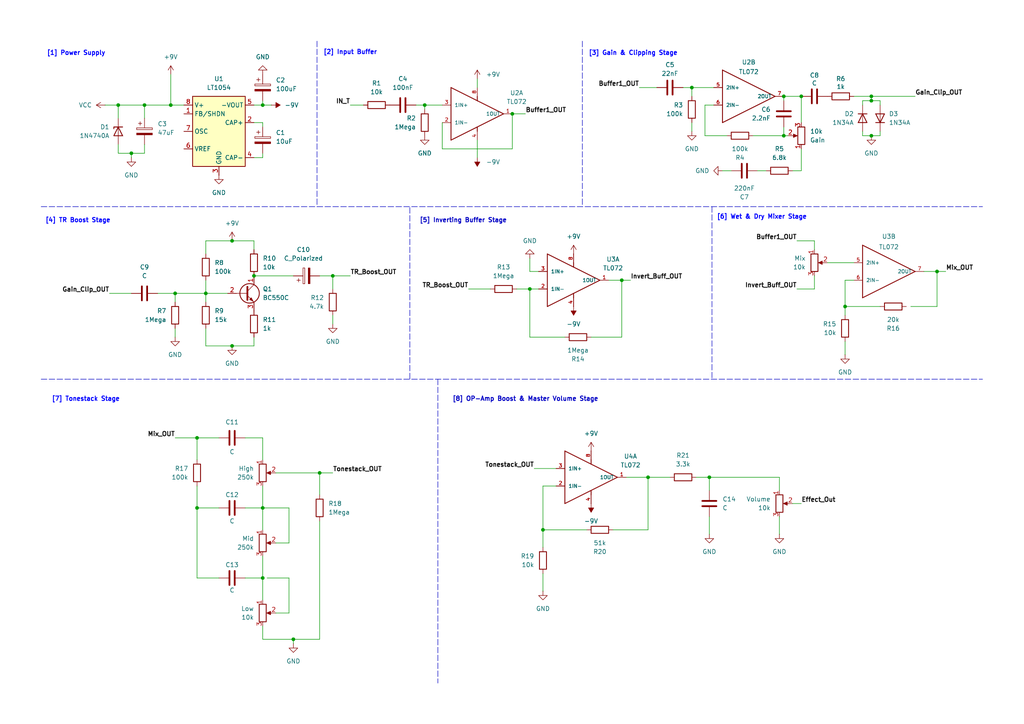
<source format=kicad_sch>
(kicad_sch
	(version 20250114)
	(generator "eeschema")
	(generator_version "9.0")
	(uuid "6211316e-c368-4fc0-b3b1-151b8c393920")
	(paper "A4")
	(title_block
		(title "Bass Overdrive")
	)
	(lib_symbols
		(symbol "Device:C"
			(pin_numbers
				(hide yes)
			)
			(pin_names
				(offset 0.254)
			)
			(exclude_from_sim no)
			(in_bom yes)
			(on_board yes)
			(property "Reference" "C"
				(at 0.635 2.54 0)
				(effects
					(font
						(size 1.27 1.27)
					)
					(justify left)
				)
			)
			(property "Value" "C"
				(at 0.635 -2.54 0)
				(effects
					(font
						(size 1.27 1.27)
					)
					(justify left)
				)
			)
			(property "Footprint" ""
				(at 0.9652 -3.81 0)
				(effects
					(font
						(size 1.27 1.27)
					)
					(hide yes)
				)
			)
			(property "Datasheet" "~"
				(at 0 0 0)
				(effects
					(font
						(size 1.27 1.27)
					)
					(hide yes)
				)
			)
			(property "Description" "Unpolarized capacitor"
				(at 0 0 0)
				(effects
					(font
						(size 1.27 1.27)
					)
					(hide yes)
				)
			)
			(property "ki_keywords" "cap capacitor"
				(at 0 0 0)
				(effects
					(font
						(size 1.27 1.27)
					)
					(hide yes)
				)
			)
			(property "ki_fp_filters" "C_*"
				(at 0 0 0)
				(effects
					(font
						(size 1.27 1.27)
					)
					(hide yes)
				)
			)
			(symbol "C_0_1"
				(polyline
					(pts
						(xy -2.032 0.762) (xy 2.032 0.762)
					)
					(stroke
						(width 0.508)
						(type default)
					)
					(fill
						(type none)
					)
				)
				(polyline
					(pts
						(xy -2.032 -0.762) (xy 2.032 -0.762)
					)
					(stroke
						(width 0.508)
						(type default)
					)
					(fill
						(type none)
					)
				)
			)
			(symbol "C_1_1"
				(pin passive line
					(at 0 3.81 270)
					(length 2.794)
					(name "~"
						(effects
							(font
								(size 1.27 1.27)
							)
						)
					)
					(number "1"
						(effects
							(font
								(size 1.27 1.27)
							)
						)
					)
				)
				(pin passive line
					(at 0 -3.81 90)
					(length 2.794)
					(name "~"
						(effects
							(font
								(size 1.27 1.27)
							)
						)
					)
					(number "2"
						(effects
							(font
								(size 1.27 1.27)
							)
						)
					)
				)
			)
			(embedded_fonts no)
		)
		(symbol "Device:C_Polarized"
			(pin_numbers
				(hide yes)
			)
			(pin_names
				(offset 0.254)
			)
			(exclude_from_sim no)
			(in_bom yes)
			(on_board yes)
			(property "Reference" "C"
				(at 0.635 2.54 0)
				(effects
					(font
						(size 1.27 1.27)
					)
					(justify left)
				)
			)
			(property "Value" "C_Polarized"
				(at 0.635 -2.54 0)
				(effects
					(font
						(size 1.27 1.27)
					)
					(justify left)
				)
			)
			(property "Footprint" ""
				(at 0.9652 -3.81 0)
				(effects
					(font
						(size 1.27 1.27)
					)
					(hide yes)
				)
			)
			(property "Datasheet" "~"
				(at 0 0 0)
				(effects
					(font
						(size 1.27 1.27)
					)
					(hide yes)
				)
			)
			(property "Description" "Polarized capacitor"
				(at 0 0 0)
				(effects
					(font
						(size 1.27 1.27)
					)
					(hide yes)
				)
			)
			(property "ki_keywords" "cap capacitor"
				(at 0 0 0)
				(effects
					(font
						(size 1.27 1.27)
					)
					(hide yes)
				)
			)
			(property "ki_fp_filters" "CP_*"
				(at 0 0 0)
				(effects
					(font
						(size 1.27 1.27)
					)
					(hide yes)
				)
			)
			(symbol "C_Polarized_0_1"
				(rectangle
					(start -2.286 0.508)
					(end 2.286 1.016)
					(stroke
						(width 0)
						(type default)
					)
					(fill
						(type none)
					)
				)
				(polyline
					(pts
						(xy -1.778 2.286) (xy -0.762 2.286)
					)
					(stroke
						(width 0)
						(type default)
					)
					(fill
						(type none)
					)
				)
				(polyline
					(pts
						(xy -1.27 2.794) (xy -1.27 1.778)
					)
					(stroke
						(width 0)
						(type default)
					)
					(fill
						(type none)
					)
				)
				(rectangle
					(start 2.286 -0.508)
					(end -2.286 -1.016)
					(stroke
						(width 0)
						(type default)
					)
					(fill
						(type outline)
					)
				)
			)
			(symbol "C_Polarized_1_1"
				(pin passive line
					(at 0 3.81 270)
					(length 2.794)
					(name "~"
						(effects
							(font
								(size 1.27 1.27)
							)
						)
					)
					(number "1"
						(effects
							(font
								(size 1.27 1.27)
							)
						)
					)
				)
				(pin passive line
					(at 0 -3.81 90)
					(length 2.794)
					(name "~"
						(effects
							(font
								(size 1.27 1.27)
							)
						)
					)
					(number "2"
						(effects
							(font
								(size 1.27 1.27)
							)
						)
					)
				)
			)
			(embedded_fonts no)
		)
		(symbol "Device:D"
			(pin_numbers
				(hide yes)
			)
			(pin_names
				(offset 1.016)
				(hide yes)
			)
			(exclude_from_sim no)
			(in_bom yes)
			(on_board yes)
			(property "Reference" "D"
				(at 0 2.54 0)
				(effects
					(font
						(size 1.27 1.27)
					)
				)
			)
			(property "Value" "D"
				(at 0 -2.54 0)
				(effects
					(font
						(size 1.27 1.27)
					)
				)
			)
			(property "Footprint" ""
				(at 0 0 0)
				(effects
					(font
						(size 1.27 1.27)
					)
					(hide yes)
				)
			)
			(property "Datasheet" "~"
				(at 0 0 0)
				(effects
					(font
						(size 1.27 1.27)
					)
					(hide yes)
				)
			)
			(property "Description" "Diode"
				(at 0 0 0)
				(effects
					(font
						(size 1.27 1.27)
					)
					(hide yes)
				)
			)
			(property "Sim.Device" "D"
				(at 0 0 0)
				(effects
					(font
						(size 1.27 1.27)
					)
					(hide yes)
				)
			)
			(property "Sim.Pins" "1=K 2=A"
				(at 0 0 0)
				(effects
					(font
						(size 1.27 1.27)
					)
					(hide yes)
				)
			)
			(property "ki_keywords" "diode"
				(at 0 0 0)
				(effects
					(font
						(size 1.27 1.27)
					)
					(hide yes)
				)
			)
			(property "ki_fp_filters" "TO-???* *_Diode_* *SingleDiode* D_*"
				(at 0 0 0)
				(effects
					(font
						(size 1.27 1.27)
					)
					(hide yes)
				)
			)
			(symbol "D_0_1"
				(polyline
					(pts
						(xy -1.27 1.27) (xy -1.27 -1.27)
					)
					(stroke
						(width 0.254)
						(type default)
					)
					(fill
						(type none)
					)
				)
				(polyline
					(pts
						(xy 1.27 1.27) (xy 1.27 -1.27) (xy -1.27 0) (xy 1.27 1.27)
					)
					(stroke
						(width 0.254)
						(type default)
					)
					(fill
						(type none)
					)
				)
				(polyline
					(pts
						(xy 1.27 0) (xy -1.27 0)
					)
					(stroke
						(width 0)
						(type default)
					)
					(fill
						(type none)
					)
				)
			)
			(symbol "D_1_1"
				(pin passive line
					(at -3.81 0 0)
					(length 2.54)
					(name "K"
						(effects
							(font
								(size 1.27 1.27)
							)
						)
					)
					(number "1"
						(effects
							(font
								(size 1.27 1.27)
							)
						)
					)
				)
				(pin passive line
					(at 3.81 0 180)
					(length 2.54)
					(name "A"
						(effects
							(font
								(size 1.27 1.27)
							)
						)
					)
					(number "2"
						(effects
							(font
								(size 1.27 1.27)
							)
						)
					)
				)
			)
			(embedded_fonts no)
		)
		(symbol "Device:R"
			(pin_numbers
				(hide yes)
			)
			(pin_names
				(offset 0)
			)
			(exclude_from_sim no)
			(in_bom yes)
			(on_board yes)
			(property "Reference" "R"
				(at 2.032 0 90)
				(effects
					(font
						(size 1.27 1.27)
					)
				)
			)
			(property "Value" "R"
				(at 0 0 90)
				(effects
					(font
						(size 1.27 1.27)
					)
				)
			)
			(property "Footprint" ""
				(at -1.778 0 90)
				(effects
					(font
						(size 1.27 1.27)
					)
					(hide yes)
				)
			)
			(property "Datasheet" "~"
				(at 0 0 0)
				(effects
					(font
						(size 1.27 1.27)
					)
					(hide yes)
				)
			)
			(property "Description" "Resistor"
				(at 0 0 0)
				(effects
					(font
						(size 1.27 1.27)
					)
					(hide yes)
				)
			)
			(property "ki_keywords" "R res resistor"
				(at 0 0 0)
				(effects
					(font
						(size 1.27 1.27)
					)
					(hide yes)
				)
			)
			(property "ki_fp_filters" "R_*"
				(at 0 0 0)
				(effects
					(font
						(size 1.27 1.27)
					)
					(hide yes)
				)
			)
			(symbol "R_0_1"
				(rectangle
					(start -1.016 -2.54)
					(end 1.016 2.54)
					(stroke
						(width 0.254)
						(type default)
					)
					(fill
						(type none)
					)
				)
			)
			(symbol "R_1_1"
				(pin passive line
					(at 0 3.81 270)
					(length 1.27)
					(name "~"
						(effects
							(font
								(size 1.27 1.27)
							)
						)
					)
					(number "1"
						(effects
							(font
								(size 1.27 1.27)
							)
						)
					)
				)
				(pin passive line
					(at 0 -3.81 90)
					(length 1.27)
					(name "~"
						(effects
							(font
								(size 1.27 1.27)
							)
						)
					)
					(number "2"
						(effects
							(font
								(size 1.27 1.27)
							)
						)
					)
				)
			)
			(embedded_fonts no)
		)
		(symbol "Device:R_Potentiometer"
			(pin_names
				(offset 1.016)
				(hide yes)
			)
			(exclude_from_sim no)
			(in_bom yes)
			(on_board yes)
			(property "Reference" "RV"
				(at -4.445 0 90)
				(effects
					(font
						(size 1.27 1.27)
					)
				)
			)
			(property "Value" "R_Potentiometer"
				(at -2.54 0 90)
				(effects
					(font
						(size 1.27 1.27)
					)
				)
			)
			(property "Footprint" ""
				(at 0 0 0)
				(effects
					(font
						(size 1.27 1.27)
					)
					(hide yes)
				)
			)
			(property "Datasheet" "~"
				(at 0 0 0)
				(effects
					(font
						(size 1.27 1.27)
					)
					(hide yes)
				)
			)
			(property "Description" "Potentiometer"
				(at 0 0 0)
				(effects
					(font
						(size 1.27 1.27)
					)
					(hide yes)
				)
			)
			(property "ki_keywords" "resistor variable"
				(at 0 0 0)
				(effects
					(font
						(size 1.27 1.27)
					)
					(hide yes)
				)
			)
			(property "ki_fp_filters" "Potentiometer*"
				(at 0 0 0)
				(effects
					(font
						(size 1.27 1.27)
					)
					(hide yes)
				)
			)
			(symbol "R_Potentiometer_0_1"
				(rectangle
					(start 1.016 2.54)
					(end -1.016 -2.54)
					(stroke
						(width 0.254)
						(type default)
					)
					(fill
						(type none)
					)
				)
				(polyline
					(pts
						(xy 1.143 0) (xy 2.286 0.508) (xy 2.286 -0.508) (xy 1.143 0)
					)
					(stroke
						(width 0)
						(type default)
					)
					(fill
						(type outline)
					)
				)
				(polyline
					(pts
						(xy 2.54 0) (xy 1.524 0)
					)
					(stroke
						(width 0)
						(type default)
					)
					(fill
						(type none)
					)
				)
			)
			(symbol "R_Potentiometer_1_1"
				(pin passive line
					(at 0 3.81 270)
					(length 1.27)
					(name "1"
						(effects
							(font
								(size 1.27 1.27)
							)
						)
					)
					(number "1"
						(effects
							(font
								(size 1.27 1.27)
							)
						)
					)
				)
				(pin passive line
					(at 0 -3.81 90)
					(length 1.27)
					(name "3"
						(effects
							(font
								(size 1.27 1.27)
							)
						)
					)
					(number "3"
						(effects
							(font
								(size 1.27 1.27)
							)
						)
					)
				)
				(pin passive line
					(at 3.81 0 180)
					(length 1.27)
					(name "2"
						(effects
							(font
								(size 1.27 1.27)
							)
						)
					)
					(number "2"
						(effects
							(font
								(size 1.27 1.27)
							)
						)
					)
				)
			)
			(embedded_fonts no)
		)
		(symbol "Diode:1N47xxA"
			(pin_numbers
				(hide yes)
			)
			(pin_names
				(hide yes)
			)
			(exclude_from_sim no)
			(in_bom yes)
			(on_board yes)
			(property "Reference" "D"
				(at 0 2.54 0)
				(effects
					(font
						(size 1.27 1.27)
					)
				)
			)
			(property "Value" "1N47xxA"
				(at 0 -2.54 0)
				(effects
					(font
						(size 1.27 1.27)
					)
				)
			)
			(property "Footprint" "Diode_THT:D_DO-41_SOD81_P10.16mm_Horizontal"
				(at 0 -4.445 0)
				(effects
					(font
						(size 1.27 1.27)
					)
					(hide yes)
				)
			)
			(property "Datasheet" "https://www.vishay.com/docs/85816/1n4728a.pdf"
				(at 0 0 0)
				(effects
					(font
						(size 1.27 1.27)
					)
					(hide yes)
				)
			)
			(property "Description" "1300mW Silicon planar power Zener diodes, DO-41"
				(at 0 0 0)
				(effects
					(font
						(size 1.27 1.27)
					)
					(hide yes)
				)
			)
			(property "ki_keywords" "zener diode"
				(at 0 0 0)
				(effects
					(font
						(size 1.27 1.27)
					)
					(hide yes)
				)
			)
			(property "ki_fp_filters" "D*DO?41*"
				(at 0 0 0)
				(effects
					(font
						(size 1.27 1.27)
					)
					(hide yes)
				)
			)
			(symbol "1N47xxA_0_1"
				(polyline
					(pts
						(xy -1.27 -1.27) (xy -1.27 1.27) (xy -0.762 1.27)
					)
					(stroke
						(width 0.254)
						(type default)
					)
					(fill
						(type none)
					)
				)
				(polyline
					(pts
						(xy 1.27 0) (xy -1.27 0)
					)
					(stroke
						(width 0)
						(type default)
					)
					(fill
						(type none)
					)
				)
				(polyline
					(pts
						(xy 1.27 -1.27) (xy 1.27 1.27) (xy -1.27 0) (xy 1.27 -1.27)
					)
					(stroke
						(width 0.254)
						(type default)
					)
					(fill
						(type none)
					)
				)
			)
			(symbol "1N47xxA_1_1"
				(pin passive line
					(at -3.81 0 0)
					(length 2.54)
					(name "K"
						(effects
							(font
								(size 1.27 1.27)
							)
						)
					)
					(number "1"
						(effects
							(font
								(size 1.27 1.27)
							)
						)
					)
				)
				(pin passive line
					(at 3.81 0 180)
					(length 2.54)
					(name "A"
						(effects
							(font
								(size 1.27 1.27)
							)
						)
					)
					(number "2"
						(effects
							(font
								(size 1.27 1.27)
							)
						)
					)
				)
			)
			(embedded_fonts no)
		)
		(symbol "Regulator_SwitchedCapacitor:LT1054"
			(exclude_from_sim no)
			(in_bom yes)
			(on_board yes)
			(property "Reference" "U"
				(at -6.604 11.176 0)
				(effects
					(font
						(size 1.27 1.27)
					)
				)
			)
			(property "Value" "LT1054"
				(at 4.318 11.176 0)
				(effects
					(font
						(size 1.27 1.27)
					)
				)
			)
			(property "Footprint" ""
				(at 2.54 -2.54 0)
				(effects
					(font
						(size 1.27 1.27)
					)
					(hide yes)
				)
			)
			(property "Datasheet" "https://www.analog.com/media/en/technical-documentation/data-sheets/1054lfh.pdf"
				(at 2.54 -2.54 0)
				(effects
					(font
						(size 1.27 1.27)
					)
					(hide yes)
				)
			)
			(property "Description" "Switched-Capacitor Voltage Converter with Regulator, output current 100mA, operating range 3.5V to 15V, low loss 1.1V at 100mA, DIP-8/SO-8"
				(at 0 0 0)
				(effects
					(font
						(size 1.27 1.27)
					)
					(hide yes)
				)
			)
			(property "ki_keywords" "monolithic bipolar switched capacitor voltage converter regulator inverter doubler shutdown"
				(at 0 0 0)
				(effects
					(font
						(size 1.27 1.27)
					)
					(hide yes)
				)
			)
			(property "ki_fp_filters" "DIP*W7.62mm* SOIC*3.9x4.9mm*"
				(at 0 0 0)
				(effects
					(font
						(size 1.27 1.27)
					)
					(hide yes)
				)
			)
			(symbol "LT1054_0_1"
				(rectangle
					(start -7.62 10.16)
					(end 7.62 -10.16)
					(stroke
						(width 0.254)
						(type default)
					)
					(fill
						(type background)
					)
				)
			)
			(symbol "LT1054_1_1"
				(pin power_in line
					(at -10.16 7.62 0)
					(length 2.54)
					(name "V+"
						(effects
							(font
								(size 1.27 1.27)
							)
						)
					)
					(number "8"
						(effects
							(font
								(size 1.27 1.27)
							)
						)
					)
				)
				(pin input line
					(at -10.16 5.08 0)
					(length 2.54)
					(name "FB/SHDN"
						(effects
							(font
								(size 1.27 1.27)
							)
						)
					)
					(number "1"
						(effects
							(font
								(size 1.27 1.27)
							)
						)
					)
				)
				(pin input line
					(at -10.16 0 0)
					(length 2.54)
					(name "OSC"
						(effects
							(font
								(size 1.27 1.27)
							)
						)
					)
					(number "7"
						(effects
							(font
								(size 1.27 1.27)
							)
						)
					)
				)
				(pin output line
					(at -10.16 -5.08 0)
					(length 2.54)
					(name "VREF"
						(effects
							(font
								(size 1.27 1.27)
							)
						)
					)
					(number "6"
						(effects
							(font
								(size 1.27 1.27)
							)
						)
					)
				)
				(pin power_in line
					(at 0 -12.7 90)
					(length 2.54)
					(name "GND"
						(effects
							(font
								(size 1.27 1.27)
							)
						)
					)
					(number "3"
						(effects
							(font
								(size 1.27 1.27)
							)
						)
					)
				)
				(pin power_out line
					(at 10.16 7.62 180)
					(length 2.54)
					(name "-VOUT"
						(effects
							(font
								(size 1.27 1.27)
							)
						)
					)
					(number "5"
						(effects
							(font
								(size 1.27 1.27)
							)
						)
					)
				)
				(pin input line
					(at 10.16 2.54 180)
					(length 2.54)
					(name "CAP+"
						(effects
							(font
								(size 1.27 1.27)
							)
						)
					)
					(number "2"
						(effects
							(font
								(size 1.27 1.27)
							)
						)
					)
				)
				(pin input line
					(at 10.16 -7.62 180)
					(length 2.54)
					(name "CAP-"
						(effects
							(font
								(size 1.27 1.27)
							)
						)
					)
					(number "4"
						(effects
							(font
								(size 1.27 1.27)
							)
						)
					)
				)
			)
			(embedded_fonts no)
		)
		(symbol "TL072:TL072"
			(pin_names
				(offset 1.016)
			)
			(exclude_from_sim no)
			(in_bom yes)
			(on_board yes)
			(property "Reference" "U"
				(at 5.0832 6.3566 0)
				(effects
					(font
						(size 1.27 1.27)
					)
					(justify left bottom)
				)
			)
			(property "Value" "TL072"
				(at 5.0822 -7.6245 0)
				(effects
					(font
						(size 1.27 1.27)
					)
					(justify left bottom)
				)
			)
			(property "Footprint" "TL072:DIP794W45P254L1060H508Q8"
				(at 0 0 0)
				(effects
					(font
						(size 1.27 1.27)
					)
					(justify bottom)
					(hide yes)
				)
			)
			(property "Datasheet" ""
				(at 0 0 0)
				(effects
					(font
						(size 1.27 1.27)
					)
					(hide yes)
				)
			)
			(property "Description" ""
				(at 0 0 0)
				(effects
					(font
						(size 1.27 1.27)
					)
					(hide yes)
				)
			)
			(property "MF" "Texas Instruments"
				(at 0 0 0)
				(effects
					(font
						(size 1.27 1.27)
					)
					(justify bottom)
					(hide yes)
				)
			)
			(property "Description_1" "Operational Amplifiers - Op Amps Dual Lo-Noise JFET Input Op Amp"
				(at 0 0 0)
				(effects
					(font
						(size 1.27 1.27)
					)
					(justify bottom)
					(hide yes)
				)
			)
			(property "Package" "None"
				(at 0 0 0)
				(effects
					(font
						(size 1.27 1.27)
					)
					(justify bottom)
					(hide yes)
				)
			)
			(property "Price" "None"
				(at 0 0 0)
				(effects
					(font
						(size 1.27 1.27)
					)
					(justify bottom)
					(hide yes)
				)
			)
			(property "STANDARD" "IPC-7351B"
				(at 0 0 0)
				(effects
					(font
						(size 1.27 1.27)
					)
					(justify bottom)
					(hide yes)
				)
			)
			(property "PARTREV" "MARCH2005"
				(at 0 0 0)
				(effects
					(font
						(size 1.27 1.27)
					)
					(justify bottom)
					(hide yes)
				)
			)
			(property "SnapEDA_Link" "https://www.snapeda.com/parts/TL072/Texas+Instruments/view-part/?ref=snap"
				(at 0 0 0)
				(effects
					(font
						(size 1.27 1.27)
					)
					(justify bottom)
					(hide yes)
				)
			)
			(property "MP" "TL072"
				(at 0 0 0)
				(effects
					(font
						(size 1.27 1.27)
					)
					(justify bottom)
					(hide yes)
				)
			)
			(property "Availability" "Not in stock"
				(at 0 0 0)
				(effects
					(font
						(size 1.27 1.27)
					)
					(justify bottom)
					(hide yes)
				)
			)
			(property "Check_prices" "https://www.snapeda.com/parts/TL072/Texas+Instruments/view-part/?ref=eda"
				(at 0 0 0)
				(effects
					(font
						(size 1.27 1.27)
					)
					(justify bottom)
					(hide yes)
				)
			)
			(symbol "TL072_1_0"
				(polyline
					(pts
						(xy -5.08 7.62) (xy -5.08 -7.62)
					)
					(stroke
						(width 0.254)
						(type default)
					)
					(fill
						(type none)
					)
				)
				(polyline
					(pts
						(xy -5.08 -7.62) (xy 2.54 -3.81)
					)
					(stroke
						(width 0.254)
						(type default)
					)
					(fill
						(type none)
					)
				)
				(polyline
					(pts
						(xy 2.54 5.08) (xy 2.54 3.81)
					)
					(stroke
						(width 0.254)
						(type default)
					)
					(fill
						(type none)
					)
				)
				(polyline
					(pts
						(xy 2.54 3.81) (xy -5.08 7.62)
					)
					(stroke
						(width 0.254)
						(type default)
					)
					(fill
						(type none)
					)
				)
				(polyline
					(pts
						(xy 2.54 -3.81) (xy 2.54 -5.08)
					)
					(stroke
						(width 0.254)
						(type default)
					)
					(fill
						(type none)
					)
				)
				(polyline
					(pts
						(xy 2.54 -3.81) (xy 10.16 0)
					)
					(stroke
						(width 0.254)
						(type default)
					)
					(fill
						(type none)
					)
				)
				(polyline
					(pts
						(xy 10.16 0) (xy 2.54 3.81)
					)
					(stroke
						(width 0.254)
						(type default)
					)
					(fill
						(type none)
					)
				)
				(pin input line
					(at -7.62 2.54 0)
					(length 2.54)
					(name "1IN+"
						(effects
							(font
								(size 1.016 1.016)
							)
						)
					)
					(number "3"
						(effects
							(font
								(size 1.016 1.016)
							)
						)
					)
				)
				(pin input line
					(at -7.62 -2.54 0)
					(length 2.54)
					(name "1IN-"
						(effects
							(font
								(size 1.016 1.016)
							)
						)
					)
					(number "2"
						(effects
							(font
								(size 1.016 1.016)
							)
						)
					)
				)
				(pin power_in line
					(at 2.54 7.62 270)
					(length 2.54)
					(name "~"
						(effects
							(font
								(size 1.016 1.016)
							)
						)
					)
					(number "8"
						(effects
							(font
								(size 1.016 1.016)
							)
						)
					)
				)
				(pin power_in line
					(at 2.54 -7.62 90)
					(length 2.54)
					(name "~"
						(effects
							(font
								(size 1.016 1.016)
							)
						)
					)
					(number "4"
						(effects
							(font
								(size 1.016 1.016)
							)
						)
					)
				)
				(pin output line
					(at 12.7 0 180)
					(length 2.54)
					(name "1OUT"
						(effects
							(font
								(size 1.016 1.016)
							)
						)
					)
					(number "1"
						(effects
							(font
								(size 1.016 1.016)
							)
						)
					)
				)
			)
			(symbol "TL072_2_0"
				(polyline
					(pts
						(xy -5.08 7.62) (xy -5.08 -7.62)
					)
					(stroke
						(width 0.254)
						(type default)
					)
					(fill
						(type none)
					)
				)
				(polyline
					(pts
						(xy -5.08 -7.62) (xy 10.16 0)
					)
					(stroke
						(width 0.254)
						(type default)
					)
					(fill
						(type none)
					)
				)
				(polyline
					(pts
						(xy 10.16 0) (xy -5.08 7.62)
					)
					(stroke
						(width 0.254)
						(type default)
					)
					(fill
						(type none)
					)
				)
				(pin input line
					(at -7.62 2.54 0)
					(length 2.54)
					(name "2IN+"
						(effects
							(font
								(size 1.016 1.016)
							)
						)
					)
					(number "5"
						(effects
							(font
								(size 1.016 1.016)
							)
						)
					)
				)
				(pin input line
					(at -7.62 -2.54 0)
					(length 2.54)
					(name "2IN-"
						(effects
							(font
								(size 1.016 1.016)
							)
						)
					)
					(number "6"
						(effects
							(font
								(size 1.016 1.016)
							)
						)
					)
				)
				(pin output line
					(at 12.7 0 180)
					(length 2.54)
					(name "2OUT"
						(effects
							(font
								(size 1.016 1.016)
							)
						)
					)
					(number "7"
						(effects
							(font
								(size 1.016 1.016)
							)
						)
					)
				)
			)
			(embedded_fonts no)
		)
		(symbol "Transistor_BJT:BC550"
			(pin_names
				(offset 0)
				(hide yes)
			)
			(exclude_from_sim no)
			(in_bom yes)
			(on_board yes)
			(property "Reference" "Q"
				(at 5.08 1.905 0)
				(effects
					(font
						(size 1.27 1.27)
					)
					(justify left)
				)
			)
			(property "Value" "BC550"
				(at 5.08 0 0)
				(effects
					(font
						(size 1.27 1.27)
					)
					(justify left)
				)
			)
			(property "Footprint" "Package_TO_SOT_THT:TO-92_Inline"
				(at 5.08 -1.905 0)
				(effects
					(font
						(size 1.27 1.27)
						(italic yes)
					)
					(justify left)
					(hide yes)
				)
			)
			(property "Datasheet" "https://www.onsemi.com/pub/Collateral/BC550-D.pdf"
				(at 0 0 0)
				(effects
					(font
						(size 1.27 1.27)
					)
					(justify left)
					(hide yes)
				)
			)
			(property "Description" "0.1A Ic, 45V Vce, Small Signal NPN Transistor, TO-92"
				(at 0 0 0)
				(effects
					(font
						(size 1.27 1.27)
					)
					(hide yes)
				)
			)
			(property "ki_keywords" "NPN Transistor"
				(at 0 0 0)
				(effects
					(font
						(size 1.27 1.27)
					)
					(hide yes)
				)
			)
			(property "ki_fp_filters" "TO?92*"
				(at 0 0 0)
				(effects
					(font
						(size 1.27 1.27)
					)
					(hide yes)
				)
			)
			(symbol "BC550_0_1"
				(polyline
					(pts
						(xy -2.54 0) (xy 0.635 0)
					)
					(stroke
						(width 0)
						(type default)
					)
					(fill
						(type none)
					)
				)
				(polyline
					(pts
						(xy 0.635 1.905) (xy 0.635 -1.905)
					)
					(stroke
						(width 0.508)
						(type default)
					)
					(fill
						(type none)
					)
				)
				(circle
					(center 1.27 0)
					(radius 2.8194)
					(stroke
						(width 0.254)
						(type default)
					)
					(fill
						(type none)
					)
				)
			)
			(symbol "BC550_1_1"
				(polyline
					(pts
						(xy 0.635 0.635) (xy 2.54 2.54)
					)
					(stroke
						(width 0)
						(type default)
					)
					(fill
						(type none)
					)
				)
				(polyline
					(pts
						(xy 0.635 -0.635) (xy 2.54 -2.54)
					)
					(stroke
						(width 0)
						(type default)
					)
					(fill
						(type none)
					)
				)
				(polyline
					(pts
						(xy 1.27 -1.778) (xy 1.778 -1.27) (xy 2.286 -2.286) (xy 1.27 -1.778)
					)
					(stroke
						(width 0)
						(type default)
					)
					(fill
						(type outline)
					)
				)
				(pin input line
					(at -5.08 0 0)
					(length 2.54)
					(name "B"
						(effects
							(font
								(size 1.27 1.27)
							)
						)
					)
					(number "2"
						(effects
							(font
								(size 1.27 1.27)
							)
						)
					)
				)
				(pin passive line
					(at 2.54 5.08 270)
					(length 2.54)
					(name "C"
						(effects
							(font
								(size 1.27 1.27)
							)
						)
					)
					(number "1"
						(effects
							(font
								(size 1.27 1.27)
							)
						)
					)
				)
				(pin passive line
					(at 2.54 -5.08 90)
					(length 2.54)
					(name "E"
						(effects
							(font
								(size 1.27 1.27)
							)
						)
					)
					(number "3"
						(effects
							(font
								(size 1.27 1.27)
							)
						)
					)
				)
			)
			(embedded_fonts no)
		)
		(symbol "power:+9V"
			(power)
			(pin_numbers
				(hide yes)
			)
			(pin_names
				(offset 0)
				(hide yes)
			)
			(exclude_from_sim no)
			(in_bom yes)
			(on_board yes)
			(property "Reference" "#PWR"
				(at 0 -3.81 0)
				(effects
					(font
						(size 1.27 1.27)
					)
					(hide yes)
				)
			)
			(property "Value" "+9V"
				(at 0 3.556 0)
				(effects
					(font
						(size 1.27 1.27)
					)
				)
			)
			(property "Footprint" ""
				(at 0 0 0)
				(effects
					(font
						(size 1.27 1.27)
					)
					(hide yes)
				)
			)
			(property "Datasheet" ""
				(at 0 0 0)
				(effects
					(font
						(size 1.27 1.27)
					)
					(hide yes)
				)
			)
			(property "Description" "Power symbol creates a global label with name \"+9V\""
				(at 0 0 0)
				(effects
					(font
						(size 1.27 1.27)
					)
					(hide yes)
				)
			)
			(property "ki_keywords" "global power"
				(at 0 0 0)
				(effects
					(font
						(size 1.27 1.27)
					)
					(hide yes)
				)
			)
			(symbol "+9V_0_1"
				(polyline
					(pts
						(xy -0.762 1.27) (xy 0 2.54)
					)
					(stroke
						(width 0)
						(type default)
					)
					(fill
						(type none)
					)
				)
				(polyline
					(pts
						(xy 0 2.54) (xy 0.762 1.27)
					)
					(stroke
						(width 0)
						(type default)
					)
					(fill
						(type none)
					)
				)
				(polyline
					(pts
						(xy 0 0) (xy 0 2.54)
					)
					(stroke
						(width 0)
						(type default)
					)
					(fill
						(type none)
					)
				)
			)
			(symbol "+9V_1_1"
				(pin power_in line
					(at 0 0 90)
					(length 0)
					(name "~"
						(effects
							(font
								(size 1.27 1.27)
							)
						)
					)
					(number "1"
						(effects
							(font
								(size 1.27 1.27)
							)
						)
					)
				)
			)
			(embedded_fonts no)
		)
		(symbol "power:-9V"
			(power)
			(pin_numbers
				(hide yes)
			)
			(pin_names
				(offset 0)
				(hide yes)
			)
			(exclude_from_sim no)
			(in_bom yes)
			(on_board yes)
			(property "Reference" "#PWR"
				(at 0 -3.81 0)
				(effects
					(font
						(size 1.27 1.27)
					)
					(hide yes)
				)
			)
			(property "Value" "-9V"
				(at 0 3.556 0)
				(effects
					(font
						(size 1.27 1.27)
					)
				)
			)
			(property "Footprint" ""
				(at 0 0 0)
				(effects
					(font
						(size 1.27 1.27)
					)
					(hide yes)
				)
			)
			(property "Datasheet" ""
				(at 0 0 0)
				(effects
					(font
						(size 1.27 1.27)
					)
					(hide yes)
				)
			)
			(property "Description" "Power symbol creates a global label with name \"-9V\""
				(at 0 0 0)
				(effects
					(font
						(size 1.27 1.27)
					)
					(hide yes)
				)
			)
			(property "ki_keywords" "global power"
				(at 0 0 0)
				(effects
					(font
						(size 1.27 1.27)
					)
					(hide yes)
				)
			)
			(symbol "-9V_0_1"
				(polyline
					(pts
						(xy 0 0) (xy 0 2.54)
					)
					(stroke
						(width 0)
						(type default)
					)
					(fill
						(type none)
					)
				)
				(polyline
					(pts
						(xy 0.762 1.27) (xy -0.762 1.27) (xy 0 2.54) (xy 0.762 1.27)
					)
					(stroke
						(width 0)
						(type default)
					)
					(fill
						(type outline)
					)
				)
			)
			(symbol "-9V_1_1"
				(pin power_in line
					(at 0 0 90)
					(length 0)
					(name "~"
						(effects
							(font
								(size 1.27 1.27)
							)
						)
					)
					(number "1"
						(effects
							(font
								(size 1.27 1.27)
							)
						)
					)
				)
			)
			(embedded_fonts no)
		)
		(symbol "power:GND"
			(power)
			(pin_numbers
				(hide yes)
			)
			(pin_names
				(offset 0)
				(hide yes)
			)
			(exclude_from_sim no)
			(in_bom yes)
			(on_board yes)
			(property "Reference" "#PWR"
				(at 0 -6.35 0)
				(effects
					(font
						(size 1.27 1.27)
					)
					(hide yes)
				)
			)
			(property "Value" "GND"
				(at 0 -3.81 0)
				(effects
					(font
						(size 1.27 1.27)
					)
				)
			)
			(property "Footprint" ""
				(at 0 0 0)
				(effects
					(font
						(size 1.27 1.27)
					)
					(hide yes)
				)
			)
			(property "Datasheet" ""
				(at 0 0 0)
				(effects
					(font
						(size 1.27 1.27)
					)
					(hide yes)
				)
			)
			(property "Description" "Power symbol creates a global label with name \"GND\" , ground"
				(at 0 0 0)
				(effects
					(font
						(size 1.27 1.27)
					)
					(hide yes)
				)
			)
			(property "ki_keywords" "global power"
				(at 0 0 0)
				(effects
					(font
						(size 1.27 1.27)
					)
					(hide yes)
				)
			)
			(symbol "GND_0_1"
				(polyline
					(pts
						(xy 0 0) (xy 0 -1.27) (xy 1.27 -1.27) (xy 0 -2.54) (xy -1.27 -1.27) (xy 0 -1.27)
					)
					(stroke
						(width 0)
						(type default)
					)
					(fill
						(type none)
					)
				)
			)
			(symbol "GND_1_1"
				(pin power_in line
					(at 0 0 270)
					(length 0)
					(name "~"
						(effects
							(font
								(size 1.27 1.27)
							)
						)
					)
					(number "1"
						(effects
							(font
								(size 1.27 1.27)
							)
						)
					)
				)
			)
			(embedded_fonts no)
		)
		(symbol "power:VCC"
			(power)
			(pin_numbers
				(hide yes)
			)
			(pin_names
				(offset 0)
				(hide yes)
			)
			(exclude_from_sim no)
			(in_bom yes)
			(on_board yes)
			(property "Reference" "#PWR"
				(at 0 -3.81 0)
				(effects
					(font
						(size 1.27 1.27)
					)
					(hide yes)
				)
			)
			(property "Value" "VCC"
				(at 0 3.556 0)
				(effects
					(font
						(size 1.27 1.27)
					)
				)
			)
			(property "Footprint" ""
				(at 0 0 0)
				(effects
					(font
						(size 1.27 1.27)
					)
					(hide yes)
				)
			)
			(property "Datasheet" ""
				(at 0 0 0)
				(effects
					(font
						(size 1.27 1.27)
					)
					(hide yes)
				)
			)
			(property "Description" "Power symbol creates a global label with name \"VCC\""
				(at 0 0 0)
				(effects
					(font
						(size 1.27 1.27)
					)
					(hide yes)
				)
			)
			(property "ki_keywords" "global power"
				(at 0 0 0)
				(effects
					(font
						(size 1.27 1.27)
					)
					(hide yes)
				)
			)
			(symbol "VCC_0_1"
				(polyline
					(pts
						(xy -0.762 1.27) (xy 0 2.54)
					)
					(stroke
						(width 0)
						(type default)
					)
					(fill
						(type none)
					)
				)
				(polyline
					(pts
						(xy 0 2.54) (xy 0.762 1.27)
					)
					(stroke
						(width 0)
						(type default)
					)
					(fill
						(type none)
					)
				)
				(polyline
					(pts
						(xy 0 0) (xy 0 2.54)
					)
					(stroke
						(width 0)
						(type default)
					)
					(fill
						(type none)
					)
				)
			)
			(symbol "VCC_1_1"
				(pin power_in line
					(at 0 0 90)
					(length 0)
					(name "~"
						(effects
							(font
								(size 1.27 1.27)
							)
						)
					)
					(number "1"
						(effects
							(font
								(size 1.27 1.27)
							)
						)
					)
				)
			)
			(embedded_fonts no)
		)
	)
	(text "[3] Gain & Clipping Stage"
		(exclude_from_sim no)
		(at 183.642 15.494 0)
		(effects
			(font
				(size 1.27 1.27)
				(thickness 0.254)
				(bold yes)
				(color 0 0 255 1)
			)
		)
		(uuid "37f2a7c5-c897-4e7c-aebe-ac28c6adceaa")
	)
	(text "[7] Tonestack Stage"
		(exclude_from_sim no)
		(at 24.892 115.824 0)
		(effects
			(font
				(size 1.27 1.27)
				(thickness 0.254)
				(bold yes)
				(color 0 0 255 1)
			)
		)
		(uuid "3aa39b2e-6d2d-49ef-aaa9-93d04b17ec78")
	)
	(text "[2] Input Buffer"
		(exclude_from_sim no)
		(at 101.6 15.24 0)
		(effects
			(font
				(size 1.27 1.27)
				(thickness 0.254)
				(bold yes)
				(color 0 0 255 1)
			)
		)
		(uuid "41f08d06-2be3-465a-a653-5ea97d87873b")
	)
	(text "[8] OP-Amp Boost & Master Volume Stage"
		(exclude_from_sim no)
		(at 152.4 115.824 0)
		(effects
			(font
				(size 1.27 1.27)
				(thickness 0.254)
				(bold yes)
			)
		)
		(uuid "53614d1a-2676-45ca-92a2-595f1206e95d")
	)
	(text "[1] Power Supply"
		(exclude_from_sim no)
		(at 22.098 15.494 0)
		(effects
			(font
				(size 1.27 1.27)
				(thickness 0.254)
				(bold yes)
				(color 0 0 255 1)
			)
		)
		(uuid "64dfd10e-10ec-4b81-b235-33d17529be29")
	)
	(text "[6] Wet & Dry Mixer Stage"
		(exclude_from_sim no)
		(at 220.98 62.992 0)
		(effects
			(font
				(size 1.27 1.27)
				(thickness 0.254)
				(bold yes)
				(color 0 0 255 1)
			)
		)
		(uuid "8266ff8c-ad91-4b7a-9cdf-cdf9fc3916dc")
	)
	(text "[4] TR Boost Stage"
		(exclude_from_sim no)
		(at 22.606 64.008 0)
		(effects
			(font
				(size 1.27 1.27)
				(thickness 0.254)
				(bold yes)
				(color 0 0 255 1)
			)
		)
		(uuid "958232c7-c0c9-44aa-83d2-6c8d884bd37d")
	)
	(text "[5] Inverting Buffer Stage"
		(exclude_from_sim no)
		(at 134.366 64.008 0)
		(effects
			(font
				(size 1.27 1.27)
				(thickness 0.254)
				(bold yes)
			)
		)
		(uuid "f2d98a30-d69e-40d9-9b1a-9e758e81eb44")
	)
	(junction
		(at 153.67 83.82)
		(diameter 0)
		(color 0 0 0 0)
		(uuid "038df0d6-2047-4883-98fe-b3f6f7fdde0a")
	)
	(junction
		(at 57.15 127)
		(diameter 0)
		(color 0 0 0 0)
		(uuid "04e1948a-7bbb-4254-bdfe-8db02d855ddc")
	)
	(junction
		(at 73.66 80.01)
		(diameter 0)
		(color 0 0 0 0)
		(uuid "1183745b-156c-4c3d-8ef7-b5094169e671")
	)
	(junction
		(at 49.53 30.48)
		(diameter 0)
		(color 0 0 0 0)
		(uuid "1e4ae383-7cb2-46b5-bbbf-51d453b37cf4")
	)
	(junction
		(at 252.73 39.37)
		(diameter 0)
		(color 0 0 0 0)
		(uuid "2aae05ce-8292-4788-a8ae-530458d0fc59")
	)
	(junction
		(at 252.73 27.94)
		(diameter 0)
		(color 0 0 0 0)
		(uuid "317221df-abc9-4fa6-a243-c1f1fac9d6ab")
	)
	(junction
		(at 92.71 137.16)
		(diameter 0)
		(color 0 0 0 0)
		(uuid "3b52458b-833b-46ff-b34a-53ea3e9b8f23")
	)
	(junction
		(at 271.78 78.74)
		(diameter 0)
		(color 0 0 0 0)
		(uuid "3b89a072-9407-4ef7-b32b-7c5f0580c41a")
	)
	(junction
		(at 76.2 147.32)
		(diameter 0)
		(color 0 0 0 0)
		(uuid "3ddd57aa-52af-49cc-9f72-c7284e9cd558")
	)
	(junction
		(at 76.2 167.64)
		(diameter 0)
		(color 0 0 0 0)
		(uuid "3f1da649-b883-40aa-ba2f-3ac4f8c661df")
	)
	(junction
		(at 38.1 44.45)
		(diameter 0)
		(color 0 0 0 0)
		(uuid "41662bb0-f9f8-4a7d-80ae-bcf11c62b768")
	)
	(junction
		(at 245.11 88.9)
		(diameter 0)
		(color 0 0 0 0)
		(uuid "428e39f8-cca1-4bd0-a341-79b588c9b405")
	)
	(junction
		(at 180.34 81.28)
		(diameter 0)
		(color 0 0 0 0)
		(uuid "4cea45b8-c8a2-4429-8e02-f8686ab355f3")
	)
	(junction
		(at 41.91 30.48)
		(diameter 0)
		(color 0 0 0 0)
		(uuid "52faad29-7372-403d-b7eb-47d4bb7416f6")
	)
	(junction
		(at 57.15 147.32)
		(diameter 0)
		(color 0 0 0 0)
		(uuid "8a6cb38d-06ef-49b0-8391-0f3f8a7d80e4")
	)
	(junction
		(at 148.59 33.02)
		(diameter 0)
		(color 0 0 0 0)
		(uuid "8e6fa0eb-833b-4d84-b524-02becfdb0c61")
	)
	(junction
		(at 85.09 185.42)
		(diameter 0)
		(color 0 0 0 0)
		(uuid "90f9933a-1cec-4052-bac9-13663be9d6a5")
	)
	(junction
		(at 67.31 100.33)
		(diameter 0)
		(color 0 0 0 0)
		(uuid "9555e9b1-cc48-4af8-9a85-a459768aa934")
	)
	(junction
		(at 157.48 153.67)
		(diameter 0)
		(color 0 0 0 0)
		(uuid "9776b7bd-5000-4930-a449-4a277fa72244")
	)
	(junction
		(at 232.41 27.94)
		(diameter 0)
		(color 0 0 0 0)
		(uuid "a5430c6d-98e3-43bc-aaef-cd068b9ca041")
	)
	(junction
		(at 123.19 30.48)
		(diameter 0)
		(color 0 0 0 0)
		(uuid "bdf7c8d4-2dba-4edf-b14b-8e25bae6d70c")
	)
	(junction
		(at 187.96 138.43)
		(diameter 0)
		(color 0 0 0 0)
		(uuid "c92edcab-1ae5-4867-b991-00c953ddf9a1")
	)
	(junction
		(at 252.73 29.21)
		(diameter 0)
		(color 0 0 0 0)
		(uuid "cc3e4fc7-c746-4445-aed1-9bd2ed3cdd4a")
	)
	(junction
		(at 227.33 39.37)
		(diameter 0)
		(color 0 0 0 0)
		(uuid "d8308eaa-915a-4c38-beb8-80c4f892d350")
	)
	(junction
		(at 205.74 138.43)
		(diameter 0)
		(color 0 0 0 0)
		(uuid "d953feee-245a-4f40-affe-c4693756565e")
	)
	(junction
		(at 227.33 27.94)
		(diameter 0)
		(color 0 0 0 0)
		(uuid "dc537798-f95e-4f04-9a89-78377725dc9a")
	)
	(junction
		(at 200.66 25.4)
		(diameter 0)
		(color 0 0 0 0)
		(uuid "e0788de1-6f1b-40d9-b1e6-803eca6ba78c")
	)
	(junction
		(at 76.2 30.48)
		(diameter 0)
		(color 0 0 0 0)
		(uuid "eb74c0dd-74b3-4105-9a30-1a73b711b612")
	)
	(junction
		(at 34.29 30.48)
		(diameter 0)
		(color 0 0 0 0)
		(uuid "ebefac50-ba27-408c-9bfb-54684fe633ce")
	)
	(junction
		(at 67.31 69.85)
		(diameter 0)
		(color 0 0 0 0)
		(uuid "edb86716-99a5-4b93-9f1b-f44920f93fab")
	)
	(junction
		(at 96.52 80.01)
		(diameter 0)
		(color 0 0 0 0)
		(uuid "ee52e1b1-d3d9-49d1-8a81-54cb25b4dddf")
	)
	(junction
		(at 50.8 85.09)
		(diameter 0)
		(color 0 0 0 0)
		(uuid "fbb03ecc-a43b-4f8f-8c80-039c4d883b18")
	)
	(junction
		(at 59.69 85.09)
		(diameter 0)
		(color 0 0 0 0)
		(uuid "fbceafac-07ac-4818-8ad6-12917320fe2a")
	)
	(wire
		(pts
			(xy 83.82 167.64) (xy 83.82 177.8)
		)
		(stroke
			(width 0)
			(type default)
		)
		(uuid "00b1889e-d56e-4db1-aec7-ef6160387fb7")
	)
	(wire
		(pts
			(xy 59.69 85.09) (xy 59.69 87.63)
		)
		(stroke
			(width 0)
			(type default)
		)
		(uuid "056705b9-4662-42f4-9621-548a75b0ac42")
	)
	(wire
		(pts
			(xy 271.78 78.74) (xy 274.32 78.74)
		)
		(stroke
			(width 0)
			(type default)
		)
		(uuid "05e5b62a-7603-4d8a-aec6-fc73160aad97")
	)
	(wire
		(pts
			(xy 71.12 167.64) (xy 76.2 167.64)
		)
		(stroke
			(width 0)
			(type default)
		)
		(uuid "0a1a5fac-2a57-4a93-a4a9-8617ca6685c7")
	)
	(wire
		(pts
			(xy 34.29 34.29) (xy 34.29 30.48)
		)
		(stroke
			(width 0)
			(type default)
		)
		(uuid "0a4d5730-ddf5-4886-b554-0fd91beea343")
	)
	(wire
		(pts
			(xy 185.42 25.4) (xy 190.5 25.4)
		)
		(stroke
			(width 0)
			(type default)
		)
		(uuid "0ac6f3a9-58b3-46be-a445-956393b894d4")
	)
	(wire
		(pts
			(xy 57.15 147.32) (xy 63.5 147.32)
		)
		(stroke
			(width 0)
			(type default)
		)
		(uuid "0ad49c44-9fa0-4f37-80a8-e6923745d329")
	)
	(wire
		(pts
			(xy 76.2 30.48) (xy 78.74 30.48)
		)
		(stroke
			(width 0)
			(type default)
		)
		(uuid "0ad71b47-71b8-4c0f-859c-223938a98ba5")
	)
	(wire
		(pts
			(xy 76.2 147.32) (xy 76.2 153.67)
		)
		(stroke
			(width 0)
			(type default)
		)
		(uuid "0b350b93-a62f-483e-add6-27055e9b0e35")
	)
	(wire
		(pts
			(xy 38.1 44.45) (xy 41.91 44.45)
		)
		(stroke
			(width 0)
			(type default)
		)
		(uuid "0b4fb3c3-c68c-4593-97bc-262361b73074")
	)
	(wire
		(pts
			(xy 252.73 29.21) (xy 255.27 29.21)
		)
		(stroke
			(width 0)
			(type default)
		)
		(uuid "0f4ab94f-a684-4173-ac9e-1cea7fda3f92")
	)
	(wire
		(pts
			(xy 226.06 138.43) (xy 226.06 142.24)
		)
		(stroke
			(width 0)
			(type default)
		)
		(uuid "1060ea17-7f70-4191-ae01-9f4044fa146f")
	)
	(wire
		(pts
			(xy 80.01 157.48) (xy 83.82 157.48)
		)
		(stroke
			(width 0)
			(type default)
		)
		(uuid "174aeb69-8d1f-44f3-a8a6-ffa0bc24df32")
	)
	(wire
		(pts
			(xy 96.52 80.01) (xy 101.6 80.01)
		)
		(stroke
			(width 0)
			(type default)
		)
		(uuid "1ac33614-2f7a-41b1-891a-1e05a4e5d87c")
	)
	(polyline
		(pts
			(xy 11.938 59.944) (xy 284.988 59.944)
		)
		(stroke
			(width 0)
			(type dash)
		)
		(uuid "1b15cf82-83cf-46d7-b821-bd10adec2ada")
	)
	(wire
		(pts
			(xy 227.33 27.94) (xy 227.33 29.21)
		)
		(stroke
			(width 0)
			(type default)
		)
		(uuid "1b679553-bb76-416a-b20b-c44890c173a8")
	)
	(wire
		(pts
			(xy 153.67 97.79) (xy 163.83 97.79)
		)
		(stroke
			(width 0)
			(type default)
		)
		(uuid "1cb1a488-7241-4891-aebb-bfb21b6eb5cb")
	)
	(wire
		(pts
			(xy 181.61 138.43) (xy 187.96 138.43)
		)
		(stroke
			(width 0)
			(type default)
		)
		(uuid "1f3c19be-062f-4c5f-9ea9-3e49b85bdcda")
	)
	(wire
		(pts
			(xy 73.66 45.72) (xy 76.2 45.72)
		)
		(stroke
			(width 0)
			(type default)
		)
		(uuid "2010428f-cfc3-49e3-abf3-044a022fdc49")
	)
	(wire
		(pts
			(xy 138.43 22.86) (xy 138.43 25.4)
		)
		(stroke
			(width 0)
			(type default)
		)
		(uuid "22ea7311-6894-46c8-bfa4-c00069162685")
	)
	(wire
		(pts
			(xy 245.11 99.06) (xy 245.11 102.87)
		)
		(stroke
			(width 0)
			(type default)
		)
		(uuid "231e1840-f700-4bd0-9bc1-07f6922c7e9d")
	)
	(wire
		(pts
			(xy 153.67 83.82) (xy 153.67 97.79)
		)
		(stroke
			(width 0)
			(type default)
		)
		(uuid "2530be2b-aac2-4efa-8d2f-7df9e7eba28f")
	)
	(wire
		(pts
			(xy 96.52 91.44) (xy 96.52 93.98)
		)
		(stroke
			(width 0)
			(type default)
		)
		(uuid "28d51270-b172-4f6d-a63f-178b06e8a6e5")
	)
	(wire
		(pts
			(xy 205.74 149.86) (xy 205.74 154.94)
		)
		(stroke
			(width 0)
			(type default)
		)
		(uuid "29475102-fbcf-4f5f-be14-355992524d59")
	)
	(wire
		(pts
			(xy 236.22 80.01) (xy 236.22 83.82)
		)
		(stroke
			(width 0)
			(type default)
		)
		(uuid "2b0093cb-72e1-47c0-8370-e283592f6060")
	)
	(wire
		(pts
			(xy 76.2 127) (xy 76.2 133.35)
		)
		(stroke
			(width 0)
			(type default)
		)
		(uuid "2c6b5a9f-6f54-4f2d-b026-b55412603f3b")
	)
	(wire
		(pts
			(xy 59.69 81.28) (xy 59.69 85.09)
		)
		(stroke
			(width 0)
			(type default)
		)
		(uuid "2dc9140d-fd5b-4e4f-88d3-e664c625b99d")
	)
	(polyline
		(pts
			(xy 168.91 11.938) (xy 168.91 59.944)
		)
		(stroke
			(width 0)
			(type dash)
		)
		(uuid "2f748e60-2708-40ca-a0e8-eb2665aef74c")
	)
	(wire
		(pts
			(xy 227.33 36.83) (xy 227.33 39.37)
		)
		(stroke
			(width 0)
			(type default)
		)
		(uuid "334b9ff1-595d-4fa4-8373-76b7fca3c06f")
	)
	(wire
		(pts
			(xy 231.14 69.85) (xy 236.22 69.85)
		)
		(stroke
			(width 0)
			(type default)
		)
		(uuid "3af86481-f2dd-4586-b41a-70b4e9d8a65e")
	)
	(wire
		(pts
			(xy 209.55 49.53) (xy 212.09 49.53)
		)
		(stroke
			(width 0)
			(type default)
		)
		(uuid "3fdbd21c-6c5e-461d-a9f4-65e4d9861be5")
	)
	(wire
		(pts
			(xy 255.27 38.1) (xy 255.27 39.37)
		)
		(stroke
			(width 0)
			(type default)
		)
		(uuid "4148d72f-c2e1-4204-90dd-3669d27f5561")
	)
	(wire
		(pts
			(xy 247.65 27.94) (xy 252.73 27.94)
		)
		(stroke
			(width 0)
			(type default)
		)
		(uuid "4374237e-f325-4cbf-b18d-8625654b0fbf")
	)
	(polyline
		(pts
			(xy 206.502 59.944) (xy 206.502 109.982)
		)
		(stroke
			(width 0)
			(type dash)
		)
		(uuid "44332018-bdae-4571-9359-ad1c7e401189")
	)
	(wire
		(pts
			(xy 57.15 167.64) (xy 63.5 167.64)
		)
		(stroke
			(width 0)
			(type default)
		)
		(uuid "45fb351b-e030-4f17-8fdc-1471b46fcee6")
	)
	(wire
		(pts
			(xy 135.89 83.82) (xy 142.24 83.82)
		)
		(stroke
			(width 0)
			(type default)
		)
		(uuid "463326b0-b322-47f9-9790-bbb737ca68cc")
	)
	(wire
		(pts
			(xy 96.52 80.01) (xy 96.52 83.82)
		)
		(stroke
			(width 0)
			(type default)
		)
		(uuid "49e26141-85ad-454f-9730-629171237706")
	)
	(wire
		(pts
			(xy 31.75 85.09) (xy 38.1 85.09)
		)
		(stroke
			(width 0)
			(type default)
		)
		(uuid "4b0847f5-4b14-42db-8017-decd0cf0e571")
	)
	(wire
		(pts
			(xy 73.66 97.79) (xy 73.66 100.33)
		)
		(stroke
			(width 0)
			(type default)
		)
		(uuid "4b08aa0a-dd1f-4036-a429-eb4e10f4e4a0")
	)
	(wire
		(pts
			(xy 157.48 153.67) (xy 157.48 158.75)
		)
		(stroke
			(width 0)
			(type default)
		)
		(uuid "4b6d36c1-c052-41c5-ab02-df9fdc6e869d")
	)
	(polyline
		(pts
			(xy 118.872 60.198) (xy 118.872 109.982)
		)
		(stroke
			(width 0)
			(type dash)
		)
		(uuid "4dc3cdd2-01ac-4f96-b839-0cde894f35b2")
	)
	(wire
		(pts
			(xy 92.71 80.01) (xy 96.52 80.01)
		)
		(stroke
			(width 0)
			(type default)
		)
		(uuid "4e3ca545-cc5e-46b6-945d-375b92980701")
	)
	(wire
		(pts
			(xy 59.69 69.85) (xy 59.69 73.66)
		)
		(stroke
			(width 0)
			(type default)
		)
		(uuid "4fb64d65-94ad-4bba-875b-1879a36045aa")
	)
	(wire
		(pts
			(xy 76.2 161.29) (xy 76.2 167.64)
		)
		(stroke
			(width 0)
			(type default)
		)
		(uuid "52db889e-ee15-4e7d-9768-9b1fe0d9fb7a")
	)
	(wire
		(pts
			(xy 85.09 185.42) (xy 92.71 185.42)
		)
		(stroke
			(width 0)
			(type default)
		)
		(uuid "52fcd986-9b72-420b-97c6-bb23491183b6")
	)
	(wire
		(pts
			(xy 128.27 43.18) (xy 148.59 43.18)
		)
		(stroke
			(width 0)
			(type default)
		)
		(uuid "53013818-9ae3-42ad-8db4-68b4014ee10e")
	)
	(wire
		(pts
			(xy 176.53 81.28) (xy 180.34 81.28)
		)
		(stroke
			(width 0)
			(type default)
		)
		(uuid "535b32af-4aca-4217-a969-3b01075c4758")
	)
	(wire
		(pts
			(xy 49.53 21.59) (xy 49.53 30.48)
		)
		(stroke
			(width 0)
			(type default)
		)
		(uuid "56209311-6e23-4400-b425-078bb20c6aa1")
	)
	(wire
		(pts
			(xy 138.43 40.64) (xy 138.43 45.72)
		)
		(stroke
			(width 0)
			(type default)
		)
		(uuid "5620fe22-a58a-409f-96bf-e3fdae048408")
	)
	(wire
		(pts
			(xy 76.2 167.64) (xy 76.2 173.99)
		)
		(stroke
			(width 0)
			(type default)
		)
		(uuid "588e2943-a4a1-4e31-aa00-cd6b5481a535")
	)
	(wire
		(pts
			(xy 201.93 138.43) (xy 205.74 138.43)
		)
		(stroke
			(width 0)
			(type default)
		)
		(uuid "5960f1ff-e23e-43b3-bfad-0f2e3645f965")
	)
	(wire
		(pts
			(xy 187.96 138.43) (xy 187.96 153.67)
		)
		(stroke
			(width 0)
			(type default)
		)
		(uuid "59c40b0c-2ee7-483b-99e0-06809cf6c4f0")
	)
	(wire
		(pts
			(xy 76.2 181.61) (xy 76.2 185.42)
		)
		(stroke
			(width 0)
			(type default)
		)
		(uuid "5b5f29e3-82a4-4a41-9bec-a1d54ad2cbc9")
	)
	(wire
		(pts
			(xy 180.34 81.28) (xy 180.34 97.79)
		)
		(stroke
			(width 0)
			(type default)
		)
		(uuid "606f7529-7f94-4bd7-a8f5-e7fea938f665")
	)
	(wire
		(pts
			(xy 120.65 30.48) (xy 123.19 30.48)
		)
		(stroke
			(width 0)
			(type default)
		)
		(uuid "60a0592a-2647-4d80-a62c-014add0c39c8")
	)
	(wire
		(pts
			(xy 148.59 33.02) (xy 152.4 33.02)
		)
		(stroke
			(width 0)
			(type default)
		)
		(uuid "63b99035-36b3-441f-8b3b-92708ea37f7c")
	)
	(wire
		(pts
			(xy 101.6 30.48) (xy 105.41 30.48)
		)
		(stroke
			(width 0)
			(type default)
		)
		(uuid "64599ca2-096c-45ea-b9a7-cbb64b628414")
	)
	(wire
		(pts
			(xy 73.66 30.48) (xy 76.2 30.48)
		)
		(stroke
			(width 0)
			(type default)
		)
		(uuid "646abeb2-f3fc-4405-afba-d95fd4216cf1")
	)
	(polyline
		(pts
			(xy 11.938 109.982) (xy 284.988 109.982)
		)
		(stroke
			(width 0)
			(type dash)
		)
		(uuid "670e3c33-b93f-45c8-a85f-58af3a917b3e")
	)
	(wire
		(pts
			(xy 247.65 81.28) (xy 245.11 81.28)
		)
		(stroke
			(width 0)
			(type default)
		)
		(uuid "6718b27d-1a6d-4779-9c9d-8d0304f3d765")
	)
	(wire
		(pts
			(xy 204.47 30.48) (xy 204.47 39.37)
		)
		(stroke
			(width 0)
			(type default)
		)
		(uuid "6a8b0fff-8faa-46a4-b9d9-bc6ee23e3709")
	)
	(wire
		(pts
			(xy 200.66 25.4) (xy 200.66 27.94)
		)
		(stroke
			(width 0)
			(type default)
		)
		(uuid "6a8c14f4-17c0-4b0e-8dcd-13b5b8245ce0")
	)
	(wire
		(pts
			(xy 245.11 88.9) (xy 255.27 88.9)
		)
		(stroke
			(width 0)
			(type default)
		)
		(uuid "6cd9603a-c650-409a-a212-36ca88745592")
	)
	(wire
		(pts
			(xy 57.15 133.35) (xy 57.15 127)
		)
		(stroke
			(width 0)
			(type default)
		)
		(uuid "6d425ad6-8569-4a6b-b0d4-f6b73163b449")
	)
	(wire
		(pts
			(xy 41.91 30.48) (xy 49.53 30.48)
		)
		(stroke
			(width 0)
			(type default)
		)
		(uuid "6ed21d07-ce0c-45e3-aa3e-6d5e4e069837")
	)
	(wire
		(pts
			(xy 236.22 69.85) (xy 236.22 72.39)
		)
		(stroke
			(width 0)
			(type default)
		)
		(uuid "722bfd6e-a675-40ab-8b3f-fcc7ee632ae7")
	)
	(wire
		(pts
			(xy 38.1 44.45) (xy 38.1 45.72)
		)
		(stroke
			(width 0)
			(type default)
		)
		(uuid "729017c4-e4c7-4a0b-a1fc-e3e0bcd279fe")
	)
	(wire
		(pts
			(xy 123.19 30.48) (xy 123.19 31.75)
		)
		(stroke
			(width 0)
			(type default)
		)
		(uuid "7374ec48-dbf0-47e5-a15f-5eadbbd0f1dc")
	)
	(wire
		(pts
			(xy 34.29 41.91) (xy 34.29 44.45)
		)
		(stroke
			(width 0)
			(type default)
		)
		(uuid "755aa1b8-5d31-42dc-9804-4f7bfb772024")
	)
	(wire
		(pts
			(xy 73.66 69.85) (xy 67.31 69.85)
		)
		(stroke
			(width 0)
			(type default)
		)
		(uuid "788bb710-62ea-4836-b481-9d5645f5fd2f")
	)
	(wire
		(pts
			(xy 41.91 30.48) (xy 41.91 34.29)
		)
		(stroke
			(width 0)
			(type default)
		)
		(uuid "7ccc3b87-c9be-450b-9a7a-4ec01281e298")
	)
	(wire
		(pts
			(xy 153.67 74.93) (xy 153.67 78.74)
		)
		(stroke
			(width 0)
			(type default)
		)
		(uuid "80efcd2f-b831-4a40-9dda-92fb3653232a")
	)
	(wire
		(pts
			(xy 67.31 100.33) (xy 59.69 100.33)
		)
		(stroke
			(width 0)
			(type default)
		)
		(uuid "819a97a6-1f64-488c-9b7d-31c936b7a4aa")
	)
	(wire
		(pts
			(xy 57.15 140.97) (xy 57.15 147.32)
		)
		(stroke
			(width 0)
			(type default)
		)
		(uuid "8246f9a1-15f3-4364-b97f-0dfd567dc3a5")
	)
	(wire
		(pts
			(xy 264.16 88.9) (xy 271.78 88.9)
		)
		(stroke
			(width 0)
			(type default)
		)
		(uuid "8260a804-a2a6-43ca-b355-2b6ffc7b2700")
	)
	(wire
		(pts
			(xy 177.8 153.67) (xy 187.96 153.67)
		)
		(stroke
			(width 0)
			(type default)
		)
		(uuid "857be46c-769a-4ce6-9205-2f39f9813511")
	)
	(wire
		(pts
			(xy 57.15 147.32) (xy 57.15 167.64)
		)
		(stroke
			(width 0)
			(type default)
		)
		(uuid "8ad7b376-ba75-43de-803a-a7985d5322f7")
	)
	(wire
		(pts
			(xy 232.41 43.18) (xy 232.41 49.53)
		)
		(stroke
			(width 0)
			(type default)
		)
		(uuid "8c7f9a93-a64b-4f6f-8dec-8e5acbaacf81")
	)
	(wire
		(pts
			(xy 128.27 35.56) (xy 128.27 43.18)
		)
		(stroke
			(width 0)
			(type default)
		)
		(uuid "8cbfe0c7-3f5b-437b-9687-35cf3e95d403")
	)
	(wire
		(pts
			(xy 153.67 83.82) (xy 156.21 83.82)
		)
		(stroke
			(width 0)
			(type default)
		)
		(uuid "8d05c657-1555-4872-9663-0eeeff65aa2c")
	)
	(wire
		(pts
			(xy 76.2 36.83) (xy 76.2 35.56)
		)
		(stroke
			(width 0)
			(type default)
		)
		(uuid "8d893476-4c6a-4f34-a795-4090ac2c0908")
	)
	(wire
		(pts
			(xy 207.01 30.48) (xy 204.47 30.48)
		)
		(stroke
			(width 0)
			(type default)
		)
		(uuid "90f60d3a-3070-467c-a085-0eb7a3830a0d")
	)
	(wire
		(pts
			(xy 80.01 137.16) (xy 92.71 137.16)
		)
		(stroke
			(width 0)
			(type default)
		)
		(uuid "9536257b-9345-4110-9be4-1c11f083d0c1")
	)
	(wire
		(pts
			(xy 250.19 39.37) (xy 252.73 39.37)
		)
		(stroke
			(width 0)
			(type default)
		)
		(uuid "957457ea-051a-4378-9f40-019a5511a958")
	)
	(wire
		(pts
			(xy 245.11 88.9) (xy 245.11 91.44)
		)
		(stroke
			(width 0)
			(type default)
		)
		(uuid "983a6422-cb50-4c5e-b4bb-be7a171ed418")
	)
	(wire
		(pts
			(xy 83.82 147.32) (xy 83.82 157.48)
		)
		(stroke
			(width 0)
			(type default)
		)
		(uuid "98adc548-e0cd-4db9-9b39-67e5de8ea4ce")
	)
	(wire
		(pts
			(xy 180.34 81.28) (xy 182.88 81.28)
		)
		(stroke
			(width 0)
			(type default)
		)
		(uuid "98aeb628-46de-49d4-901f-7a00d8f253e7")
	)
	(wire
		(pts
			(xy 77.47 167.64) (xy 83.82 167.64)
		)
		(stroke
			(width 0)
			(type default)
		)
		(uuid "99522b89-aa66-4e0d-ae92-7cbf1d48bc2d")
	)
	(wire
		(pts
			(xy 50.8 95.25) (xy 50.8 97.79)
		)
		(stroke
			(width 0)
			(type default)
		)
		(uuid "99772ca4-678f-4840-a145-61cbe8d725f1")
	)
	(wire
		(pts
			(xy 198.12 25.4) (xy 200.66 25.4)
		)
		(stroke
			(width 0)
			(type default)
		)
		(uuid "9b45d4b6-cf81-4636-84a6-cc927caaa3e5")
	)
	(wire
		(pts
			(xy 229.87 49.53) (xy 232.41 49.53)
		)
		(stroke
			(width 0)
			(type default)
		)
		(uuid "9ebe1c4a-a4b9-4d2b-a7cc-490c2d53025b")
	)
	(wire
		(pts
			(xy 218.44 39.37) (xy 227.33 39.37)
		)
		(stroke
			(width 0)
			(type default)
		)
		(uuid "a1a637ac-887a-40a0-871d-772b991fa375")
	)
	(wire
		(pts
			(xy 73.66 100.33) (xy 67.31 100.33)
		)
		(stroke
			(width 0)
			(type default)
		)
		(uuid "a1b873f6-b2d0-43eb-b3f6-6f02ac75021d")
	)
	(wire
		(pts
			(xy 45.72 85.09) (xy 50.8 85.09)
		)
		(stroke
			(width 0)
			(type default)
		)
		(uuid "a2763e8c-67f0-495c-9dd7-e948e827f07b")
	)
	(wire
		(pts
			(xy 252.73 27.94) (xy 252.73 29.21)
		)
		(stroke
			(width 0)
			(type default)
		)
		(uuid "a3861030-8689-423f-b190-690a37e8f0d8")
	)
	(wire
		(pts
			(xy 80.01 177.8) (xy 83.82 177.8)
		)
		(stroke
			(width 0)
			(type default)
		)
		(uuid "a3d7faf5-a5ea-4d7f-a86d-165d8460d04a")
	)
	(wire
		(pts
			(xy 200.66 35.56) (xy 200.66 38.1)
		)
		(stroke
			(width 0)
			(type default)
		)
		(uuid "a46d3975-eafa-4b1c-adc6-415567cb0435")
	)
	(wire
		(pts
			(xy 148.59 33.02) (xy 148.59 43.18)
		)
		(stroke
			(width 0)
			(type default)
		)
		(uuid "aaaa3da7-ad9c-4ef6-aa0e-e6a42af55783")
	)
	(polyline
		(pts
			(xy 127 109.982) (xy 127 198.12)
		)
		(stroke
			(width 0)
			(type dash)
		)
		(uuid "ac3d42ea-9237-4610-a1df-e386a456913b")
	)
	(wire
		(pts
			(xy 229.87 146.05) (xy 232.41 146.05)
		)
		(stroke
			(width 0)
			(type default)
		)
		(uuid "ac4b066d-8fe8-4af5-8485-693d9d79e37f")
	)
	(wire
		(pts
			(xy 232.41 27.94) (xy 232.41 35.56)
		)
		(stroke
			(width 0)
			(type default)
		)
		(uuid "af06bdeb-e4af-498e-805e-e19f8ff2cdb3")
	)
	(wire
		(pts
			(xy 171.45 97.79) (xy 180.34 97.79)
		)
		(stroke
			(width 0)
			(type default)
		)
		(uuid "af390363-4520-4033-a9a7-11d4b5848edc")
	)
	(wire
		(pts
			(xy 252.73 27.94) (xy 265.43 27.94)
		)
		(stroke
			(width 0)
			(type default)
		)
		(uuid "b01222d0-1205-41f5-9812-3f443e50e8a6")
	)
	(wire
		(pts
			(xy 123.19 30.48) (xy 128.27 30.48)
		)
		(stroke
			(width 0)
			(type default)
		)
		(uuid "b050fe9f-2719-4b48-8d67-74e737a11c2a")
	)
	(wire
		(pts
			(xy 252.73 39.37) (xy 255.27 39.37)
		)
		(stroke
			(width 0)
			(type default)
		)
		(uuid "b10266fd-f10c-4a41-8642-ea28e215d3f4")
	)
	(wire
		(pts
			(xy 92.71 137.16) (xy 92.71 143.51)
		)
		(stroke
			(width 0)
			(type default)
		)
		(uuid "b150ed57-13b5-483c-ad5f-7f39dd0f22ac")
	)
	(wire
		(pts
			(xy 59.69 85.09) (xy 66.04 85.09)
		)
		(stroke
			(width 0)
			(type default)
		)
		(uuid "b2d24d19-1129-43d7-ab6b-402803a896ab")
	)
	(wire
		(pts
			(xy 85.09 185.42) (xy 85.09 186.69)
		)
		(stroke
			(width 0)
			(type default)
		)
		(uuid "b2e7baec-1819-4350-b7f2-9bd53ce31fa2")
	)
	(wire
		(pts
			(xy 59.69 95.25) (xy 59.69 100.33)
		)
		(stroke
			(width 0)
			(type default)
		)
		(uuid "b3077a81-1b4d-48c1-afd5-95fedb2af940")
	)
	(wire
		(pts
			(xy 149.86 83.82) (xy 153.67 83.82)
		)
		(stroke
			(width 0)
			(type default)
		)
		(uuid "b40a2e51-049e-4272-baae-e68ac3e701f4")
	)
	(wire
		(pts
			(xy 34.29 30.48) (xy 30.48 30.48)
		)
		(stroke
			(width 0)
			(type default)
		)
		(uuid "b5c32dc8-e0f3-4fcf-b4d4-5376129cf030")
	)
	(wire
		(pts
			(xy 227.33 39.37) (xy 228.6 39.37)
		)
		(stroke
			(width 0)
			(type default)
		)
		(uuid "b86291cd-f3fb-4455-a841-8bfd155305fe")
	)
	(wire
		(pts
			(xy 50.8 85.09) (xy 59.69 85.09)
		)
		(stroke
			(width 0)
			(type default)
		)
		(uuid "bc09f542-a18f-452c-9e77-8a28fa25cdbd")
	)
	(wire
		(pts
			(xy 76.2 147.32) (xy 83.82 147.32)
		)
		(stroke
			(width 0)
			(type default)
		)
		(uuid "bc5499d8-7a5f-4d0e-9283-d200275ae2e8")
	)
	(wire
		(pts
			(xy 187.96 138.43) (xy 194.31 138.43)
		)
		(stroke
			(width 0)
			(type default)
		)
		(uuid "be91291d-cd58-440b-8f9a-43699439c197")
	)
	(wire
		(pts
			(xy 73.66 72.39) (xy 73.66 69.85)
		)
		(stroke
			(width 0)
			(type default)
		)
		(uuid "bf6a1db8-8f55-4155-a823-2d0eddada821")
	)
	(wire
		(pts
			(xy 41.91 44.45) (xy 41.91 41.91)
		)
		(stroke
			(width 0)
			(type default)
		)
		(uuid "bf8e1258-9792-46fa-8a29-4250f91552e2")
	)
	(wire
		(pts
			(xy 204.47 39.37) (xy 210.82 39.37)
		)
		(stroke
			(width 0)
			(type default)
		)
		(uuid "c07e348c-81fd-4212-aa07-4304190b29bc")
	)
	(wire
		(pts
			(xy 50.8 127) (xy 57.15 127)
		)
		(stroke
			(width 0)
			(type default)
		)
		(uuid "c0955c81-aac6-4ec6-97b6-1de483dfcc7f")
	)
	(wire
		(pts
			(xy 250.19 29.21) (xy 252.73 29.21)
		)
		(stroke
			(width 0)
			(type default)
		)
		(uuid "c2abbc1b-8642-484d-b767-89755f706c18")
	)
	(wire
		(pts
			(xy 34.29 30.48) (xy 41.91 30.48)
		)
		(stroke
			(width 0)
			(type default)
		)
		(uuid "c5452930-94f3-4758-977c-aa3f4066cd06")
	)
	(wire
		(pts
			(xy 255.27 29.21) (xy 255.27 30.48)
		)
		(stroke
			(width 0)
			(type default)
		)
		(uuid "cc05135f-76ee-40ea-8174-93dfbfdeafee")
	)
	(wire
		(pts
			(xy 76.2 140.97) (xy 76.2 147.32)
		)
		(stroke
			(width 0)
			(type default)
		)
		(uuid "cf81ca41-e38d-41fc-ac03-33a6d36637d1")
	)
	(wire
		(pts
			(xy 49.53 30.48) (xy 53.34 30.48)
		)
		(stroke
			(width 0)
			(type default)
		)
		(uuid "d012ff4c-e574-42f7-9f9b-0164c9b941a4")
	)
	(wire
		(pts
			(xy 231.14 83.82) (xy 236.22 83.82)
		)
		(stroke
			(width 0)
			(type default)
		)
		(uuid "d1326868-8097-4842-b76a-cdc18e364239")
	)
	(wire
		(pts
			(xy 250.19 38.1) (xy 250.19 39.37)
		)
		(stroke
			(width 0)
			(type default)
		)
		(uuid "d2e0a39b-f9e2-4ce7-a85f-8d9fbec9e234")
	)
	(wire
		(pts
			(xy 67.31 69.85) (xy 59.69 69.85)
		)
		(stroke
			(width 0)
			(type default)
		)
		(uuid "d380bf6d-1482-4fe6-bdcb-4b2a41fb78f3")
	)
	(wire
		(pts
			(xy 157.48 153.67) (xy 170.18 153.67)
		)
		(stroke
			(width 0)
			(type default)
		)
		(uuid "d457677a-329b-4272-a675-f02671dd28ee")
	)
	(wire
		(pts
			(xy 76.2 185.42) (xy 85.09 185.42)
		)
		(stroke
			(width 0)
			(type default)
		)
		(uuid "d54a6967-b640-4a0b-9628-7bf745965ae8")
	)
	(wire
		(pts
			(xy 240.03 76.2) (xy 247.65 76.2)
		)
		(stroke
			(width 0)
			(type default)
		)
		(uuid "d582d8cf-325e-46b8-8828-cbf9c956e5ce")
	)
	(wire
		(pts
			(xy 71.12 127) (xy 76.2 127)
		)
		(stroke
			(width 0)
			(type default)
		)
		(uuid "d97458ac-092a-4e80-b01a-cc42daf44c87")
	)
	(wire
		(pts
			(xy 71.12 147.32) (xy 76.2 147.32)
		)
		(stroke
			(width 0)
			(type default)
		)
		(uuid "daa860b3-8f50-46ea-8746-de9fe5e52d80")
	)
	(wire
		(pts
			(xy 227.33 27.94) (xy 232.41 27.94)
		)
		(stroke
			(width 0)
			(type default)
		)
		(uuid "e177e46b-f4dd-4c5f-afdf-273fe9513456")
	)
	(wire
		(pts
			(xy 50.8 85.09) (xy 50.8 87.63)
		)
		(stroke
			(width 0)
			(type default)
		)
		(uuid "e19aee31-1766-4d31-9cbb-5f14e61db2c7")
	)
	(wire
		(pts
			(xy 154.94 135.89) (xy 161.29 135.89)
		)
		(stroke
			(width 0)
			(type default)
		)
		(uuid "e1acb926-6d5a-46ec-bb28-8819d9b7805e")
	)
	(wire
		(pts
			(xy 226.06 149.86) (xy 226.06 154.94)
		)
		(stroke
			(width 0)
			(type default)
		)
		(uuid "e5d92083-d294-4f31-99fa-eab4c8294a7f")
	)
	(wire
		(pts
			(xy 92.71 137.16) (xy 96.52 137.16)
		)
		(stroke
			(width 0)
			(type default)
		)
		(uuid "e6c76810-efca-47f3-93c8-d802b39d141a")
	)
	(wire
		(pts
			(xy 73.66 35.56) (xy 76.2 35.56)
		)
		(stroke
			(width 0)
			(type default)
		)
		(uuid "e72996f9-f96f-413f-8eb5-aaf64c57997c")
	)
	(wire
		(pts
			(xy 76.2 44.45) (xy 76.2 45.72)
		)
		(stroke
			(width 0)
			(type default)
		)
		(uuid "e9745486-0bff-4d71-9d02-4285178a30d6")
	)
	(wire
		(pts
			(xy 73.66 80.01) (xy 85.09 80.01)
		)
		(stroke
			(width 0)
			(type default)
		)
		(uuid "eb65be08-8795-4404-8109-4cad990d77f3")
	)
	(wire
		(pts
			(xy 92.71 185.42) (xy 92.71 151.13)
		)
		(stroke
			(width 0)
			(type default)
		)
		(uuid "ed1fc26e-dda2-4fa4-a408-ce544b7b3fcc")
	)
	(polyline
		(pts
			(xy 91.948 11.938) (xy 91.948 59.944)
		)
		(stroke
			(width 0)
			(type dash)
		)
		(uuid "ed3f2c57-2b7d-460c-bb7c-592b0deb4222")
	)
	(wire
		(pts
			(xy 57.15 127) (xy 63.5 127)
		)
		(stroke
			(width 0)
			(type default)
		)
		(uuid "ed5026c3-6157-47b3-ae37-36815b0b2eb1")
	)
	(wire
		(pts
			(xy 267.97 78.74) (xy 271.78 78.74)
		)
		(stroke
			(width 0)
			(type default)
		)
		(uuid "ef755fbd-383c-4be6-ada2-baa61aacbbb5")
	)
	(wire
		(pts
			(xy 157.48 166.37) (xy 157.48 171.45)
		)
		(stroke
			(width 0)
			(type default)
		)
		(uuid "f1b5534f-ac46-4d7d-9311-7c65e7d7a11f")
	)
	(wire
		(pts
			(xy 271.78 88.9) (xy 271.78 78.74)
		)
		(stroke
			(width 0)
			(type default)
		)
		(uuid "f4c5b272-c0db-4f77-9929-1b7378457521")
	)
	(wire
		(pts
			(xy 34.29 44.45) (xy 38.1 44.45)
		)
		(stroke
			(width 0)
			(type default)
		)
		(uuid "f662489c-fd44-4562-82fe-132a9fd2d815")
	)
	(wire
		(pts
			(xy 76.2 30.48) (xy 76.2 29.21)
		)
		(stroke
			(width 0)
			(type default)
		)
		(uuid "f6b64077-8b1c-476e-bf2b-6fee1691f3eb")
	)
	(wire
		(pts
			(xy 153.67 78.74) (xy 156.21 78.74)
		)
		(stroke
			(width 0)
			(type default)
		)
		(uuid "f8a7d6e3-e5ac-4916-95eb-c9d0f08883ef")
	)
	(wire
		(pts
			(xy 245.11 81.28) (xy 245.11 88.9)
		)
		(stroke
			(width 0)
			(type default)
		)
		(uuid "f92ab029-0b90-4d0c-b85d-11139cc242f3")
	)
	(wire
		(pts
			(xy 250.19 30.48) (xy 250.19 29.21)
		)
		(stroke
			(width 0)
			(type default)
		)
		(uuid "fa6bceb1-42ea-4704-879a-0af250c53b89")
	)
	(wire
		(pts
			(xy 205.74 138.43) (xy 205.74 142.24)
		)
		(stroke
			(width 0)
			(type default)
		)
		(uuid "fadf221f-5fd5-4414-bc5a-7be405db6a58")
	)
	(wire
		(pts
			(xy 157.48 140.97) (xy 161.29 140.97)
		)
		(stroke
			(width 0)
			(type default)
		)
		(uuid "fbc61db2-c769-4519-92a0-188e1069c816")
	)
	(wire
		(pts
			(xy 205.74 138.43) (xy 226.06 138.43)
		)
		(stroke
			(width 0)
			(type default)
		)
		(uuid "fbfe6010-66c7-49fd-b060-32b4596fccd6")
	)
	(wire
		(pts
			(xy 157.48 140.97) (xy 157.48 153.67)
		)
		(stroke
			(width 0)
			(type default)
		)
		(uuid "fcc110c6-641c-49a2-a65d-05d4aa9f74d2")
	)
	(wire
		(pts
			(xy 200.66 25.4) (xy 207.01 25.4)
		)
		(stroke
			(width 0)
			(type default)
		)
		(uuid "fdc2fe6e-772f-470d-8647-072870914068")
	)
	(wire
		(pts
			(xy 219.71 49.53) (xy 222.25 49.53)
		)
		(stroke
			(width 0)
			(type default)
		)
		(uuid "fea1dd12-21b9-4e01-b169-d31fb793d89d")
	)
	(label "IN_T"
		(at 101.6 30.48 180)
		(effects
			(font
				(size 1.27 1.27)
				(thickness 0.254)
				(bold yes)
			)
			(justify right bottom)
		)
		(uuid "1e170ca8-b92b-4ad0-af44-00e3ddf83c4f")
	)
	(label "Tonestack_OUT"
		(at 154.94 135.89 180)
		(effects
			(font
				(size 1.27 1.27)
				(thickness 0.254)
				(bold yes)
			)
			(justify right bottom)
		)
		(uuid "3565a80e-8604-45f0-9d54-c0fa6cc09b8b")
	)
	(label "Gain_Clip_OUT"
		(at 31.75 85.09 180)
		(effects
			(font
				(size 1.27 1.27)
				(thickness 0.254)
				(bold yes)
			)
			(justify right bottom)
		)
		(uuid "53ea8f9d-4caa-41c4-abb2-44c8b41bf6f4")
	)
	(label "Buffer1_OUT"
		(at 152.4 33.02 0)
		(effects
			(font
				(size 1.27 1.27)
				(thickness 0.254)
				(bold yes)
			)
			(justify left bottom)
		)
		(uuid "746be6ae-1122-446d-915d-c9b2cb183ca2")
	)
	(label "Invert_Buff_OUT"
		(at 231.14 83.82 180)
		(effects
			(font
				(size 1.27 1.27)
				(thickness 0.254)
				(bold yes)
			)
			(justify right bottom)
		)
		(uuid "9197b05b-7c97-4d50-a065-a5d3b2686f73")
	)
	(label "Invert_Buff_OUT"
		(at 182.88 81.28 0)
		(effects
			(font
				(size 1.27 1.27)
				(thickness 0.254)
				(bold yes)
			)
			(justify left bottom)
		)
		(uuid "92bf370d-a88e-4c6d-9e4d-a4fe30ab7325")
	)
	(label "Gain_Clip_OUT"
		(at 265.43 27.94 0)
		(effects
			(font
				(size 1.27 1.27)
				(thickness 0.254)
				(bold yes)
			)
			(justify left bottom)
		)
		(uuid "93d02ddd-7811-4a53-b6f0-f79fdbaef748")
	)
	(label "Mix_OUT"
		(at 50.8 127 180)
		(effects
			(font
				(size 1.27 1.27)
				(thickness 0.254)
				(bold yes)
			)
			(justify right bottom)
		)
		(uuid "a2c83710-889e-4e58-8599-97cd7385fb47")
	)
	(label "TR_Boost_OUT"
		(at 101.6 80.01 0)
		(effects
			(font
				(size 1.27 1.27)
				(thickness 0.254)
				(bold yes)
			)
			(justify left bottom)
		)
		(uuid "a7a50c99-da37-402c-ae7b-2cc673fb68d7")
	)
	(label "Buffer1_OUT"
		(at 185.42 25.4 180)
		(effects
			(font
				(size 1.27 1.27)
				(thickness 0.254)
				(bold yes)
			)
			(justify right bottom)
		)
		(uuid "aa8a37dc-b614-4495-aa1c-25b202e9d0bc")
	)
	(label "Tonestack_OUT"
		(at 96.52 137.16 0)
		(effects
			(font
				(size 1.27 1.27)
				(thickness 0.254)
				(bold yes)
			)
			(justify left bottom)
		)
		(uuid "adb037c5-068d-45a7-9e2b-b37887f4ad23")
	)
	(label "Mix_OUT"
		(at 274.32 78.74 0)
		(effects
			(font
				(size 1.27 1.27)
				(thickness 0.254)
				(bold yes)
			)
			(justify left bottom)
		)
		(uuid "b67bc0a1-5b67-4af2-bfce-e5bd9d2dd9dc")
	)
	(label "TR_Boost_OUT"
		(at 135.89 83.82 180)
		(effects
			(font
				(size 1.27 1.27)
				(thickness 0.254)
				(bold yes)
			)
			(justify right bottom)
		)
		(uuid "c3c322e2-769c-4200-9763-ad064d47023f")
	)
	(label "Effect_Out"
		(at 232.41 146.05 0)
		(effects
			(font
				(size 1.27 1.27)
				(thickness 0.254)
				(bold yes)
			)
			(justify left bottom)
		)
		(uuid "e6d9a987-ba15-442d-88e4-ab5b6784caae")
	)
	(label "Buffer1_OUT"
		(at 231.14 69.85 180)
		(effects
			(font
				(size 1.27 1.27)
				(thickness 0.254)
				(bold yes)
			)
			(justify right bottom)
		)
		(uuid "eb7058c9-162f-401c-b24e-3090eafc443c")
	)
	(symbol
		(lib_id "TL072:TL072")
		(at 214.63 27.94 0)
		(unit 2)
		(exclude_from_sim no)
		(in_bom yes)
		(on_board yes)
		(dnp no)
		(uuid "00e8d1f2-e91b-41fd-9942-599771fff9d1")
		(property "Reference" "U2"
			(at 217.17 18.034 0)
			(effects
				(font
					(size 1.27 1.27)
				)
			)
		)
		(property "Value" "TL072"
			(at 217.17 20.828 0)
			(effects
				(font
					(size 1.27 1.27)
				)
			)
		)
		(property "Footprint" "Package_DIP:DIP-8_W7.62mm_Socket_LongPads"
			(at 214.63 27.94 0)
			(effects
				(font
					(size 1.27 1.27)
				)
				(justify bottom)
				(hide yes)
			)
		)
		(property "Datasheet" ""
			(at 214.63 27.94 0)
			(effects
				(font
					(size 1.27 1.27)
				)
				(hide yes)
			)
		)
		(property "Description" ""
			(at 214.63 27.94 0)
			(effects
				(font
					(size 1.27 1.27)
				)
				(hide yes)
			)
		)
		(property "MF" "Texas Instruments"
			(at 214.63 27.94 0)
			(effects
				(font
					(size 1.27 1.27)
				)
				(justify bottom)
				(hide yes)
			)
		)
		(property "Description_1" "Operational Amplifiers - Op Amps Dual Lo-Noise JFET Input Op Amp"
			(at 214.63 27.94 0)
			(effects
				(font
					(size 1.27 1.27)
				)
				(justify bottom)
				(hide yes)
			)
		)
		(property "Package" "None"
			(at 214.63 27.94 0)
			(effects
				(font
					(size 1.27 1.27)
				)
				(justify bottom)
				(hide yes)
			)
		)
		(property "Price" "None"
			(at 214.63 27.94 0)
			(effects
				(font
					(size 1.27 1.27)
				)
				(justify bottom)
				(hide yes)
			)
		)
		(property "STANDARD" "IPC-7351B"
			(at 214.63 27.94 0)
			(effects
				(font
					(size 1.27 1.27)
				)
				(justify bottom)
				(hide yes)
			)
		)
		(property "PARTREV" "MARCH2005"
			(at 214.63 27.94 0)
			(effects
				(font
					(size 1.27 1.27)
				)
				(justify bottom)
				(hide yes)
			)
		)
		(property "SnapEDA_Link" "https://www.snapeda.com/parts/TL072/Texas+Instruments/view-part/?ref=snap"
			(at 214.63 27.94 0)
			(effects
				(font
					(size 1.27 1.27)
				)
				(justify bottom)
				(hide yes)
			)
		)
		(property "MP" "TL072"
			(at 214.63 27.94 0)
			(effects
				(font
					(size 1.27 1.27)
				)
				(justify bottom)
				(hide yes)
			)
		)
		(property "Availability" "Not in stock"
			(at 214.63 27.94 0)
			(effects
				(font
					(size 1.27 1.27)
				)
				(justify bottom)
				(hide yes)
			)
		)
		(property "Check_prices" "https://www.snapeda.com/parts/TL072/Texas+Instruments/view-part/?ref=eda"
			(at 214.63 27.94 0)
			(effects
				(font
					(size 1.27 1.27)
				)
				(justify bottom)
				(hide yes)
			)
		)
		(pin "6"
			(uuid "0f569896-724a-4dda-9002-2998bac6fc19")
		)
		(pin "8"
			(uuid "52a90e52-591f-4acb-b5f6-2d4f18bcdb06")
		)
		(pin "4"
			(uuid "7815f67f-b139-4b54-acd2-e58dce5f31cc")
		)
		(pin "2"
			(uuid "59ba1970-abc1-4e04-925d-0354a13700b0")
		)
		(pin "5"
			(uuid "429207db-417d-4281-ac91-3767a8d9e56a")
		)
		(pin "3"
			(uuid "557747cc-a416-446a-9760-abee45652472")
		)
		(pin "1"
			(uuid "15d01a0c-526d-4b0f-ac9d-cddc6c61f939")
		)
		(pin "7"
			(uuid "5fdb7772-6b4b-4a31-9070-263bece0fb58")
		)
		(instances
			(project ""
				(path "/6211316e-c368-4fc0-b3b1-151b8c393920"
					(reference "U2")
					(unit 2)
				)
			)
		)
	)
	(symbol
		(lib_id "Device:C")
		(at 67.31 167.64 90)
		(unit 1)
		(exclude_from_sim no)
		(in_bom yes)
		(on_board yes)
		(dnp no)
		(uuid "0c632e06-4c9a-42ca-89be-484d5331da2c")
		(property "Reference" "C13"
			(at 67.31 163.83 90)
			(effects
				(font
					(size 1.27 1.27)
				)
			)
		)
		(property "Value" "C"
			(at 67.31 171.196 90)
			(effects
				(font
					(size 1.27 1.27)
				)
			)
		)
		(property "Footprint" ""
			(at 71.12 166.6748 0)
			(effects
				(font
					(size 1.27 1.27)
				)
				(hide yes)
			)
		)
		(property "Datasheet" "~"
			(at 67.31 167.64 0)
			(effects
				(font
					(size 1.27 1.27)
				)
				(hide yes)
			)
		)
		(property "Description" "Unpolarized capacitor"
			(at 67.31 167.64 0)
			(effects
				(font
					(size 1.27 1.27)
				)
				(hide yes)
			)
		)
		(pin "2"
			(uuid "452bce30-e8e5-4e15-b5bf-57634260758b")
		)
		(pin "1"
			(uuid "f5a545bf-3118-4cb1-bd97-57e3255517e6")
		)
		(instances
			(project ""
				(path "/6211316e-c368-4fc0-b3b1-151b8c393920"
					(reference "C13")
					(unit 1)
				)
			)
		)
	)
	(symbol
		(lib_id "power:GND")
		(at 200.66 38.1 0)
		(unit 1)
		(exclude_from_sim no)
		(in_bom yes)
		(on_board yes)
		(dnp no)
		(fields_autoplaced yes)
		(uuid "1564d786-57af-4747-a721-4f04c06a6b66")
		(property "Reference" "#PWR08"
			(at 200.66 44.45 0)
			(effects
				(font
					(size 1.27 1.27)
				)
				(hide yes)
			)
		)
		(property "Value" "GND"
			(at 200.66 43.18 0)
			(effects
				(font
					(size 1.27 1.27)
				)
			)
		)
		(property "Footprint" ""
			(at 200.66 38.1 0)
			(effects
				(font
					(size 1.27 1.27)
				)
				(hide yes)
			)
		)
		(property "Datasheet" ""
			(at 200.66 38.1 0)
			(effects
				(font
					(size 1.27 1.27)
				)
				(hide yes)
			)
		)
		(property "Description" "Power symbol creates a global label with name \"GND\" , ground"
			(at 200.66 38.1 0)
			(effects
				(font
					(size 1.27 1.27)
				)
				(hide yes)
			)
		)
		(pin "1"
			(uuid "97182b82-0881-4c46-8ca0-cfc81e1d78ef")
		)
		(instances
			(project ""
				(path "/6211316e-c368-4fc0-b3b1-151b8c393920"
					(reference "#PWR08")
					(unit 1)
				)
			)
		)
	)
	(symbol
		(lib_id "Device:R")
		(at 57.15 137.16 0)
		(mirror y)
		(unit 1)
		(exclude_from_sim no)
		(in_bom yes)
		(on_board yes)
		(dnp no)
		(uuid "16a6f99a-3008-4c69-b90f-59788a899747")
		(property "Reference" "R17"
			(at 54.61 135.8899 0)
			(effects
				(font
					(size 1.27 1.27)
				)
				(justify left)
			)
		)
		(property "Value" "100k"
			(at 54.61 138.4299 0)
			(effects
				(font
					(size 1.27 1.27)
				)
				(justify left)
			)
		)
		(property "Footprint" "Resistor_THT:R_Axial_DIN0207_L6.3mm_D2.5mm_P7.62mm_Horizontal"
			(at 58.928 137.16 90)
			(effects
				(font
					(size 1.27 1.27)
				)
				(hide yes)
			)
		)
		(property "Datasheet" "~"
			(at 57.15 137.16 0)
			(effects
				(font
					(size 1.27 1.27)
				)
				(hide yes)
			)
		)
		(property "Description" "Resistor"
			(at 57.15 137.16 0)
			(effects
				(font
					(size 1.27 1.27)
				)
				(hide yes)
			)
		)
		(pin "2"
			(uuid "27266fcc-5895-4518-b592-afc5aa2bb96c")
		)
		(pin "1"
			(uuid "1643c76c-02ef-48ba-8244-b1a5c2a8a5ea")
		)
		(instances
			(project ""
				(path "/6211316e-c368-4fc0-b3b1-151b8c393920"
					(reference "R17")
					(unit 1)
				)
			)
		)
	)
	(symbol
		(lib_id "power:GND")
		(at 123.19 39.37 0)
		(unit 1)
		(exclude_from_sim no)
		(in_bom yes)
		(on_board yes)
		(dnp no)
		(fields_autoplaced yes)
		(uuid "184754c5-f045-4dd3-8c56-7b8948ff3495")
		(property "Reference" "#PWR07"
			(at 123.19 45.72 0)
			(effects
				(font
					(size 1.27 1.27)
				)
				(hide yes)
			)
		)
		(property "Value" "GND"
			(at 123.19 44.45 0)
			(effects
				(font
					(size 1.27 1.27)
				)
			)
		)
		(property "Footprint" ""
			(at 123.19 39.37 0)
			(effects
				(font
					(size 1.27 1.27)
				)
				(hide yes)
			)
		)
		(property "Datasheet" ""
			(at 123.19 39.37 0)
			(effects
				(font
					(size 1.27 1.27)
				)
				(hide yes)
			)
		)
		(property "Description" "Power symbol creates a global label with name \"GND\" , ground"
			(at 123.19 39.37 0)
			(effects
				(font
					(size 1.27 1.27)
				)
				(hide yes)
			)
		)
		(pin "1"
			(uuid "f195ebb1-a41b-4b96-aa48-e750bbf61375")
		)
		(instances
			(project ""
				(path "/6211316e-c368-4fc0-b3b1-151b8c393920"
					(reference "#PWR07")
					(unit 1)
				)
			)
		)
	)
	(symbol
		(lib_id "Device:R")
		(at 50.8 91.44 0)
		(mirror y)
		(unit 1)
		(exclude_from_sim no)
		(in_bom yes)
		(on_board yes)
		(dnp no)
		(uuid "1cd6f992-e2a5-42a8-a6cc-a4ee826da93a")
		(property "Reference" "R7"
			(at 48.26 90.1699 0)
			(effects
				(font
					(size 1.27 1.27)
				)
				(justify left)
			)
		)
		(property "Value" "1Mega"
			(at 48.26 92.7099 0)
			(effects
				(font
					(size 1.27 1.27)
				)
				(justify left)
			)
		)
		(property "Footprint" "Resistor_THT:R_Axial_DIN0207_L6.3mm_D2.5mm_P7.62mm_Horizontal"
			(at 52.578 91.44 90)
			(effects
				(font
					(size 1.27 1.27)
				)
				(hide yes)
			)
		)
		(property "Datasheet" "~"
			(at 50.8 91.44 0)
			(effects
				(font
					(size 1.27 1.27)
				)
				(hide yes)
			)
		)
		(property "Description" "Resistor"
			(at 50.8 91.44 0)
			(effects
				(font
					(size 1.27 1.27)
				)
				(hide yes)
			)
		)
		(pin "2"
			(uuid "e158c20a-f802-431a-bec0-b53f652172be")
		)
		(pin "1"
			(uuid "61e8efc3-e122-45dd-8749-d57e2c05f0ed")
		)
		(instances
			(project ""
				(path "/6211316e-c368-4fc0-b3b1-151b8c393920"
					(reference "R7")
					(unit 1)
				)
			)
		)
	)
	(symbol
		(lib_id "power:GND")
		(at 205.74 154.94 0)
		(unit 1)
		(exclude_from_sim no)
		(in_bom yes)
		(on_board yes)
		(dnp no)
		(fields_autoplaced yes)
		(uuid "1fac4d9d-693e-47a4-8cb1-6c6345aefac8")
		(property "Reference" "#PWR025"
			(at 205.74 161.29 0)
			(effects
				(font
					(size 1.27 1.27)
				)
				(hide yes)
			)
		)
		(property "Value" "GND"
			(at 205.74 160.02 0)
			(effects
				(font
					(size 1.27 1.27)
				)
			)
		)
		(property "Footprint" ""
			(at 205.74 154.94 0)
			(effects
				(font
					(size 1.27 1.27)
				)
				(hide yes)
			)
		)
		(property "Datasheet" ""
			(at 205.74 154.94 0)
			(effects
				(font
					(size 1.27 1.27)
				)
				(hide yes)
			)
		)
		(property "Description" "Power symbol creates a global label with name \"GND\" , ground"
			(at 205.74 154.94 0)
			(effects
				(font
					(size 1.27 1.27)
				)
				(hide yes)
			)
		)
		(pin "1"
			(uuid "643f3a83-7ed5-4919-9f04-be29cadd8b5c")
		)
		(instances
			(project ""
				(path "/6211316e-c368-4fc0-b3b1-151b8c393920"
					(reference "#PWR025")
					(unit 1)
				)
			)
		)
	)
	(symbol
		(lib_id "power:GND")
		(at 245.11 102.87 0)
		(unit 1)
		(exclude_from_sim no)
		(in_bom yes)
		(on_board yes)
		(dnp no)
		(fields_autoplaced yes)
		(uuid "2235df01-0c9d-43db-82a3-7367e167ceb8")
		(property "Reference" "#PWR020"
			(at 245.11 109.22 0)
			(effects
				(font
					(size 1.27 1.27)
				)
				(hide yes)
			)
		)
		(property "Value" "GND"
			(at 245.11 107.95 0)
			(effects
				(font
					(size 1.27 1.27)
				)
			)
		)
		(property "Footprint" ""
			(at 245.11 102.87 0)
			(effects
				(font
					(size 1.27 1.27)
				)
				(hide yes)
			)
		)
		(property "Datasheet" ""
			(at 245.11 102.87 0)
			(effects
				(font
					(size 1.27 1.27)
				)
				(hide yes)
			)
		)
		(property "Description" "Power symbol creates a global label with name \"GND\" , ground"
			(at 245.11 102.87 0)
			(effects
				(font
					(size 1.27 1.27)
				)
				(hide yes)
			)
		)
		(pin "1"
			(uuid "4ecc71ec-b0e3-4827-bc88-6e24bf9f828f")
		)
		(instances
			(project ""
				(path "/6211316e-c368-4fc0-b3b1-151b8c393920"
					(reference "#PWR020")
					(unit 1)
				)
			)
		)
	)
	(symbol
		(lib_id "Device:R")
		(at 59.69 91.44 0)
		(unit 1)
		(exclude_from_sim no)
		(in_bom yes)
		(on_board yes)
		(dnp no)
		(fields_autoplaced yes)
		(uuid "2299053b-83d0-4640-a5f3-b0cf586eb285")
		(property "Reference" "R9"
			(at 62.23 90.1699 0)
			(effects
				(font
					(size 1.27 1.27)
				)
				(justify left)
			)
		)
		(property "Value" "15k"
			(at 62.23 92.7099 0)
			(effects
				(font
					(size 1.27 1.27)
				)
				(justify left)
			)
		)
		(property "Footprint" "Resistor_THT:R_Axial_DIN0207_L6.3mm_D2.5mm_P7.62mm_Horizontal"
			(at 57.912 91.44 90)
			(effects
				(font
					(size 1.27 1.27)
				)
				(hide yes)
			)
		)
		(property "Datasheet" "~"
			(at 59.69 91.44 0)
			(effects
				(font
					(size 1.27 1.27)
				)
				(hide yes)
			)
		)
		(property "Description" "Resistor"
			(at 59.69 91.44 0)
			(effects
				(font
					(size 1.27 1.27)
				)
				(hide yes)
			)
		)
		(pin "2"
			(uuid "331f2088-d7ad-4d20-ae1a-1549319c281f")
		)
		(pin "1"
			(uuid "fd23bcaf-3650-4d8c-a3ee-cbee79f30816")
		)
		(instances
			(project ""
				(path "/6211316e-c368-4fc0-b3b1-151b8c393920"
					(reference "R9")
					(unit 1)
				)
			)
		)
	)
	(symbol
		(lib_id "Device:R")
		(at 200.66 31.75 0)
		(mirror y)
		(unit 1)
		(exclude_from_sim no)
		(in_bom yes)
		(on_board yes)
		(dnp no)
		(uuid "22fd9301-ec41-4ce0-94e7-6f9a00a594de")
		(property "Reference" "R3"
			(at 198.12 30.4799 0)
			(effects
				(font
					(size 1.27 1.27)
				)
				(justify left)
			)
		)
		(property "Value" "100k"
			(at 198.12 33.0199 0)
			(effects
				(font
					(size 1.27 1.27)
				)
				(justify left)
			)
		)
		(property "Footprint" "Resistor_THT:R_Axial_DIN0207_L6.3mm_D2.5mm_P7.62mm_Horizontal"
			(at 202.438 31.75 90)
			(effects
				(font
					(size 1.27 1.27)
				)
				(hide yes)
			)
		)
		(property "Datasheet" "~"
			(at 200.66 31.75 0)
			(effects
				(font
					(size 1.27 1.27)
				)
				(hide yes)
			)
		)
		(property "Description" "Resistor"
			(at 200.66 31.75 0)
			(effects
				(font
					(size 1.27 1.27)
				)
				(hide yes)
			)
		)
		(pin "2"
			(uuid "5069affa-851d-49c1-b9f8-286538ccf4f0")
		)
		(pin "1"
			(uuid "8a745fd1-d372-4587-99e6-2e5f90d4ed40")
		)
		(instances
			(project ""
				(path "/6211316e-c368-4fc0-b3b1-151b8c393920"
					(reference "R3")
					(unit 1)
				)
			)
		)
	)
	(symbol
		(lib_id "Device:C_Polarized")
		(at 76.2 40.64 0)
		(unit 1)
		(exclude_from_sim no)
		(in_bom yes)
		(on_board yes)
		(dnp no)
		(fields_autoplaced yes)
		(uuid "26dde7fa-fb71-47f8-b024-b238372e8a80")
		(property "Reference" "C1"
			(at 80.01 38.4809 0)
			(effects
				(font
					(size 1.27 1.27)
				)
				(justify left)
			)
		)
		(property "Value" "10uF"
			(at 80.01 41.0209 0)
			(effects
				(font
					(size 1.27 1.27)
				)
				(justify left)
			)
		)
		(property "Footprint" ""
			(at 77.1652 44.45 0)
			(effects
				(font
					(size 1.27 1.27)
				)
				(hide yes)
			)
		)
		(property "Datasheet" "~"
			(at 76.2 40.64 0)
			(effects
				(font
					(size 1.27 1.27)
				)
				(hide yes)
			)
		)
		(property "Description" "Polarized capacitor"
			(at 76.2 40.64 0)
			(effects
				(font
					(size 1.27 1.27)
				)
				(hide yes)
			)
		)
		(pin "2"
			(uuid "57d65fdf-ef1a-4cd0-9da5-1d5d2a27cdf5")
		)
		(pin "1"
			(uuid "859ddabb-4290-48d8-bc88-1de202b4173f")
		)
		(instances
			(project ""
				(path "/6211316e-c368-4fc0-b3b1-151b8c393920"
					(reference "C1")
					(unit 1)
				)
			)
		)
	)
	(symbol
		(lib_id "Regulator_SwitchedCapacitor:LT1054")
		(at 63.5 38.1 0)
		(unit 1)
		(exclude_from_sim no)
		(in_bom yes)
		(on_board yes)
		(dnp no)
		(fields_autoplaced yes)
		(uuid "2a143e52-e42e-42e3-9563-fe52a3c0a6eb")
		(property "Reference" "U1"
			(at 63.5 22.86 0)
			(effects
				(font
					(size 1.27 1.27)
				)
			)
		)
		(property "Value" "LT1054"
			(at 63.5 25.4 0)
			(effects
				(font
					(size 1.27 1.27)
				)
			)
		)
		(property "Footprint" "Package_DIP:DIP-8_W7.62mm_Socket_LongPads"
			(at 66.04 40.64 0)
			(effects
				(font
					(size 1.27 1.27)
				)
				(hide yes)
			)
		)
		(property "Datasheet" "https://www.analog.com/media/en/technical-documentation/data-sheets/1054lfh.pdf"
			(at 66.04 40.64 0)
			(effects
				(font
					(size 1.27 1.27)
				)
				(hide yes)
			)
		)
		(property "Description" "Switched-Capacitor Voltage Converter with Regulator, output current 100mA, operating range 3.5V to 15V, low loss 1.1V at 100mA, DIP-8/SO-8"
			(at 63.5 38.1 0)
			(effects
				(font
					(size 1.27 1.27)
				)
				(hide yes)
			)
		)
		(pin "7"
			(uuid "f4696c73-a64b-4d63-a818-72f2d680b23d")
		)
		(pin "2"
			(uuid "216b6126-e45e-4d02-be32-fa647843d44b")
		)
		(pin "8"
			(uuid "62749811-172a-4752-89e2-ebc76985b0bb")
		)
		(pin "1"
			(uuid "bdd45011-df05-4405-bd8c-ca82fda9077e")
		)
		(pin "6"
			(uuid "23c7fd4f-5f0d-4ad8-b032-3fade8985ad3")
		)
		(pin "3"
			(uuid "ba3271c3-ab13-4de3-b872-8a2d4f1b852a")
		)
		(pin "4"
			(uuid "33874a3c-32a3-4e36-bcd8-9e7dd5da77d7")
		)
		(pin "5"
			(uuid "0be73bb7-8ef7-4578-9a61-130388790929")
		)
		(instances
			(project ""
				(path "/6211316e-c368-4fc0-b3b1-151b8c393920"
					(reference "U1")
					(unit 1)
				)
			)
		)
	)
	(symbol
		(lib_id "Device:R")
		(at 173.99 153.67 90)
		(mirror x)
		(unit 1)
		(exclude_from_sim no)
		(in_bom yes)
		(on_board yes)
		(dnp no)
		(uuid "2aaf541d-7625-450a-a365-53b7721b4739")
		(property "Reference" "R20"
			(at 173.99 160.02 90)
			(effects
				(font
					(size 1.27 1.27)
				)
			)
		)
		(property "Value" "51k"
			(at 173.99 157.48 90)
			(effects
				(font
					(size 1.27 1.27)
				)
			)
		)
		(property "Footprint" "Resistor_THT:R_Axial_DIN0207_L6.3mm_D2.5mm_P7.62mm_Horizontal"
			(at 173.99 151.892 90)
			(effects
				(font
					(size 1.27 1.27)
				)
				(hide yes)
			)
		)
		(property "Datasheet" "~"
			(at 173.99 153.67 0)
			(effects
				(font
					(size 1.27 1.27)
				)
				(hide yes)
			)
		)
		(property "Description" "Resistor"
			(at 173.99 153.67 0)
			(effects
				(font
					(size 1.27 1.27)
				)
				(hide yes)
			)
		)
		(pin "2"
			(uuid "84cba9f6-8429-401a-83a5-dfcef5c9454e")
		)
		(pin "1"
			(uuid "48c9f81e-adbb-4e80-82e9-3317224250fe")
		)
		(instances
			(project ""
				(path "/6211316e-c368-4fc0-b3b1-151b8c393920"
					(reference "R20")
					(unit 1)
				)
			)
		)
	)
	(symbol
		(lib_id "power:VCC")
		(at 30.48 30.48 90)
		(unit 1)
		(exclude_from_sim no)
		(in_bom yes)
		(on_board yes)
		(dnp no)
		(fields_autoplaced yes)
		(uuid "2c4027cb-0680-45b8-8b8f-0f0b38345662")
		(property "Reference" "#PWR04"
			(at 34.29 30.48 0)
			(effects
				(font
					(size 1.27 1.27)
				)
				(hide yes)
			)
		)
		(property "Value" "VCC"
			(at 26.67 30.4799 90)
			(effects
				(font
					(size 1.27 1.27)
				)
				(justify left)
			)
		)
		(property "Footprint" ""
			(at 30.48 30.48 0)
			(effects
				(font
					(size 1.27 1.27)
				)
				(hide yes)
			)
		)
		(property "Datasheet" ""
			(at 30.48 30.48 0)
			(effects
				(font
					(size 1.27 1.27)
				)
				(hide yes)
			)
		)
		(property "Description" "Power symbol creates a global label with name \"VCC\""
			(at 30.48 30.48 0)
			(effects
				(font
					(size 1.27 1.27)
				)
				(hide yes)
			)
		)
		(pin "1"
			(uuid "dba6f861-e283-4d98-9336-0312186240c8")
		)
		(instances
			(project ""
				(path "/6211316e-c368-4fc0-b3b1-151b8c393920"
					(reference "#PWR04")
					(unit 1)
				)
			)
		)
	)
	(symbol
		(lib_id "Device:R_Potentiometer")
		(at 226.06 146.05 0)
		(unit 1)
		(exclude_from_sim no)
		(in_bom yes)
		(on_board yes)
		(dnp no)
		(fields_autoplaced yes)
		(uuid "2d9752a6-2134-4c48-821a-3b2add25a115")
		(property "Reference" "Volume"
			(at 223.52 144.7799 0)
			(effects
				(font
					(size 1.27 1.27)
				)
				(justify right)
			)
		)
		(property "Value" "10k"
			(at 223.52 147.3199 0)
			(effects
				(font
					(size 1.27 1.27)
				)
				(justify right)
			)
		)
		(property "Footprint" "Potentiometer_THT:Potentiometer_Alps_RK163_Single_Horizontal"
			(at 226.06 146.05 0)
			(effects
				(font
					(size 1.27 1.27)
				)
				(hide yes)
			)
		)
		(property "Datasheet" "~"
			(at 226.06 146.05 0)
			(effects
				(font
					(size 1.27 1.27)
				)
				(hide yes)
			)
		)
		(property "Description" "Potentiometer"
			(at 226.06 146.05 0)
			(effects
				(font
					(size 1.27 1.27)
				)
				(hide yes)
			)
		)
		(pin "2"
			(uuid "a5fc7cae-b5ef-4296-8098-d19f4c4e12f8")
		)
		(pin "1"
			(uuid "1fb69af6-159e-44c6-a0b3-51df9595e4c6")
		)
		(pin "3"
			(uuid "e08818f0-1d5a-4396-9fe2-35ac6af11bc4")
		)
		(instances
			(project ""
				(path "/6211316e-c368-4fc0-b3b1-151b8c393920"
					(reference "Volume")
					(unit 1)
				)
			)
		)
	)
	(symbol
		(lib_id "power:GND")
		(at 96.52 93.98 0)
		(unit 1)
		(exclude_from_sim no)
		(in_bom yes)
		(on_board yes)
		(dnp no)
		(fields_autoplaced yes)
		(uuid "2e5f5e86-79be-41d0-9d1d-cf85f1c13269")
		(property "Reference" "#PWR016"
			(at 96.52 100.33 0)
			(effects
				(font
					(size 1.27 1.27)
				)
				(hide yes)
			)
		)
		(property "Value" "GND"
			(at 96.52 99.06 0)
			(effects
				(font
					(size 1.27 1.27)
				)
			)
		)
		(property "Footprint" ""
			(at 96.52 93.98 0)
			(effects
				(font
					(size 1.27 1.27)
				)
				(hide yes)
			)
		)
		(property "Datasheet" ""
			(at 96.52 93.98 0)
			(effects
				(font
					(size 1.27 1.27)
				)
				(hide yes)
			)
		)
		(property "Description" "Power symbol creates a global label with name \"GND\" , ground"
			(at 96.52 93.98 0)
			(effects
				(font
					(size 1.27 1.27)
				)
				(hide yes)
			)
		)
		(pin "1"
			(uuid "0c6139dc-da03-4b10-acf0-0bb37aa670a7")
		)
		(instances
			(project ""
				(path "/6211316e-c368-4fc0-b3b1-151b8c393920"
					(reference "#PWR016")
					(unit 1)
				)
			)
		)
	)
	(symbol
		(lib_id "TL072:TL072")
		(at 168.91 138.43 0)
		(unit 1)
		(exclude_from_sim no)
		(in_bom yes)
		(on_board yes)
		(dnp no)
		(fields_autoplaced yes)
		(uuid "31e753f2-963c-46e4-b176-b0e0755b6e4b")
		(property "Reference" "U4"
			(at 182.88 132.3592 0)
			(effects
				(font
					(size 1.27 1.27)
				)
			)
		)
		(property "Value" "TL072"
			(at 182.88 134.8992 0)
			(effects
				(font
					(size 1.27 1.27)
				)
			)
		)
		(property "Footprint" "Package_DIP:DIP-8_W7.62mm_Socket_LongPads"
			(at 168.91 138.43 0)
			(effects
				(font
					(size 1.27 1.27)
				)
				(justify bottom)
				(hide yes)
			)
		)
		(property "Datasheet" ""
			(at 168.91 138.43 0)
			(effects
				(font
					(size 1.27 1.27)
				)
				(hide yes)
			)
		)
		(property "Description" ""
			(at 168.91 138.43 0)
			(effects
				(font
					(size 1.27 1.27)
				)
				(hide yes)
			)
		)
		(property "MF" "Texas Instruments"
			(at 168.91 138.43 0)
			(effects
				(font
					(size 1.27 1.27)
				)
				(justify bottom)
				(hide yes)
			)
		)
		(property "Description_1" "Operational Amplifiers - Op Amps Dual Lo-Noise JFET Input Op Amp"
			(at 168.91 138.43 0)
			(effects
				(font
					(size 1.27 1.27)
				)
				(justify bottom)
				(hide yes)
			)
		)
		(property "Package" "None"
			(at 168.91 138.43 0)
			(effects
				(font
					(size 1.27 1.27)
				)
				(justify bottom)
				(hide yes)
			)
		)
		(property "Price" "None"
			(at 168.91 138.43 0)
			(effects
				(font
					(size 1.27 1.27)
				)
				(justify bottom)
				(hide yes)
			)
		)
		(property "STANDARD" "IPC-7351B"
			(at 168.91 138.43 0)
			(effects
				(font
					(size 1.27 1.27)
				)
				(justify bottom)
				(hide yes)
			)
		)
		(property "PARTREV" "MARCH2005"
			(at 168.91 138.43 0)
			(effects
				(font
					(size 1.27 1.27)
				)
				(justify bottom)
				(hide yes)
			)
		)
		(property "SnapEDA_Link" "https://www.snapeda.com/parts/TL072/Texas+Instruments/view-part/?ref=snap"
			(at 168.91 138.43 0)
			(effects
				(font
					(size 1.27 1.27)
				)
				(justify bottom)
				(hide yes)
			)
		)
		(property "MP" "TL072"
			(at 168.91 138.43 0)
			(effects
				(font
					(size 1.27 1.27)
				)
				(justify bottom)
				(hide yes)
			)
		)
		(property "Availability" "Not in stock"
			(at 168.91 138.43 0)
			(effects
				(font
					(size 1.27 1.27)
				)
				(justify bottom)
				(hide yes)
			)
		)
		(property "Check_prices" "https://www.snapeda.com/parts/TL072/Texas+Instruments/view-part/?ref=eda"
			(at 168.91 138.43 0)
			(effects
				(font
					(size 1.27 1.27)
				)
				(justify bottom)
				(hide yes)
			)
		)
		(pin "1"
			(uuid "c2c345cd-a8f9-46d7-8d15-c15ed60fc6fb")
		)
		(pin "3"
			(uuid "0836f4b6-2ffb-41fe-a1c0-c9492b5c6379")
		)
		(pin "5"
			(uuid "2c72497a-5472-406f-bccf-751fe0aa6583")
		)
		(pin "4"
			(uuid "1428e1e9-52d2-4bbe-a5e7-0f57c7184f79")
		)
		(pin "2"
			(uuid "9a23735d-6ddc-4833-adb5-277b53cd5d79")
		)
		(pin "6"
			(uuid "fee7afb6-cbb2-4a2f-8c0d-50adb3d85e09")
		)
		(pin "7"
			(uuid "93b74431-7324-4f3a-a132-9be8080c9707")
		)
		(pin "8"
			(uuid "99ade05f-24ac-4a76-a09a-9d2837e90271")
		)
		(instances
			(project ""
				(path "/6211316e-c368-4fc0-b3b1-151b8c393920"
					(reference "U4")
					(unit 1)
				)
			)
		)
	)
	(symbol
		(lib_id "power:-9V")
		(at 78.74 30.48 270)
		(unit 1)
		(exclude_from_sim no)
		(in_bom yes)
		(on_board yes)
		(dnp no)
		(fields_autoplaced yes)
		(uuid "34809e53-348d-446b-9865-e3b9926dc7fa")
		(property "Reference" "#PWR03"
			(at 74.93 30.48 0)
			(effects
				(font
					(size 1.27 1.27)
				)
				(hide yes)
			)
		)
		(property "Value" "-9V"
			(at 82.55 30.4799 90)
			(effects
				(font
					(size 1.27 1.27)
				)
				(justify left)
			)
		)
		(property "Footprint" ""
			(at 78.74 30.48 0)
			(effects
				(font
					(size 1.27 1.27)
				)
				(hide yes)
			)
		)
		(property "Datasheet" ""
			(at 78.74 30.48 0)
			(effects
				(font
					(size 1.27 1.27)
				)
				(hide yes)
			)
		)
		(property "Description" "Power symbol creates a global label with name \"-9V\""
			(at 78.74 30.48 0)
			(effects
				(font
					(size 1.27 1.27)
				)
				(hide yes)
			)
		)
		(pin "1"
			(uuid "4175f22d-396c-4de4-882b-ce94a62bf6c2")
		)
		(instances
			(project ""
				(path "/6211316e-c368-4fc0-b3b1-151b8c393920"
					(reference "#PWR03")
					(unit 1)
				)
			)
		)
	)
	(symbol
		(lib_id "Device:R")
		(at 157.48 162.56 0)
		(mirror y)
		(unit 1)
		(exclude_from_sim no)
		(in_bom yes)
		(on_board yes)
		(dnp no)
		(uuid "34a8ae19-5a2e-434d-acc8-06837f694cf9")
		(property "Reference" "R19"
			(at 154.94 161.2899 0)
			(effects
				(font
					(size 1.27 1.27)
				)
				(justify left)
			)
		)
		(property "Value" "10k"
			(at 154.94 163.8299 0)
			(effects
				(font
					(size 1.27 1.27)
				)
				(justify left)
			)
		)
		(property "Footprint" "Resistor_THT:R_Axial_DIN0207_L6.3mm_D2.5mm_P7.62mm_Horizontal"
			(at 159.258 162.56 90)
			(effects
				(font
					(size 1.27 1.27)
				)
				(hide yes)
			)
		)
		(property "Datasheet" "~"
			(at 157.48 162.56 0)
			(effects
				(font
					(size 1.27 1.27)
				)
				(hide yes)
			)
		)
		(property "Description" "Resistor"
			(at 157.48 162.56 0)
			(effects
				(font
					(size 1.27 1.27)
				)
				(hide yes)
			)
		)
		(pin "1"
			(uuid "cc686e66-0521-4e73-a8da-7b944e565e14")
		)
		(pin "2"
			(uuid "6e55728b-c1a7-4b4d-af8f-c0162cb4c2d3")
		)
		(instances
			(project ""
				(path "/6211316e-c368-4fc0-b3b1-151b8c393920"
					(reference "R19")
					(unit 1)
				)
			)
		)
	)
	(symbol
		(lib_id "power:GND")
		(at 153.67 74.93 180)
		(unit 1)
		(exclude_from_sim no)
		(in_bom yes)
		(on_board yes)
		(dnp no)
		(fields_autoplaced yes)
		(uuid "3acb6ec3-fe45-4a32-817b-918ba3b4517a")
		(property "Reference" "#PWR018"
			(at 153.67 68.58 0)
			(effects
				(font
					(size 1.27 1.27)
				)
				(hide yes)
			)
		)
		(property "Value" "GND"
			(at 153.67 69.85 0)
			(effects
				(font
					(size 1.27 1.27)
				)
			)
		)
		(property "Footprint" ""
			(at 153.67 74.93 0)
			(effects
				(font
					(size 1.27 1.27)
				)
				(hide yes)
			)
		)
		(property "Datasheet" ""
			(at 153.67 74.93 0)
			(effects
				(font
					(size 1.27 1.27)
				)
				(hide yes)
			)
		)
		(property "Description" "Power symbol creates a global label with name \"GND\" , ground"
			(at 153.67 74.93 0)
			(effects
				(font
					(size 1.27 1.27)
				)
				(hide yes)
			)
		)
		(pin "1"
			(uuid "8372af08-1d97-4e26-a08e-4fef80c34632")
		)
		(instances
			(project ""
				(path "/6211316e-c368-4fc0-b3b1-151b8c393920"
					(reference "#PWR018")
					(unit 1)
				)
			)
		)
	)
	(symbol
		(lib_id "Device:C")
		(at 67.31 127 90)
		(unit 1)
		(exclude_from_sim no)
		(in_bom yes)
		(on_board yes)
		(dnp no)
		(uuid "4035ca79-a905-4e3d-bd99-e6a33cd45c6e")
		(property "Reference" "C11"
			(at 67.31 122.428 90)
			(effects
				(font
					(size 1.27 1.27)
				)
			)
		)
		(property "Value" "C"
			(at 67.31 131.064 90)
			(effects
				(font
					(size 1.27 1.27)
				)
			)
		)
		(property "Footprint" ""
			(at 71.12 126.0348 0)
			(effects
				(font
					(size 1.27 1.27)
				)
				(hide yes)
			)
		)
		(property "Datasheet" "~"
			(at 67.31 127 0)
			(effects
				(font
					(size 1.27 1.27)
				)
				(hide yes)
			)
		)
		(property "Description" "Unpolarized capacitor"
			(at 67.31 127 0)
			(effects
				(font
					(size 1.27 1.27)
				)
				(hide yes)
			)
		)
		(pin "1"
			(uuid "67ad8b1c-072b-4ed8-882b-36d3ec2227ad")
		)
		(pin "2"
			(uuid "2eaafa92-2654-4060-9e5f-dbee56f310d0")
		)
		(instances
			(project ""
				(path "/6211316e-c368-4fc0-b3b1-151b8c393920"
					(reference "C11")
					(unit 1)
				)
			)
		)
	)
	(symbol
		(lib_id "Device:R_Potentiometer")
		(at 236.22 76.2 0)
		(unit 1)
		(exclude_from_sim no)
		(in_bom yes)
		(on_board yes)
		(dnp no)
		(fields_autoplaced yes)
		(uuid "40c3be73-67d4-41f9-98c7-c2b5dcde7785")
		(property "Reference" "Mix"
			(at 233.68 74.9299 0)
			(effects
				(font
					(size 1.27 1.27)
				)
				(justify right)
			)
		)
		(property "Value" "10k"
			(at 233.68 77.4699 0)
			(effects
				(font
					(size 1.27 1.27)
				)
				(justify right)
			)
		)
		(property "Footprint" "Potentiometer_THT:Potentiometer_Alps_RK163_Single_Horizontal"
			(at 236.22 76.2 0)
			(effects
				(font
					(size 1.27 1.27)
				)
				(hide yes)
			)
		)
		(property "Datasheet" "~"
			(at 236.22 76.2 0)
			(effects
				(font
					(size 1.27 1.27)
				)
				(hide yes)
			)
		)
		(property "Description" "Potentiometer"
			(at 236.22 76.2 0)
			(effects
				(font
					(size 1.27 1.27)
				)
				(hide yes)
			)
		)
		(pin "3"
			(uuid "3fde75fb-1912-4973-9233-328a3a300c40")
		)
		(pin "1"
			(uuid "d6802e65-a89e-4e58-969c-2ec109d35da8")
		)
		(pin "2"
			(uuid "1c36867c-783d-4998-bac6-d81b3fa46a6b")
		)
		(instances
			(project ""
				(path "/6211316e-c368-4fc0-b3b1-151b8c393920"
					(reference "Mix")
					(unit 1)
				)
			)
		)
	)
	(symbol
		(lib_id "power:-9V")
		(at 166.37 88.9 0)
		(mirror x)
		(unit 1)
		(exclude_from_sim no)
		(in_bom yes)
		(on_board yes)
		(dnp no)
		(uuid "48c08b84-2b37-41d5-bfdc-934fb5a42ee9")
		(property "Reference" "#PWR019"
			(at 166.37 85.09 0)
			(effects
				(font
					(size 1.27 1.27)
				)
				(hide yes)
			)
		)
		(property "Value" "-9V"
			(at 166.37 93.98 0)
			(effects
				(font
					(size 1.27 1.27)
				)
			)
		)
		(property "Footprint" ""
			(at 166.37 88.9 0)
			(effects
				(font
					(size 1.27 1.27)
				)
				(hide yes)
			)
		)
		(property "Datasheet" ""
			(at 166.37 88.9 0)
			(effects
				(font
					(size 1.27 1.27)
				)
				(hide yes)
			)
		)
		(property "Description" "Power symbol creates a global label with name \"-9V\""
			(at 166.37 88.9 0)
			(effects
				(font
					(size 1.27 1.27)
				)
				(hide yes)
			)
		)
		(pin "1"
			(uuid "f956ec4a-0d2e-4020-ac91-88001e091cfb")
		)
		(instances
			(project ""
				(path "/6211316e-c368-4fc0-b3b1-151b8c393920"
					(reference "#PWR019")
					(unit 1)
				)
			)
		)
	)
	(symbol
		(lib_id "Device:R")
		(at 92.71 147.32 0)
		(unit 1)
		(exclude_from_sim no)
		(in_bom yes)
		(on_board yes)
		(dnp no)
		(fields_autoplaced yes)
		(uuid "4a650526-adee-48f5-966f-0094e233521f")
		(property "Reference" "R18"
			(at 95.25 146.0499 0)
			(effects
				(font
					(size 1.27 1.27)
				)
				(justify left)
			)
		)
		(property "Value" "1Mega"
			(at 95.25 148.5899 0)
			(effects
				(font
					(size 1.27 1.27)
				)
				(justify left)
			)
		)
		(property "Footprint" "Resistor_THT:R_Axial_DIN0207_L6.3mm_D2.5mm_P7.62mm_Horizontal"
			(at 90.932 147.32 90)
			(effects
				(font
					(size 1.27 1.27)
				)
				(hide yes)
			)
		)
		(property "Datasheet" "~"
			(at 92.71 147.32 0)
			(effects
				(font
					(size 1.27 1.27)
				)
				(hide yes)
			)
		)
		(property "Description" "Resistor"
			(at 92.71 147.32 0)
			(effects
				(font
					(size 1.27 1.27)
				)
				(hide yes)
			)
		)
		(pin "1"
			(uuid "ea74cb55-07dd-461e-8644-9954e7cd9a01")
		)
		(pin "2"
			(uuid "adc75284-ba01-4b18-8119-2cd5f4bab20f")
		)
		(instances
			(project ""
				(path "/6211316e-c368-4fc0-b3b1-151b8c393920"
					(reference "R18")
					(unit 1)
				)
			)
		)
	)
	(symbol
		(lib_id "Device:C")
		(at 236.22 27.94 90)
		(unit 1)
		(exclude_from_sim no)
		(in_bom yes)
		(on_board yes)
		(dnp no)
		(uuid "4ae09935-9412-4585-ad08-1a1221bd205f")
		(property "Reference" "C8"
			(at 236.22 21.844 90)
			(effects
				(font
					(size 1.27 1.27)
				)
			)
		)
		(property "Value" "C"
			(at 236.22 24.13 90)
			(effects
				(font
					(size 1.27 1.27)
				)
			)
		)
		(property "Footprint" ""
			(at 240.03 26.9748 0)
			(effects
				(font
					(size 1.27 1.27)
				)
				(hide yes)
			)
		)
		(property "Datasheet" "~"
			(at 236.22 27.94 0)
			(effects
				(font
					(size 1.27 1.27)
				)
				(hide yes)
			)
		)
		(property "Description" "Unpolarized capacitor"
			(at 236.22 27.94 0)
			(effects
				(font
					(size 1.27 1.27)
				)
				(hide yes)
			)
		)
		(pin "2"
			(uuid "17fe75ec-f068-4241-a9f3-0ec5e7eccfa1")
		)
		(pin "1"
			(uuid "803f9c58-d49f-411f-b9fc-350075fd5199")
		)
		(instances
			(project ""
				(path "/6211316e-c368-4fc0-b3b1-151b8c393920"
					(reference "C8")
					(unit 1)
				)
			)
		)
	)
	(symbol
		(lib_id "TL072:TL072")
		(at 163.83 81.28 0)
		(unit 1)
		(exclude_from_sim no)
		(in_bom yes)
		(on_board yes)
		(dnp no)
		(fields_autoplaced yes)
		(uuid "4f0dab49-7a9e-4af3-857b-8beedd942345")
		(property "Reference" "U3"
			(at 177.8 75.2092 0)
			(effects
				(font
					(size 1.27 1.27)
				)
			)
		)
		(property "Value" "TL072"
			(at 177.8 77.7492 0)
			(effects
				(font
					(size 1.27 1.27)
				)
			)
		)
		(property "Footprint" "Package_DIP:DIP-8_W7.62mm_Socket_LongPads"
			(at 163.83 81.28 0)
			(effects
				(font
					(size 1.27 1.27)
				)
				(justify bottom)
				(hide yes)
			)
		)
		(property "Datasheet" ""
			(at 163.83 81.28 0)
			(effects
				(font
					(size 1.27 1.27)
				)
				(hide yes)
			)
		)
		(property "Description" ""
			(at 163.83 81.28 0)
			(effects
				(font
					(size 1.27 1.27)
				)
				(hide yes)
			)
		)
		(property "MF" "Texas Instruments"
			(at 163.83 81.28 0)
			(effects
				(font
					(size 1.27 1.27)
				)
				(justify bottom)
				(hide yes)
			)
		)
		(property "Description_1" "Operational Amplifiers - Op Amps Dual Lo-Noise JFET Input Op Amp"
			(at 163.83 81.28 0)
			(effects
				(font
					(size 1.27 1.27)
				)
				(justify bottom)
				(hide yes)
			)
		)
		(property "Package" "None"
			(at 163.83 81.28 0)
			(effects
				(font
					(size 1.27 1.27)
				)
				(justify bottom)
				(hide yes)
			)
		)
		(property "Price" "None"
			(at 163.83 81.28 0)
			(effects
				(font
					(size 1.27 1.27)
				)
				(justify bottom)
				(hide yes)
			)
		)
		(property "STANDARD" "IPC-7351B"
			(at 163.83 81.28 0)
			(effects
				(font
					(size 1.27 1.27)
				)
				(justify bottom)
				(hide yes)
			)
		)
		(property "PARTREV" "MARCH2005"
			(at 163.83 81.28 0)
			(effects
				(font
					(size 1.27 1.27)
				)
				(justify bottom)
				(hide yes)
			)
		)
		(property "SnapEDA_Link" "https://www.snapeda.com/parts/TL072/Texas+Instruments/view-part/?ref=snap"
			(at 163.83 81.28 0)
			(effects
				(font
					(size 1.27 1.27)
				)
				(justify bottom)
				(hide yes)
			)
		)
		(property "MP" "TL072"
			(at 163.83 81.28 0)
			(effects
				(font
					(size 1.27 1.27)
				)
				(justify bottom)
				(hide yes)
			)
		)
		(property "Availability" "Not in stock"
			(at 163.83 81.28 0)
			(effects
				(font
					(size 1.27 1.27)
				)
				(justify bottom)
				(hide yes)
			)
		)
		(property "Check_prices" "https://www.snapeda.com/parts/TL072/Texas+Instruments/view-part/?ref=eda"
			(at 163.83 81.28 0)
			(effects
				(font
					(size 1.27 1.27)
				)
				(justify bottom)
				(hide yes)
			)
		)
		(pin "7"
			(uuid "c2cff267-9126-40e2-baf3-694992607dc6")
		)
		(pin "3"
			(uuid "dd450f6e-436b-4d84-86d6-3d4947ace664")
		)
		(pin "2"
			(uuid "76d3feca-3bfd-420f-877f-dc5cdf265040")
		)
		(pin "8"
			(uuid "ad834afa-780a-47cc-b7f1-c633ed4a7a3c")
		)
		(pin "4"
			(uuid "c75cbf55-213b-41c8-930a-5104038a7452")
		)
		(pin "1"
			(uuid "3849afde-d01b-4175-9d86-2ff00fa194f6")
		)
		(pin "5"
			(uuid "51a9b11c-1a3b-41b8-911f-bccd388a0dab")
		)
		(pin "6"
			(uuid "47f0fe25-d7a2-427e-b290-d7cbe8e811a3")
		)
		(instances
			(project ""
				(path "/6211316e-c368-4fc0-b3b1-151b8c393920"
					(reference "U3")
					(unit 1)
				)
			)
		)
	)
	(symbol
		(lib_id "TL072:TL072")
		(at 255.27 78.74 0)
		(unit 2)
		(exclude_from_sim no)
		(in_bom yes)
		(on_board yes)
		(dnp no)
		(uuid "53165b0e-6d76-43f8-93c6-895ac8b6c1aa")
		(property "Reference" "U3"
			(at 257.81 68.58 0)
			(effects
				(font
					(size 1.27 1.27)
				)
			)
		)
		(property "Value" "TL072"
			(at 257.81 71.628 0)
			(effects
				(font
					(size 1.27 1.27)
				)
			)
		)
		(property "Footprint" "Package_DIP:DIP-8_W7.62mm_Socket_LongPads"
			(at 255.27 78.74 0)
			(effects
				(font
					(size 1.27 1.27)
				)
				(justify bottom)
				(hide yes)
			)
		)
		(property "Datasheet" ""
			(at 255.27 78.74 0)
			(effects
				(font
					(size 1.27 1.27)
				)
				(hide yes)
			)
		)
		(property "Description" ""
			(at 255.27 78.74 0)
			(effects
				(font
					(size 1.27 1.27)
				)
				(hide yes)
			)
		)
		(property "MF" "Texas Instruments"
			(at 255.27 78.74 0)
			(effects
				(font
					(size 1.27 1.27)
				)
				(justify bottom)
				(hide yes)
			)
		)
		(property "Description_1" "Operational Amplifiers - Op Amps Dual Lo-Noise JFET Input Op Amp"
			(at 255.27 78.74 0)
			(effects
				(font
					(size 1.27 1.27)
				)
				(justify bottom)
				(hide yes)
			)
		)
		(property "Package" "None"
			(at 255.27 78.74 0)
			(effects
				(font
					(size 1.27 1.27)
				)
				(justify bottom)
				(hide yes)
			)
		)
		(property "Price" "None"
			(at 255.27 78.74 0)
			(effects
				(font
					(size 1.27 1.27)
				)
				(justify bottom)
				(hide yes)
			)
		)
		(property "STANDARD" "IPC-7351B"
			(at 255.27 78.74 0)
			(effects
				(font
					(size 1.27 1.27)
				)
				(justify bottom)
				(hide yes)
			)
		)
		(property "PARTREV" "MARCH2005"
			(at 255.27 78.74 0)
			(effects
				(font
					(size 1.27 1.27)
				)
				(justify bottom)
				(hide yes)
			)
		)
		(property "SnapEDA_Link" "https://www.snapeda.com/parts/TL072/Texas+Instruments/view-part/?ref=snap"
			(at 255.27 78.74 0)
			(effects
				(font
					(size 1.27 1.27)
				)
				(justify bottom)
				(hide yes)
			)
		)
		(property "MP" "TL072"
			(at 255.27 78.74 0)
			(effects
				(font
					(size 1.27 1.27)
				)
				(justify bottom)
				(hide yes)
			)
		)
		(property "Availability" "Not in stock"
			(at 255.27 78.74 0)
			(effects
				(font
					(size 1.27 1.27)
				)
				(justify bottom)
				(hide yes)
			)
		)
		(property "Check_prices" "https://www.snapeda.com/parts/TL072/Texas+Instruments/view-part/?ref=eda"
			(at 255.27 78.74 0)
			(effects
				(font
					(size 1.27 1.27)
				)
				(justify bottom)
				(hide yes)
			)
		)
		(pin "7"
			(uuid "c2cff267-9126-40e2-baf3-694992607dc6")
		)
		(pin "3"
			(uuid "dd450f6e-436b-4d84-86d6-3d4947ace664")
		)
		(pin "2"
			(uuid "76d3feca-3bfd-420f-877f-dc5cdf265040")
		)
		(pin "8"
			(uuid "ad834afa-780a-47cc-b7f1-c633ed4a7a3c")
		)
		(pin "4"
			(uuid "c75cbf55-213b-41c8-930a-5104038a7452")
		)
		(pin "1"
			(uuid "3849afde-d01b-4175-9d86-2ff00fa194f6")
		)
		(pin "5"
			(uuid "51a9b11c-1a3b-41b8-911f-bccd388a0dab")
		)
		(pin "6"
			(uuid "47f0fe25-d7a2-427e-b290-d7cbe8e811a3")
		)
		(instances
			(project ""
				(path "/6211316e-c368-4fc0-b3b1-151b8c393920"
					(reference "U3")
					(unit 2)
				)
			)
		)
	)
	(symbol
		(lib_id "Device:C")
		(at 67.31 147.32 90)
		(unit 1)
		(exclude_from_sim no)
		(in_bom yes)
		(on_board yes)
		(dnp no)
		(uuid "55c85522-0e30-4a07-a3a3-813b24dd35b7")
		(property "Reference" "C12"
			(at 67.31 143.51 90)
			(effects
				(font
					(size 1.27 1.27)
				)
			)
		)
		(property "Value" "C"
			(at 67.31 151.13 90)
			(effects
				(font
					(size 1.27 1.27)
				)
			)
		)
		(property "Footprint" ""
			(at 71.12 146.3548 0)
			(effects
				(font
					(size 1.27 1.27)
				)
				(hide yes)
			)
		)
		(property "Datasheet" "~"
			(at 67.31 147.32 0)
			(effects
				(font
					(size 1.27 1.27)
				)
				(hide yes)
			)
		)
		(property "Description" "Unpolarized capacitor"
			(at 67.31 147.32 0)
			(effects
				(font
					(size 1.27 1.27)
				)
				(hide yes)
			)
		)
		(pin "2"
			(uuid "20928a8a-1be0-42c6-83f7-73e3da4a2936")
		)
		(pin "1"
			(uuid "d7df6ce3-bd3c-4f99-998a-b609a3e73b31")
		)
		(instances
			(project ""
				(path "/6211316e-c368-4fc0-b3b1-151b8c393920"
					(reference "C12")
					(unit 1)
				)
			)
		)
	)
	(symbol
		(lib_id "Device:R_Potentiometer")
		(at 76.2 137.16 0)
		(unit 1)
		(exclude_from_sim no)
		(in_bom yes)
		(on_board yes)
		(dnp no)
		(fields_autoplaced yes)
		(uuid "5dfddf84-1d4f-41c6-81af-22474a117dde")
		(property "Reference" "High"
			(at 73.66 135.8899 0)
			(effects
				(font
					(size 1.27 1.27)
				)
				(justify right)
			)
		)
		(property "Value" "250k"
			(at 73.66 138.4299 0)
			(effects
				(font
					(size 1.27 1.27)
				)
				(justify right)
			)
		)
		(property "Footprint" "Potentiometer_THT:Potentiometer_Alps_RK163_Single_Horizontal"
			(at 76.2 137.16 0)
			(effects
				(font
					(size 1.27 1.27)
				)
				(hide yes)
			)
		)
		(property "Datasheet" "~"
			(at 76.2 137.16 0)
			(effects
				(font
					(size 1.27 1.27)
				)
				(hide yes)
			)
		)
		(property "Description" "Potentiometer"
			(at 76.2 137.16 0)
			(effects
				(font
					(size 1.27 1.27)
				)
				(hide yes)
			)
		)
		(pin "2"
			(uuid "bfb2d337-9a43-409b-a42b-77181b179ff2")
		)
		(pin "3"
			(uuid "38ffdf42-a9f2-4bea-a377-b5a5e916b58d")
		)
		(pin "1"
			(uuid "3e8be7a3-67ec-4880-b0c6-b4d5f85e6bf2")
		)
		(instances
			(project ""
				(path "/6211316e-c368-4fc0-b3b1-151b8c393920"
					(reference "High")
					(unit 1)
				)
			)
		)
	)
	(symbol
		(lib_id "power:+9V")
		(at 49.53 21.59 0)
		(unit 1)
		(exclude_from_sim no)
		(in_bom yes)
		(on_board yes)
		(dnp no)
		(fields_autoplaced yes)
		(uuid "5e0b59a4-4648-405b-91ec-9b53d18e2cf6")
		(property "Reference" "#PWR06"
			(at 49.53 25.4 0)
			(effects
				(font
					(size 1.27 1.27)
				)
				(hide yes)
			)
		)
		(property "Value" "+9V"
			(at 49.53 16.51 0)
			(effects
				(font
					(size 1.27 1.27)
				)
			)
		)
		(property "Footprint" ""
			(at 49.53 21.59 0)
			(effects
				(font
					(size 1.27 1.27)
				)
				(hide yes)
			)
		)
		(property "Datasheet" ""
			(at 49.53 21.59 0)
			(effects
				(font
					(size 1.27 1.27)
				)
				(hide yes)
			)
		)
		(property "Description" "Power symbol creates a global label with name \"+9V\""
			(at 49.53 21.59 0)
			(effects
				(font
					(size 1.27 1.27)
				)
				(hide yes)
			)
		)
		(pin "1"
			(uuid "e2fc6672-5305-44ed-9111-0a411484c2c8")
		)
		(instances
			(project ""
				(path "/6211316e-c368-4fc0-b3b1-151b8c393920"
					(reference "#PWR06")
					(unit 1)
				)
			)
		)
	)
	(symbol
		(lib_id "Device:R")
		(at 198.12 138.43 90)
		(unit 1)
		(exclude_from_sim no)
		(in_bom yes)
		(on_board yes)
		(dnp no)
		(fields_autoplaced yes)
		(uuid "5f2127c3-c2e8-4c05-ae1c-af41e357b300")
		(property "Reference" "R21"
			(at 198.12 132.08 90)
			(effects
				(font
					(size 1.27 1.27)
				)
			)
		)
		(property "Value" "3.3k"
			(at 198.12 134.62 90)
			(effects
				(font
					(size 1.27 1.27)
				)
			)
		)
		(property "Footprint" "Resistor_THT:R_Axial_DIN0207_L6.3mm_D2.5mm_P7.62mm_Horizontal"
			(at 198.12 140.208 90)
			(effects
				(font
					(size 1.27 1.27)
				)
				(hide yes)
			)
		)
		(property "Datasheet" "~"
			(at 198.12 138.43 0)
			(effects
				(font
					(size 1.27 1.27)
				)
				(hide yes)
			)
		)
		(property "Description" "Resistor"
			(at 198.12 138.43 0)
			(effects
				(font
					(size 1.27 1.27)
				)
				(hide yes)
			)
		)
		(pin "2"
			(uuid "377a359a-5cdb-4119-acaa-58a28614b535")
		)
		(pin "1"
			(uuid "ab52d4a3-d403-4dc7-bfdf-1e681d5357b0")
		)
		(instances
			(project ""
				(path "/6211316e-c368-4fc0-b3b1-151b8c393920"
					(reference "R21")
					(unit 1)
				)
			)
		)
	)
	(symbol
		(lib_id "power:-9V")
		(at 138.43 45.72 180)
		(unit 1)
		(exclude_from_sim no)
		(in_bom yes)
		(on_board yes)
		(dnp no)
		(fields_autoplaced yes)
		(uuid "6103ee74-7ff6-4b44-b0a7-b526b285fdf7")
		(property "Reference" "#PWR011"
			(at 138.43 41.91 0)
			(effects
				(font
					(size 1.27 1.27)
				)
				(hide yes)
			)
		)
		(property "Value" "-9V"
			(at 140.97 46.9899 0)
			(effects
				(font
					(size 1.27 1.27)
				)
				(justify right)
			)
		)
		(property "Footprint" ""
			(at 138.43 45.72 0)
			(effects
				(font
					(size 1.27 1.27)
				)
				(hide yes)
			)
		)
		(property "Datasheet" ""
			(at 138.43 45.72 0)
			(effects
				(font
					(size 1.27 1.27)
				)
				(hide yes)
			)
		)
		(property "Description" "Power symbol creates a global label with name \"-9V\""
			(at 138.43 45.72 0)
			(effects
				(font
					(size 1.27 1.27)
				)
				(hide yes)
			)
		)
		(pin "1"
			(uuid "5bc4d03a-363c-427d-8936-2a109df579f1")
		)
		(instances
			(project ""
				(path "/6211316e-c368-4fc0-b3b1-151b8c393920"
					(reference "#PWR011")
					(unit 1)
				)
			)
		)
	)
	(symbol
		(lib_id "Device:R")
		(at 245.11 95.25 0)
		(mirror y)
		(unit 1)
		(exclude_from_sim no)
		(in_bom yes)
		(on_board yes)
		(dnp no)
		(uuid "654ed797-7cb6-48b9-8a5f-472fb29f71f0")
		(property "Reference" "R15"
			(at 242.57 93.9799 0)
			(effects
				(font
					(size 1.27 1.27)
				)
				(justify left)
			)
		)
		(property "Value" "10k"
			(at 242.57 96.5199 0)
			(effects
				(font
					(size 1.27 1.27)
				)
				(justify left)
			)
		)
		(property "Footprint" "Resistor_THT:R_Axial_DIN0207_L6.3mm_D2.5mm_P7.62mm_Horizontal"
			(at 246.888 95.25 90)
			(effects
				(font
					(size 1.27 1.27)
				)
				(hide yes)
			)
		)
		(property "Datasheet" "~"
			(at 245.11 95.25 0)
			(effects
				(font
					(size 1.27 1.27)
				)
				(hide yes)
			)
		)
		(property "Description" "Resistor"
			(at 245.11 95.25 0)
			(effects
				(font
					(size 1.27 1.27)
				)
				(hide yes)
			)
		)
		(pin "1"
			(uuid "9e2da05a-2785-412c-882f-b48a90dd3f1a")
		)
		(pin "2"
			(uuid "cbca8fa5-f331-4b2c-8163-73dc96585213")
		)
		(instances
			(project ""
				(path "/6211316e-c368-4fc0-b3b1-151b8c393920"
					(reference "R15")
					(unit 1)
				)
			)
		)
	)
	(symbol
		(lib_id "power:GND")
		(at 76.2 21.59 180)
		(unit 1)
		(exclude_from_sim no)
		(in_bom yes)
		(on_board yes)
		(dnp no)
		(fields_autoplaced yes)
		(uuid "6f124a76-8d01-465c-824c-4348a7515ae8")
		(property "Reference" "#PWR02"
			(at 76.2 15.24 0)
			(effects
				(font
					(size 1.27 1.27)
				)
				(hide yes)
			)
		)
		(property "Value" "GND"
			(at 76.2 16.51 0)
			(effects
				(font
					(size 1.27 1.27)
				)
			)
		)
		(property "Footprint" ""
			(at 76.2 21.59 0)
			(effects
				(font
					(size 1.27 1.27)
				)
				(hide yes)
			)
		)
		(property "Datasheet" ""
			(at 76.2 21.59 0)
			(effects
				(font
					(size 1.27 1.27)
				)
				(hide yes)
			)
		)
		(property "Description" "Power symbol creates a global label with name \"GND\" , ground"
			(at 76.2 21.59 0)
			(effects
				(font
					(size 1.27 1.27)
				)
				(hide yes)
			)
		)
		(pin "1"
			(uuid "354cc865-6267-41b3-86e2-6c7d5790f7eb")
		)
		(instances
			(project ""
				(path "/6211316e-c368-4fc0-b3b1-151b8c393920"
					(reference "#PWR02")
					(unit 1)
				)
			)
		)
	)
	(symbol
		(lib_id "Device:C")
		(at 116.84 30.48 90)
		(unit 1)
		(exclude_from_sim no)
		(in_bom yes)
		(on_board yes)
		(dnp no)
		(fields_autoplaced yes)
		(uuid "72312afe-bc12-4cc4-af3b-f6d414deadaa")
		(property "Reference" "C4"
			(at 116.84 22.86 90)
			(effects
				(font
					(size 1.27 1.27)
				)
			)
		)
		(property "Value" "100nF"
			(at 116.84 25.4 90)
			(effects
				(font
					(size 1.27 1.27)
				)
			)
		)
		(property "Footprint" "Capacitor_THT:C_Rect_L7.2mm_W2.5mm_P5.00mm_FKS2_FKP2_MKS2_MKP2"
			(at 120.65 29.5148 0)
			(effects
				(font
					(size 1.27 1.27)
				)
				(hide yes)
			)
		)
		(property "Datasheet" "~"
			(at 116.84 30.48 0)
			(effects
				(font
					(size 1.27 1.27)
				)
				(hide yes)
			)
		)
		(property "Description" "Unpolarized capacitor"
			(at 116.84 30.48 0)
			(effects
				(font
					(size 1.27 1.27)
				)
				(hide yes)
			)
		)
		(pin "1"
			(uuid "90726aa9-83e1-42ae-ad0a-48683f63e56e")
		)
		(pin "2"
			(uuid "a1f2b1f3-15f9-4455-9212-186845f75ad0")
		)
		(instances
			(project ""
				(path "/6211316e-c368-4fc0-b3b1-151b8c393920"
					(reference "C4")
					(unit 1)
				)
			)
		)
	)
	(symbol
		(lib_id "Device:R_Potentiometer")
		(at 76.2 177.8 0)
		(unit 1)
		(exclude_from_sim no)
		(in_bom yes)
		(on_board yes)
		(dnp no)
		(fields_autoplaced yes)
		(uuid "7b42aaa8-695b-4c48-a436-367b55418026")
		(property "Reference" "Low"
			(at 73.66 176.5299 0)
			(effects
				(font
					(size 1.27 1.27)
				)
				(justify right)
			)
		)
		(property "Value" "10k"
			(at 73.66 179.0699 0)
			(effects
				(font
					(size 1.27 1.27)
				)
				(justify right)
			)
		)
		(property "Footprint" "Potentiometer_THT:Potentiometer_Alps_RK163_Single_Horizontal"
			(at 76.2 177.8 0)
			(effects
				(font
					(size 1.27 1.27)
				)
				(hide yes)
			)
		)
		(property "Datasheet" "~"
			(at 76.2 177.8 0)
			(effects
				(font
					(size 1.27 1.27)
				)
				(hide yes)
			)
		)
		(property "Description" "Potentiometer"
			(at 76.2 177.8 0)
			(effects
				(font
					(size 1.27 1.27)
				)
				(hide yes)
			)
		)
		(pin "3"
			(uuid "928380be-c873-4366-a9ec-1e487280bfa1")
		)
		(pin "1"
			(uuid "2d533b0c-ed3f-48c8-ae52-fa131f4f7cd4")
		)
		(pin "2"
			(uuid "b630b289-c08e-46f3-8489-7e577f593e6a")
		)
		(instances
			(project ""
				(path "/6211316e-c368-4fc0-b3b1-151b8c393920"
					(reference "Low")
					(unit 1)
				)
			)
		)
	)
	(symbol
		(lib_id "Device:D")
		(at 255.27 34.29 90)
		(unit 1)
		(exclude_from_sim no)
		(in_bom yes)
		(on_board yes)
		(dnp no)
		(fields_autoplaced yes)
		(uuid "7fdfde58-964a-4a4e-a0dd-025cf2969eac")
		(property "Reference" "D3"
			(at 257.81 33.0199 90)
			(effects
				(font
					(size 1.27 1.27)
				)
				(justify right)
			)
		)
		(property "Value" "1N34A"
			(at 257.81 35.5599 90)
			(effects
				(font
					(size 1.27 1.27)
				)
				(justify right)
			)
		)
		(property "Footprint" "Diode_THT:D_DO-41_SOD81_P10.16mm_Horizontal"
			(at 255.27 34.29 0)
			(effects
				(font
					(size 1.27 1.27)
				)
				(hide yes)
			)
		)
		(property "Datasheet" "~"
			(at 255.27 34.29 0)
			(effects
				(font
					(size 1.27 1.27)
				)
				(hide yes)
			)
		)
		(property "Description" "Diode"
			(at 255.27 34.29 0)
			(effects
				(font
					(size 1.27 1.27)
				)
				(hide yes)
			)
		)
		(property "Sim.Device" "D"
			(at 255.27 34.29 0)
			(effects
				(font
					(size 1.27 1.27)
				)
				(hide yes)
			)
		)
		(property "Sim.Pins" "1=K 2=A"
			(at 255.27 34.29 0)
			(effects
				(font
					(size 1.27 1.27)
				)
				(hide yes)
			)
		)
		(pin "2"
			(uuid "1f701772-6673-417c-8830-557db6157c8b")
		)
		(pin "1"
			(uuid "c725e8d6-e144-4fbe-9386-7019e57a5815")
		)
		(instances
			(project ""
				(path "/6211316e-c368-4fc0-b3b1-151b8c393920"
					(reference "D3")
					(unit 1)
				)
			)
		)
	)
	(symbol
		(lib_id "power:GND")
		(at 67.31 100.33 0)
		(unit 1)
		(exclude_from_sim no)
		(in_bom yes)
		(on_board yes)
		(dnp no)
		(fields_autoplaced yes)
		(uuid "8157ff18-cf62-4327-b06e-7b03eb66d77f")
		(property "Reference" "#PWR015"
			(at 67.31 106.68 0)
			(effects
				(font
					(size 1.27 1.27)
				)
				(hide yes)
			)
		)
		(property "Value" "GND"
			(at 67.31 105.41 0)
			(effects
				(font
					(size 1.27 1.27)
				)
			)
		)
		(property "Footprint" ""
			(at 67.31 100.33 0)
			(effects
				(font
					(size 1.27 1.27)
				)
				(hide yes)
			)
		)
		(property "Datasheet" ""
			(at 67.31 100.33 0)
			(effects
				(font
					(size 1.27 1.27)
				)
				(hide yes)
			)
		)
		(property "Description" "Power symbol creates a global label with name \"GND\" , ground"
			(at 67.31 100.33 0)
			(effects
				(font
					(size 1.27 1.27)
				)
				(hide yes)
			)
		)
		(pin "1"
			(uuid "4b26f7d4-2e6a-4a34-8d6f-1f79900d06bc")
		)
		(instances
			(project ""
				(path "/6211316e-c368-4fc0-b3b1-151b8c393920"
					(reference "#PWR015")
					(unit 1)
				)
			)
		)
	)
	(symbol
		(lib_id "Device:R_Potentiometer")
		(at 76.2 157.48 0)
		(unit 1)
		(exclude_from_sim no)
		(in_bom yes)
		(on_board yes)
		(dnp no)
		(fields_autoplaced yes)
		(uuid "8400a320-a5ba-4209-b4e6-63b75240a6ba")
		(property "Reference" "Mid"
			(at 73.66 156.2099 0)
			(effects
				(font
					(size 1.27 1.27)
				)
				(justify right)
			)
		)
		(property "Value" "250k"
			(at 73.66 158.7499 0)
			(effects
				(font
					(size 1.27 1.27)
				)
				(justify right)
			)
		)
		(property "Footprint" "Potentiometer_THT:Potentiometer_Alps_RK163_Single_Horizontal"
			(at 76.2 157.48 0)
			(effects
				(font
					(size 1.27 1.27)
				)
				(hide yes)
			)
		)
		(property "Datasheet" "~"
			(at 76.2 157.48 0)
			(effects
				(font
					(size 1.27 1.27)
				)
				(hide yes)
			)
		)
		(property "Description" "Potentiometer"
			(at 76.2 157.48 0)
			(effects
				(font
					(size 1.27 1.27)
				)
				(hide yes)
			)
		)
		(pin "1"
			(uuid "acbcaf95-e3b4-4fdc-9d21-070895a51732")
		)
		(pin "3"
			(uuid "18cab5d0-8c8f-49aa-8fa6-926a1f9357b0")
		)
		(pin "2"
			(uuid "40ae5ebe-117d-485b-a1bd-ec9587e49a4d")
		)
		(instances
			(project ""
				(path "/6211316e-c368-4fc0-b3b1-151b8c393920"
					(reference "Mid")
					(unit 1)
				)
			)
		)
	)
	(symbol
		(lib_id "power:GND")
		(at 252.73 39.37 0)
		(unit 1)
		(exclude_from_sim no)
		(in_bom yes)
		(on_board yes)
		(dnp no)
		(fields_autoplaced yes)
		(uuid "871f838a-4db3-40d0-89dc-72c76a4b7a35")
		(property "Reference" "#PWR012"
			(at 252.73 45.72 0)
			(effects
				(font
					(size 1.27 1.27)
				)
				(hide yes)
			)
		)
		(property "Value" "GND"
			(at 252.73 44.45 0)
			(effects
				(font
					(size 1.27 1.27)
				)
			)
		)
		(property "Footprint" ""
			(at 252.73 39.37 0)
			(effects
				(font
					(size 1.27 1.27)
				)
				(hide yes)
			)
		)
		(property "Datasheet" ""
			(at 252.73 39.37 0)
			(effects
				(font
					(size 1.27 1.27)
				)
				(hide yes)
			)
		)
		(property "Description" "Power symbol creates a global label with name \"GND\" , ground"
			(at 252.73 39.37 0)
			(effects
				(font
					(size 1.27 1.27)
				)
				(hide yes)
			)
		)
		(pin "1"
			(uuid "1ef1f247-ec7b-4db1-83b5-d58f05006e35")
		)
		(instances
			(project ""
				(path "/6211316e-c368-4fc0-b3b1-151b8c393920"
					(reference "#PWR012")
					(unit 1)
				)
			)
		)
	)
	(symbol
		(lib_id "Device:C")
		(at 215.9 49.53 90)
		(mirror x)
		(unit 1)
		(exclude_from_sim no)
		(in_bom yes)
		(on_board yes)
		(dnp no)
		(uuid "8be32680-f282-4c6a-869f-57bdba542505")
		(property "Reference" "C7"
			(at 215.9 57.15 90)
			(effects
				(font
					(size 1.27 1.27)
				)
			)
		)
		(property "Value" "220nF"
			(at 215.9 54.61 90)
			(effects
				(font
					(size 1.27 1.27)
				)
			)
		)
		(property "Footprint" "Capacitor_THT:C_Rect_L7.2mm_W3.5mm_P5.00mm_FKS2_FKP2_MKS2_MKP2"
			(at 219.71 50.4952 0)
			(effects
				(font
					(size 1.27 1.27)
				)
				(hide yes)
			)
		)
		(property "Datasheet" "~"
			(at 215.9 49.53 0)
			(effects
				(font
					(size 1.27 1.27)
				)
				(hide yes)
			)
		)
		(property "Description" "Unpolarized capacitor"
			(at 215.9 49.53 0)
			(effects
				(font
					(size 1.27 1.27)
				)
				(hide yes)
			)
		)
		(pin "1"
			(uuid "a1ae2ef8-26bb-4bd8-9742-bb3bcf569f76")
		)
		(pin "2"
			(uuid "65ae89dd-3e20-4468-aa50-0e1aee19b173")
		)
		(instances
			(project ""
				(path "/6211316e-c368-4fc0-b3b1-151b8c393920"
					(reference "C7")
					(unit 1)
				)
			)
		)
	)
	(symbol
		(lib_id "power:GND")
		(at 38.1 45.72 0)
		(unit 1)
		(exclude_from_sim no)
		(in_bom yes)
		(on_board yes)
		(dnp no)
		(fields_autoplaced yes)
		(uuid "8cb894fb-0a92-4aeb-a537-f136025de22a")
		(property "Reference" "#PWR05"
			(at 38.1 52.07 0)
			(effects
				(font
					(size 1.27 1.27)
				)
				(hide yes)
			)
		)
		(property "Value" "GND"
			(at 38.1 50.8 0)
			(effects
				(font
					(size 1.27 1.27)
				)
			)
		)
		(property "Footprint" ""
			(at 38.1 45.72 0)
			(effects
				(font
					(size 1.27 1.27)
				)
				(hide yes)
			)
		)
		(property "Datasheet" ""
			(at 38.1 45.72 0)
			(effects
				(font
					(size 1.27 1.27)
				)
				(hide yes)
			)
		)
		(property "Description" "Power symbol creates a global label with name \"GND\" , ground"
			(at 38.1 45.72 0)
			(effects
				(font
					(size 1.27 1.27)
				)
				(hide yes)
			)
		)
		(pin "1"
			(uuid "efa7ef5f-c476-41ec-a5c7-492e61b07ed0")
		)
		(instances
			(project ""
				(path "/6211316e-c368-4fc0-b3b1-151b8c393920"
					(reference "#PWR05")
					(unit 1)
				)
			)
		)
	)
	(symbol
		(lib_id "power:+9V")
		(at 171.45 130.81 0)
		(unit 1)
		(exclude_from_sim no)
		(in_bom yes)
		(on_board yes)
		(dnp no)
		(fields_autoplaced yes)
		(uuid "90a023a2-0d70-4616-8f01-58ad62492604")
		(property "Reference" "#PWR024"
			(at 171.45 134.62 0)
			(effects
				(font
					(size 1.27 1.27)
				)
				(hide yes)
			)
		)
		(property "Value" "+9V"
			(at 171.45 125.73 0)
			(effects
				(font
					(size 1.27 1.27)
				)
			)
		)
		(property "Footprint" ""
			(at 171.45 130.81 0)
			(effects
				(font
					(size 1.27 1.27)
				)
				(hide yes)
			)
		)
		(property "Datasheet" ""
			(at 171.45 130.81 0)
			(effects
				(font
					(size 1.27 1.27)
				)
				(hide yes)
			)
		)
		(property "Description" "Power symbol creates a global label with name \"+9V\""
			(at 171.45 130.81 0)
			(effects
				(font
					(size 1.27 1.27)
				)
				(hide yes)
			)
		)
		(pin "1"
			(uuid "5b7afcc1-7af6-4798-b1bc-663a132ad5de")
		)
		(instances
			(project ""
				(path "/6211316e-c368-4fc0-b3b1-151b8c393920"
					(reference "#PWR024")
					(unit 1)
				)
			)
		)
	)
	(symbol
		(lib_id "power:+9V")
		(at 67.31 69.85 0)
		(unit 1)
		(exclude_from_sim no)
		(in_bom yes)
		(on_board yes)
		(dnp no)
		(fields_autoplaced yes)
		(uuid "93d46279-0d13-49be-9f99-f615eb334229")
		(property "Reference" "#PWR014"
			(at 67.31 73.66 0)
			(effects
				(font
					(size 1.27 1.27)
				)
				(hide yes)
			)
		)
		(property "Value" "+9V"
			(at 67.31 64.77 0)
			(effects
				(font
					(size 1.27 1.27)
				)
			)
		)
		(property "Footprint" ""
			(at 67.31 69.85 0)
			(effects
				(font
					(size 1.27 1.27)
				)
				(hide yes)
			)
		)
		(property "Datasheet" ""
			(at 67.31 69.85 0)
			(effects
				(font
					(size 1.27 1.27)
				)
				(hide yes)
			)
		)
		(property "Description" "Power symbol creates a global label with name \"+9V\""
			(at 67.31 69.85 0)
			(effects
				(font
					(size 1.27 1.27)
				)
				(hide yes)
			)
		)
		(pin "1"
			(uuid "0acedfcf-8088-4fa7-9e42-92cd8bdb921a")
		)
		(instances
			(project ""
				(path "/6211316e-c368-4fc0-b3b1-151b8c393920"
					(reference "#PWR014")
					(unit 1)
				)
			)
		)
	)
	(symbol
		(lib_id "Device:R")
		(at 123.19 35.56 0)
		(mirror y)
		(unit 1)
		(exclude_from_sim no)
		(in_bom yes)
		(on_board yes)
		(dnp no)
		(uuid "9612d155-1bfa-430a-9b45-ea5f07313c65")
		(property "Reference" "R2"
			(at 120.65 34.2899 0)
			(effects
				(font
					(size 1.27 1.27)
				)
				(justify left)
			)
		)
		(property "Value" "1Mega"
			(at 120.65 36.8299 0)
			(effects
				(font
					(size 1.27 1.27)
				)
				(justify left)
			)
		)
		(property "Footprint" "Resistor_THT:R_Axial_DIN0207_L6.3mm_D2.5mm_P7.62mm_Horizontal"
			(at 124.968 35.56 90)
			(effects
				(font
					(size 1.27 1.27)
				)
				(hide yes)
			)
		)
		(property "Datasheet" "~"
			(at 123.19 35.56 0)
			(effects
				(font
					(size 1.27 1.27)
				)
				(hide yes)
			)
		)
		(property "Description" "Resistor"
			(at 123.19 35.56 0)
			(effects
				(font
					(size 1.27 1.27)
				)
				(hide yes)
			)
		)
		(pin "1"
			(uuid "97407bf6-0e34-492e-9e20-44d5a9e3ec83")
		)
		(pin "2"
			(uuid "444c89ef-68eb-4cbd-ae55-7a4b09bc39ae")
		)
		(instances
			(project ""
				(path "/6211316e-c368-4fc0-b3b1-151b8c393920"
					(reference "R2")
					(unit 1)
				)
			)
		)
	)
	(symbol
		(lib_id "Device:R")
		(at 259.08 88.9 270)
		(mirror x)
		(unit 1)
		(exclude_from_sim no)
		(in_bom yes)
		(on_board yes)
		(dnp no)
		(uuid "989ec9ca-29cd-4ed4-aa28-47a642bdaa04")
		(property "Reference" "R16"
			(at 259.08 95.25 90)
			(effects
				(font
					(size 1.27 1.27)
				)
			)
		)
		(property "Value" "20k"
			(at 259.08 92.71 90)
			(effects
				(font
					(size 1.27 1.27)
				)
			)
		)
		(property "Footprint" "Resistor_THT:R_Axial_DIN0207_L6.3mm_D2.5mm_P7.62mm_Horizontal"
			(at 259.08 90.678 90)
			(effects
				(font
					(size 1.27 1.27)
				)
				(hide yes)
			)
		)
		(property "Datasheet" "~"
			(at 259.08 88.9 0)
			(effects
				(font
					(size 1.27 1.27)
				)
				(hide yes)
			)
		)
		(property "Description" "Resistor"
			(at 259.08 88.9 0)
			(effects
				(font
					(size 1.27 1.27)
				)
				(hide yes)
			)
		)
		(pin "1"
			(uuid "9a2d4073-93b9-40db-81b0-32d8d93314de")
		)
		(pin "2"
			(uuid "6f7624a8-46a1-4af1-ad6f-8e09442d487a")
		)
		(instances
			(project ""
				(path "/6211316e-c368-4fc0-b3b1-151b8c393920"
					(reference "R16")
					(unit 1)
				)
			)
		)
	)
	(symbol
		(lib_id "Device:R_Potentiometer")
		(at 232.41 39.37 180)
		(unit 1)
		(exclude_from_sim no)
		(in_bom yes)
		(on_board yes)
		(dnp no)
		(uuid "9f45e895-e1d7-45c9-9698-98b1e2ca909d")
		(property "Reference" "Gain"
			(at 234.95 40.6401 0)
			(effects
				(font
					(size 1.27 1.27)
				)
				(justify right)
			)
		)
		(property "Value" "10k"
			(at 234.95 38.1001 0)
			(effects
				(font
					(size 1.27 1.27)
				)
				(justify right)
			)
		)
		(property "Footprint" "Potentiometer_THT:Potentiometer_Alps_RK163_Single_Horizontal"
			(at 232.41 39.37 0)
			(effects
				(font
					(size 1.27 1.27)
				)
				(hide yes)
			)
		)
		(property "Datasheet" "~"
			(at 232.41 39.37 0)
			(effects
				(font
					(size 1.27 1.27)
				)
				(hide yes)
			)
		)
		(property "Description" "Potentiometer"
			(at 232.41 39.37 0)
			(effects
				(font
					(size 1.27 1.27)
				)
				(hide yes)
			)
		)
		(pin "2"
			(uuid "3cc3abd5-bd83-48cc-ac0e-54f1a4c9d888")
		)
		(pin "1"
			(uuid "37f27479-492a-476c-bac6-947df4652806")
		)
		(pin "3"
			(uuid "14292831-6d8a-4a6f-93e3-d105842a2ea3")
		)
		(instances
			(project ""
				(path "/6211316e-c368-4fc0-b3b1-151b8c393920"
					(reference "Gain")
					(unit 1)
				)
			)
		)
	)
	(symbol
		(lib_id "Device:R")
		(at 96.52 87.63 0)
		(mirror y)
		(unit 1)
		(exclude_from_sim no)
		(in_bom yes)
		(on_board yes)
		(dnp no)
		(uuid "a6cf8292-8877-449c-84dd-6b6e5b2f02bf")
		(property "Reference" "R12"
			(at 93.98 86.3599 0)
			(effects
				(font
					(size 1.27 1.27)
				)
				(justify left)
			)
		)
		(property "Value" "4.7k"
			(at 93.98 88.8999 0)
			(effects
				(font
					(size 1.27 1.27)
				)
				(justify left)
			)
		)
		(property "Footprint" "Resistor_THT:R_Axial_DIN0207_L6.3mm_D2.5mm_P7.62mm_Horizontal"
			(at 98.298 87.63 90)
			(effects
				(font
					(size 1.27 1.27)
				)
				(hide yes)
			)
		)
		(property "Datasheet" "~"
			(at 96.52 87.63 0)
			(effects
				(font
					(size 1.27 1.27)
				)
				(hide yes)
			)
		)
		(property "Description" "Resistor"
			(at 96.52 87.63 0)
			(effects
				(font
					(size 1.27 1.27)
				)
				(hide yes)
			)
		)
		(pin "1"
			(uuid "72a227f0-6acf-40e3-851e-9207aecf2255")
		)
		(pin "2"
			(uuid "d996b272-14d4-4516-ab06-a8c74910420d")
		)
		(instances
			(project ""
				(path "/6211316e-c368-4fc0-b3b1-151b8c393920"
					(reference "R12")
					(unit 1)
				)
			)
		)
	)
	(symbol
		(lib_id "Transistor_BJT:BC550")
		(at 71.12 85.09 0)
		(unit 1)
		(exclude_from_sim no)
		(in_bom yes)
		(on_board yes)
		(dnp no)
		(fields_autoplaced yes)
		(uuid "a6e30725-1543-471d-96e1-6a96905906f9")
		(property "Reference" "Q1"
			(at 76.2 83.8199 0)
			(effects
				(font
					(size 1.27 1.27)
				)
				(justify left)
			)
		)
		(property "Value" "BC550C"
			(at 76.2 86.3599 0)
			(effects
				(font
					(size 1.27 1.27)
				)
				(justify left)
			)
		)
		(property "Footprint" "Package_TO_SOT_THT:TO-92_Inline"
			(at 76.2 86.995 0)
			(effects
				(font
					(size 1.27 1.27)
					(italic yes)
				)
				(justify left)
				(hide yes)
			)
		)
		(property "Datasheet" "https://www.onsemi.com/pub/Collateral/BC550-D.pdf"
			(at 71.12 85.09 0)
			(effects
				(font
					(size 1.27 1.27)
				)
				(justify left)
				(hide yes)
			)
		)
		(property "Description" "0.1A Ic, 45V Vce, Small Signal NPN Transistor, TO-92"
			(at 71.12 85.09 0)
			(effects
				(font
					(size 1.27 1.27)
				)
				(hide yes)
			)
		)
		(pin "2"
			(uuid "23bf341e-fe25-47d3-9b63-10372680a9fe")
		)
		(pin "3"
			(uuid "93112139-e5aa-4d88-9e37-9eb3ca72e1ff")
		)
		(pin "1"
			(uuid "ed66fb1b-da32-49c4-9219-ccd823c9a3dc")
		)
		(instances
			(project ""
				(path "/6211316e-c368-4fc0-b3b1-151b8c393920"
					(reference "Q1")
					(unit 1)
				)
			)
		)
	)
	(symbol
		(lib_id "power:GND")
		(at 85.09 186.69 0)
		(unit 1)
		(exclude_from_sim no)
		(in_bom yes)
		(on_board yes)
		(dnp no)
		(fields_autoplaced yes)
		(uuid "a9df89f5-34d5-45f2-9150-1a68e2f75311")
		(property "Reference" "#PWR021"
			(at 85.09 193.04 0)
			(effects
				(font
					(size 1.27 1.27)
				)
				(hide yes)
			)
		)
		(property "Value" "GND"
			(at 85.09 191.77 0)
			(effects
				(font
					(size 1.27 1.27)
				)
			)
		)
		(property "Footprint" ""
			(at 85.09 186.69 0)
			(effects
				(font
					(size 1.27 1.27)
				)
				(hide yes)
			)
		)
		(property "Datasheet" ""
			(at 85.09 186.69 0)
			(effects
				(font
					(size 1.27 1.27)
				)
				(hide yes)
			)
		)
		(property "Description" "Power symbol creates a global label with name \"GND\" , ground"
			(at 85.09 186.69 0)
			(effects
				(font
					(size 1.27 1.27)
				)
				(hide yes)
			)
		)
		(pin "1"
			(uuid "efcc4db5-cf02-4534-9e79-e619bbd5327f")
		)
		(instances
			(project ""
				(path "/6211316e-c368-4fc0-b3b1-151b8c393920"
					(reference "#PWR021")
					(unit 1)
				)
			)
		)
	)
	(symbol
		(lib_id "Diode:1N47xxA")
		(at 34.29 38.1 90)
		(mirror x)
		(unit 1)
		(exclude_from_sim no)
		(in_bom yes)
		(on_board yes)
		(dnp no)
		(uuid "aa310c87-28fb-48c2-9231-ff67c4e45136")
		(property "Reference" "D1"
			(at 31.75 36.8299 90)
			(effects
				(font
					(size 1.27 1.27)
				)
				(justify left)
			)
		)
		(property "Value" "1N4740A"
			(at 31.75 39.3699 90)
			(effects
				(font
					(size 1.27 1.27)
				)
				(justify left)
			)
		)
		(property "Footprint" "Diode_THT:D_DO-41_SOD81_P10.16mm_Horizontal"
			(at 38.735 38.1 0)
			(effects
				(font
					(size 1.27 1.27)
				)
				(hide yes)
			)
		)
		(property "Datasheet" "https://www.vishay.com/docs/85816/1n4728a.pdf"
			(at 34.29 38.1 0)
			(effects
				(font
					(size 1.27 1.27)
				)
				(hide yes)
			)
		)
		(property "Description" "1300mW Silicon planar power Zener diodes, DO-41"
			(at 34.29 38.1 0)
			(effects
				(font
					(size 1.27 1.27)
				)
				(hide yes)
			)
		)
		(pin "1"
			(uuid "6b3c227a-f14b-47b2-bea4-b3d5b6a8859b")
		)
		(pin "2"
			(uuid "f6d27753-d084-4a4c-bb67-50272e045f88")
		)
		(instances
			(project ""
				(path "/6211316e-c368-4fc0-b3b1-151b8c393920"
					(reference "D1")
					(unit 1)
				)
			)
		)
	)
	(symbol
		(lib_id "power:GND")
		(at 209.55 49.53 270)
		(unit 1)
		(exclude_from_sim no)
		(in_bom yes)
		(on_board yes)
		(dnp no)
		(fields_autoplaced yes)
		(uuid "ade0f66b-03f2-4b42-b920-d9bfac3e069b")
		(property "Reference" "#PWR09"
			(at 203.2 49.53 0)
			(effects
				(font
					(size 1.27 1.27)
				)
				(hide yes)
			)
		)
		(property "Value" "GND"
			(at 205.74 49.5299 90)
			(effects
				(font
					(size 1.27 1.27)
				)
				(justify right)
			)
		)
		(property "Footprint" ""
			(at 209.55 49.53 0)
			(effects
				(font
					(size 1.27 1.27)
				)
				(hide yes)
			)
		)
		(property "Datasheet" ""
			(at 209.55 49.53 0)
			(effects
				(font
					(size 1.27 1.27)
				)
				(hide yes)
			)
		)
		(property "Description" "Power symbol creates a global label with name \"GND\" , ground"
			(at 209.55 49.53 0)
			(effects
				(font
					(size 1.27 1.27)
				)
				(hide yes)
			)
		)
		(pin "1"
			(uuid "5d484354-5fdc-42ba-805b-1fc900f1565f")
		)
		(instances
			(project ""
				(path "/6211316e-c368-4fc0-b3b1-151b8c393920"
					(reference "#PWR09")
					(unit 1)
				)
			)
		)
	)
	(symbol
		(lib_id "Device:R")
		(at 243.84 27.94 90)
		(unit 1)
		(exclude_from_sim no)
		(in_bom yes)
		(on_board yes)
		(dnp no)
		(uuid "aecbe786-2375-4358-99a7-ca7c037a0ffd")
		(property "Reference" "R6"
			(at 243.84 22.86 90)
			(effects
				(font
					(size 1.27 1.27)
				)
			)
		)
		(property "Value" "1k"
			(at 243.84 25.146 90)
			(effects
				(font
					(size 1.27 1.27)
				)
			)
		)
		(property "Footprint" ""
			(at 243.84 29.718 90)
			(effects
				(font
					(size 1.27 1.27)
				)
				(hide yes)
			)
		)
		(property "Datasheet" "~"
			(at 243.84 27.94 0)
			(effects
				(font
					(size 1.27 1.27)
				)
				(hide yes)
			)
		)
		(property "Description" "Resistor"
			(at 243.84 27.94 0)
			(effects
				(font
					(size 1.27 1.27)
				)
				(hide yes)
			)
		)
		(pin "2"
			(uuid "19525b53-11b4-4390-b125-055e1243e794")
		)
		(pin "1"
			(uuid "028cf392-d02a-4e1e-a39c-217b0b04119c")
		)
		(instances
			(project ""
				(path "/6211316e-c368-4fc0-b3b1-151b8c393920"
					(reference "R6")
					(unit 1)
				)
			)
		)
	)
	(symbol
		(lib_id "Device:R")
		(at 73.66 93.98 0)
		(unit 1)
		(exclude_from_sim no)
		(in_bom yes)
		(on_board yes)
		(dnp no)
		(fields_autoplaced yes)
		(uuid "b3cf1f49-08da-4307-85f9-09041580f540")
		(property "Reference" "R11"
			(at 76.2 92.7099 0)
			(effects
				(font
					(size 1.27 1.27)
				)
				(justify left)
			)
		)
		(property "Value" "1k"
			(at 76.2 95.2499 0)
			(effects
				(font
					(size 1.27 1.27)
				)
				(justify left)
			)
		)
		(property "Footprint" "Resistor_THT:R_Axial_DIN0207_L6.3mm_D2.5mm_P7.62mm_Horizontal"
			(at 71.882 93.98 90)
			(effects
				(font
					(size 1.27 1.27)
				)
				(hide yes)
			)
		)
		(property "Datasheet" "~"
			(at 73.66 93.98 0)
			(effects
				(font
					(size 1.27 1.27)
				)
				(hide yes)
			)
		)
		(property "Description" "Resistor"
			(at 73.66 93.98 0)
			(effects
				(font
					(size 1.27 1.27)
				)
				(hide yes)
			)
		)
		(pin "2"
			(uuid "c58f8b4b-0795-46de-9144-a478a6cacbc0")
		)
		(pin "1"
			(uuid "50ce9a3f-31a6-4feb-9775-5792b3dd200e")
		)
		(instances
			(project ""
				(path "/6211316e-c368-4fc0-b3b1-151b8c393920"
					(reference "R11")
					(unit 1)
				)
			)
		)
	)
	(symbol
		(lib_id "Device:C")
		(at 227.33 33.02 0)
		(mirror y)
		(unit 1)
		(exclude_from_sim no)
		(in_bom yes)
		(on_board yes)
		(dnp no)
		(uuid "b62c01d9-adb9-4755-8488-82575077aeda")
		(property "Reference" "C6"
			(at 223.52 31.7499 0)
			(effects
				(font
					(size 1.27 1.27)
				)
				(justify left)
			)
		)
		(property "Value" "2.2nF"
			(at 223.52 34.2899 0)
			(effects
				(font
					(size 1.27 1.27)
				)
				(justify left)
			)
		)
		(property "Footprint" "Capacitor_THT:C_Rect_L7.2mm_W2.5mm_P5.00mm_FKS2_FKP2_MKS2_MKP2"
			(at 226.3648 36.83 0)
			(effects
				(font
					(size 1.27 1.27)
				)
				(hide yes)
			)
		)
		(property "Datasheet" "~"
			(at 227.33 33.02 0)
			(effects
				(font
					(size 1.27 1.27)
				)
				(hide yes)
			)
		)
		(property "Description" "Unpolarized capacitor"
			(at 227.33 33.02 0)
			(effects
				(font
					(size 1.27 1.27)
				)
				(hide yes)
			)
		)
		(pin "2"
			(uuid "33a33955-4127-4ebb-8d52-0ec0bc0d5913")
		)
		(pin "1"
			(uuid "dd5dc8c9-59bd-43ea-9588-9bfed6c0af7b")
		)
		(instances
			(project ""
				(path "/6211316e-c368-4fc0-b3b1-151b8c393920"
					(reference "C6")
					(unit 1)
				)
			)
		)
	)
	(symbol
		(lib_id "Device:C_Polarized")
		(at 41.91 38.1 0)
		(unit 1)
		(exclude_from_sim no)
		(in_bom yes)
		(on_board yes)
		(dnp no)
		(fields_autoplaced yes)
		(uuid "b8f4f13c-a034-448e-9946-6973ce346bf0")
		(property "Reference" "C3"
			(at 45.72 35.9409 0)
			(effects
				(font
					(size 1.27 1.27)
				)
				(justify left)
			)
		)
		(property "Value" "47uF"
			(at 45.72 38.4809 0)
			(effects
				(font
					(size 1.27 1.27)
				)
				(justify left)
			)
		)
		(property "Footprint" "Capacitor_THT:CP_Radial_D6.3mm_P2.50mm"
			(at 42.8752 41.91 0)
			(effects
				(font
					(size 1.27 1.27)
				)
				(hide yes)
			)
		)
		(property "Datasheet" "~"
			(at 41.91 38.1 0)
			(effects
				(font
					(size 1.27 1.27)
				)
				(hide yes)
			)
		)
		(property "Description" "Polarized capacitor"
			(at 41.91 38.1 0)
			(effects
				(font
					(size 1.27 1.27)
				)
				(hide yes)
			)
		)
		(pin "2"
			(uuid "c24ef16f-f8cd-45fd-ba2f-28cff63ad6bb")
		)
		(pin "1"
			(uuid "9f228997-4c39-460a-a6b4-d6025a6d58d5")
		)
		(instances
			(project ""
				(path "/6211316e-c368-4fc0-b3b1-151b8c393920"
					(reference "C3")
					(unit 1)
				)
			)
		)
	)
	(symbol
		(lib_id "power:GND")
		(at 157.48 171.45 0)
		(unit 1)
		(exclude_from_sim no)
		(in_bom yes)
		(on_board yes)
		(dnp no)
		(fields_autoplaced yes)
		(uuid "ba73d571-dc78-40e6-a678-8bc7ae98414a")
		(property "Reference" "#PWR022"
			(at 157.48 177.8 0)
			(effects
				(font
					(size 1.27 1.27)
				)
				(hide yes)
			)
		)
		(property "Value" "GND"
			(at 157.48 176.53 0)
			(effects
				(font
					(size 1.27 1.27)
				)
			)
		)
		(property "Footprint" ""
			(at 157.48 171.45 0)
			(effects
				(font
					(size 1.27 1.27)
				)
				(hide yes)
			)
		)
		(property "Datasheet" ""
			(at 157.48 171.45 0)
			(effects
				(font
					(size 1.27 1.27)
				)
				(hide yes)
			)
		)
		(property "Description" "Power symbol creates a global label with name \"GND\" , ground"
			(at 157.48 171.45 0)
			(effects
				(font
					(size 1.27 1.27)
				)
				(hide yes)
			)
		)
		(pin "1"
			(uuid "612a98e6-6311-4b2f-8d94-2d5360eb865d")
		)
		(instances
			(project ""
				(path "/6211316e-c368-4fc0-b3b1-151b8c393920"
					(reference "#PWR022")
					(unit 1)
				)
			)
		)
	)
	(symbol
		(lib_id "Device:R")
		(at 214.63 39.37 90)
		(mirror x)
		(unit 1)
		(exclude_from_sim no)
		(in_bom yes)
		(on_board yes)
		(dnp no)
		(uuid "bd8cfa48-d1d0-405e-83e0-87c6a14e0740")
		(property "Reference" "R4"
			(at 214.63 45.72 90)
			(effects
				(font
					(size 1.27 1.27)
				)
			)
		)
		(property "Value" "100k"
			(at 214.63 43.18 90)
			(effects
				(font
					(size 1.27 1.27)
				)
			)
		)
		(property "Footprint" "Resistor_THT:R_Axial_DIN0207_L6.3mm_D2.5mm_P7.62mm_Horizontal"
			(at 214.63 37.592 90)
			(effects
				(font
					(size 1.27 1.27)
				)
				(hide yes)
			)
		)
		(property "Datasheet" "~"
			(at 214.63 39.37 0)
			(effects
				(font
					(size 1.27 1.27)
				)
				(hide yes)
			)
		)
		(property "Description" "Resistor"
			(at 214.63 39.37 0)
			(effects
				(font
					(size 1.27 1.27)
				)
				(hide yes)
			)
		)
		(pin "1"
			(uuid "e2883dac-bea9-468b-a562-65d3e1327b3c")
		)
		(pin "2"
			(uuid "f799c350-e28a-4e13-bd01-ab83f2d84cbb")
		)
		(instances
			(project ""
				(path "/6211316e-c368-4fc0-b3b1-151b8c393920"
					(reference "R4")
					(unit 1)
				)
			)
		)
	)
	(symbol
		(lib_id "Device:D")
		(at 250.19 34.29 90)
		(mirror x)
		(unit 1)
		(exclude_from_sim no)
		(in_bom yes)
		(on_board yes)
		(dnp no)
		(uuid "cdda2205-6e48-43c1-aee0-54df7d44e431")
		(property "Reference" "D2"
			(at 247.65 33.0199 90)
			(effects
				(font
					(size 1.27 1.27)
				)
				(justify left)
			)
		)
		(property "Value" "1N34A"
			(at 247.65 35.5599 90)
			(effects
				(font
					(size 1.27 1.27)
				)
				(justify left)
			)
		)
		(property "Footprint" "Diode_THT:D_DO-41_SOD81_P10.16mm_Horizontal"
			(at 250.19 34.29 0)
			(effects
				(font
					(size 1.27 1.27)
				)
				(hide yes)
			)
		)
		(property "Datasheet" "~"
			(at 250.19 34.29 0)
			(effects
				(font
					(size 1.27 1.27)
				)
				(hide yes)
			)
		)
		(property "Description" "Diode"
			(at 250.19 34.29 0)
			(effects
				(font
					(size 1.27 1.27)
				)
				(hide yes)
			)
		)
		(property "Sim.Device" "D"
			(at 250.19 34.29 0)
			(effects
				(font
					(size 1.27 1.27)
				)
				(hide yes)
			)
		)
		(property "Sim.Pins" "1=K 2=A"
			(at 250.19 34.29 0)
			(effects
				(font
					(size 1.27 1.27)
				)
				(hide yes)
			)
		)
		(pin "1"
			(uuid "1854fc77-0fcc-41a3-98e2-70dd2b9faf92")
		)
		(pin "2"
			(uuid "2b34bcc8-7b12-417b-b3f1-4a20329cc0f9")
		)
		(instances
			(project ""
				(path "/6211316e-c368-4fc0-b3b1-151b8c393920"
					(reference "D2")
					(unit 1)
				)
			)
		)
	)
	(symbol
		(lib_id "Device:R")
		(at 73.66 76.2 0)
		(unit 1)
		(exclude_from_sim no)
		(in_bom yes)
		(on_board yes)
		(dnp no)
		(fields_autoplaced yes)
		(uuid "d06409fa-28be-4b30-92b3-64946297f79a")
		(property "Reference" "R10"
			(at 76.2 74.9299 0)
			(effects
				(font
					(size 1.27 1.27)
				)
				(justify left)
			)
		)
		(property "Value" "10k"
			(at 76.2 77.4699 0)
			(effects
				(font
					(size 1.27 1.27)
				)
				(justify left)
			)
		)
		(property "Footprint" "Resistor_THT:R_Axial_DIN0207_L6.3mm_D2.5mm_P7.62mm_Horizontal"
			(at 71.882 76.2 90)
			(effects
				(font
					(size 1.27 1.27)
				)
				(hide yes)
			)
		)
		(property "Datasheet" "~"
			(at 73.66 76.2 0)
			(effects
				(font
					(size 1.27 1.27)
				)
				(hide yes)
			)
		)
		(property "Description" "Resistor"
			(at 73.66 76.2 0)
			(effects
				(font
					(size 1.27 1.27)
				)
				(hide yes)
			)
		)
		(pin "1"
			(uuid "d1080c94-de33-47e7-9bf3-829ecf76d51e")
		)
		(pin "2"
			(uuid "802ae06c-3dfd-41a1-b711-08d40d8564ce")
		)
		(instances
			(project ""
				(path "/6211316e-c368-4fc0-b3b1-151b8c393920"
					(reference "R10")
					(unit 1)
				)
			)
		)
	)
	(symbol
		(lib_id "power:+9V")
		(at 166.37 73.66 0)
		(unit 1)
		(exclude_from_sim no)
		(in_bom yes)
		(on_board yes)
		(dnp no)
		(fields_autoplaced yes)
		(uuid "d094513e-9868-4743-9e5c-93a821508d4a")
		(property "Reference" "#PWR017"
			(at 166.37 77.47 0)
			(effects
				(font
					(size 1.27 1.27)
				)
				(hide yes)
			)
		)
		(property "Value" "+9V"
			(at 166.37 68.58 0)
			(effects
				(font
					(size 1.27 1.27)
				)
			)
		)
		(property "Footprint" ""
			(at 166.37 73.66 0)
			(effects
				(font
					(size 1.27 1.27)
				)
				(hide yes)
			)
		)
		(property "Datasheet" ""
			(at 166.37 73.66 0)
			(effects
				(font
					(size 1.27 1.27)
				)
				(hide yes)
			)
		)
		(property "Description" "Power symbol creates a global label with name \"+9V\""
			(at 166.37 73.66 0)
			(effects
				(font
					(size 1.27 1.27)
				)
				(hide yes)
			)
		)
		(pin "1"
			(uuid "1f08bfca-48ff-490e-800f-b6d4413dd157")
		)
		(instances
			(project ""
				(path "/6211316e-c368-4fc0-b3b1-151b8c393920"
					(reference "#PWR017")
					(unit 1)
				)
			)
		)
	)
	(symbol
		(lib_id "Device:R")
		(at 226.06 49.53 90)
		(unit 1)
		(exclude_from_sim no)
		(in_bom yes)
		(on_board yes)
		(dnp no)
		(uuid "d1df7ce5-3eef-4553-afa0-3f768b678f5d")
		(property "Reference" "R5"
			(at 226.06 43.18 90)
			(effects
				(font
					(size 1.27 1.27)
				)
			)
		)
		(property "Value" "6.8k"
			(at 226.06 45.72 90)
			(effects
				(font
					(size 1.27 1.27)
				)
			)
		)
		(property "Footprint" "Resistor_THT:R_Axial_DIN0207_L6.3mm_D2.5mm_P7.62mm_Horizontal"
			(at 226.06 51.308 90)
			(effects
				(font
					(size 1.27 1.27)
				)
				(hide yes)
			)
		)
		(property "Datasheet" "~"
			(at 226.06 49.53 0)
			(effects
				(font
					(size 1.27 1.27)
				)
				(hide yes)
			)
		)
		(property "Description" "Resistor"
			(at 226.06 49.53 0)
			(effects
				(font
					(size 1.27 1.27)
				)
				(hide yes)
			)
		)
		(pin "1"
			(uuid "5a94e972-fce9-4aa8-b852-eefdc5fef238")
		)
		(pin "2"
			(uuid "e2ca4040-bff4-4b1d-af10-030cb1f3c213")
		)
		(instances
			(project ""
				(path "/6211316e-c368-4fc0-b3b1-151b8c393920"
					(reference "R5")
					(unit 1)
				)
			)
		)
	)
	(symbol
		(lib_id "Device:R")
		(at 59.69 77.47 0)
		(unit 1)
		(exclude_from_sim no)
		(in_bom yes)
		(on_board yes)
		(dnp no)
		(fields_autoplaced yes)
		(uuid "d3e4b663-9199-4518-b5fc-2e2ba7711df5")
		(property "Reference" "R8"
			(at 62.23 76.1999 0)
			(effects
				(font
					(size 1.27 1.27)
				)
				(justify left)
			)
		)
		(property "Value" "100k"
			(at 62.23 78.7399 0)
			(effects
				(font
					(size 1.27 1.27)
				)
				(justify left)
			)
		)
		(property "Footprint" "Resistor_THT:R_Axial_DIN0207_L6.3mm_D2.5mm_P7.62mm_Horizontal"
			(at 57.912 77.47 90)
			(effects
				(font
					(size 1.27 1.27)
				)
				(hide yes)
			)
		)
		(property "Datasheet" "~"
			(at 59.69 77.47 0)
			(effects
				(font
					(size 1.27 1.27)
				)
				(hide yes)
			)
		)
		(property "Description" "Resistor"
			(at 59.69 77.47 0)
			(effects
				(font
					(size 1.27 1.27)
				)
				(hide yes)
			)
		)
		(pin "1"
			(uuid "519c62ac-3bca-48ae-b1dc-20d9e1c62079")
		)
		(pin "2"
			(uuid "0577a252-d189-4309-afc9-09f10740b59f")
		)
		(instances
			(project ""
				(path "/6211316e-c368-4fc0-b3b1-151b8c393920"
					(reference "R8")
					(unit 1)
				)
			)
		)
	)
	(symbol
		(lib_id "power:GND")
		(at 50.8 97.79 0)
		(unit 1)
		(exclude_from_sim no)
		(in_bom yes)
		(on_board yes)
		(dnp no)
		(fields_autoplaced yes)
		(uuid "d73fa5ba-28ad-4724-9cd4-e73fb126e2fa")
		(property "Reference" "#PWR013"
			(at 50.8 104.14 0)
			(effects
				(font
					(size 1.27 1.27)
				)
				(hide yes)
			)
		)
		(property "Value" "GND"
			(at 50.8 102.87 0)
			(effects
				(font
					(size 1.27 1.27)
				)
			)
		)
		(property "Footprint" ""
			(at 50.8 97.79 0)
			(effects
				(font
					(size 1.27 1.27)
				)
				(hide yes)
			)
		)
		(property "Datasheet" ""
			(at 50.8 97.79 0)
			(effects
				(font
					(size 1.27 1.27)
				)
				(hide yes)
			)
		)
		(property "Description" "Power symbol creates a global label with name \"GND\" , ground"
			(at 50.8 97.79 0)
			(effects
				(font
					(size 1.27 1.27)
				)
				(hide yes)
			)
		)
		(pin "1"
			(uuid "557ad05f-0355-4155-9f99-e4e19b9efd40")
		)
		(instances
			(project ""
				(path "/6211316e-c368-4fc0-b3b1-151b8c393920"
					(reference "#PWR013")
					(unit 1)
				)
			)
		)
	)
	(symbol
		(lib_id "power:GND")
		(at 63.5 50.8 0)
		(unit 1)
		(exclude_from_sim no)
		(in_bom yes)
		(on_board yes)
		(dnp no)
		(fields_autoplaced yes)
		(uuid "d80408ae-7c20-42c2-b6fb-984a1a143c41")
		(property "Reference" "#PWR01"
			(at 63.5 57.15 0)
			(effects
				(font
					(size 1.27 1.27)
				)
				(hide yes)
			)
		)
		(property "Value" "GND"
			(at 63.5 55.88 0)
			(effects
				(font
					(size 1.27 1.27)
				)
			)
		)
		(property "Footprint" ""
			(at 63.5 50.8 0)
			(effects
				(font
					(size 1.27 1.27)
				)
				(hide yes)
			)
		)
		(property "Datasheet" ""
			(at 63.5 50.8 0)
			(effects
				(font
					(size 1.27 1.27)
				)
				(hide yes)
			)
		)
		(property "Description" "Power symbol creates a global label with name \"GND\" , ground"
			(at 63.5 50.8 0)
			(effects
				(font
					(size 1.27 1.27)
				)
				(hide yes)
			)
		)
		(pin "1"
			(uuid "9104fbe7-78db-4394-8ceb-52ca606e8dc6")
		)
		(instances
			(project ""
				(path "/6211316e-c368-4fc0-b3b1-151b8c393920"
					(reference "#PWR01")
					(unit 1)
				)
			)
		)
	)
	(symbol
		(lib_id "Device:C_Polarized")
		(at 88.9 80.01 90)
		(unit 1)
		(exclude_from_sim no)
		(in_bom yes)
		(on_board yes)
		(dnp no)
		(fields_autoplaced yes)
		(uuid "d8dedc20-3a8a-4bed-8fbe-3d1011d2449c")
		(property "Reference" "C10"
			(at 88.011 72.39 90)
			(effects
				(font
					(size 1.27 1.27)
				)
			)
		)
		(property "Value" "C_Polarized"
			(at 88.011 74.93 90)
			(effects
				(font
					(size 1.27 1.27)
				)
			)
		)
		(property "Footprint" ""
			(at 92.71 79.0448 0)
			(effects
				(font
					(size 1.27 1.27)
				)
				(hide yes)
			)
		)
		(property "Datasheet" "~"
			(at 88.9 80.01 0)
			(effects
				(font
					(size 1.27 1.27)
				)
				(hide yes)
			)
		)
		(property "Description" "Polarized capacitor"
			(at 88.9 80.01 0)
			(effects
				(font
					(size 1.27 1.27)
				)
				(hide yes)
			)
		)
		(pin "2"
			(uuid "d01ae732-357c-4832-b1cb-b3887543dc0a")
		)
		(pin "1"
			(uuid "6f48f6db-5393-4e8e-bbf9-10dd3cf25d20")
		)
		(instances
			(project ""
				(path "/6211316e-c368-4fc0-b3b1-151b8c393920"
					(reference "C10")
					(unit 1)
				)
			)
		)
	)
	(symbol
		(lib_id "power:GND")
		(at 226.06 154.94 0)
		(unit 1)
		(exclude_from_sim no)
		(in_bom yes)
		(on_board yes)
		(dnp no)
		(fields_autoplaced yes)
		(uuid "d8e20233-9681-4056-aa28-6c7a60f79783")
		(property "Reference" "#PWR026"
			(at 226.06 161.29 0)
			(effects
				(font
					(size 1.27 1.27)
				)
				(hide yes)
			)
		)
		(property "Value" "GND"
			(at 226.06 160.02 0)
			(effects
				(font
					(size 1.27 1.27)
				)
			)
		)
		(property "Footprint" ""
			(at 226.06 154.94 0)
			(effects
				(font
					(size 1.27 1.27)
				)
				(hide yes)
			)
		)
		(property "Datasheet" ""
			(at 226.06 154.94 0)
			(effects
				(font
					(size 1.27 1.27)
				)
				(hide yes)
			)
		)
		(property "Description" "Power symbol creates a global label with name \"GND\" , ground"
			(at 226.06 154.94 0)
			(effects
				(font
					(size 1.27 1.27)
				)
				(hide yes)
			)
		)
		(pin "1"
			(uuid "b38231bb-cf1f-4d15-840f-6e99783dce16")
		)
		(instances
			(project ""
				(path "/6211316e-c368-4fc0-b3b1-151b8c393920"
					(reference "#PWR026")
					(unit 1)
				)
			)
		)
	)
	(symbol
		(lib_id "power:-9V")
		(at 171.45 146.05 180)
		(unit 1)
		(exclude_from_sim no)
		(in_bom yes)
		(on_board yes)
		(dnp no)
		(fields_autoplaced yes)
		(uuid "d9428feb-3cd0-4152-84b1-8d66457684ce")
		(property "Reference" "#PWR023"
			(at 171.45 142.24 0)
			(effects
				(font
					(size 1.27 1.27)
				)
				(hide yes)
			)
		)
		(property "Value" "-9V"
			(at 171.45 151.13 0)
			(effects
				(font
					(size 1.27 1.27)
				)
			)
		)
		(property "Footprint" ""
			(at 171.45 146.05 0)
			(effects
				(font
					(size 1.27 1.27)
				)
				(hide yes)
			)
		)
		(property "Datasheet" ""
			(at 171.45 146.05 0)
			(effects
				(font
					(size 1.27 1.27)
				)
				(hide yes)
			)
		)
		(property "Description" "Power symbol creates a global label with name \"-9V\""
			(at 171.45 146.05 0)
			(effects
				(font
					(size 1.27 1.27)
				)
				(hide yes)
			)
		)
		(pin "1"
			(uuid "866efeb8-7bd2-44c6-aa02-e2da634128d0")
		)
		(instances
			(project ""
				(path "/6211316e-c368-4fc0-b3b1-151b8c393920"
					(reference "#PWR023")
					(unit 1)
				)
			)
		)
	)
	(symbol
		(lib_id "Device:C")
		(at 41.91 85.09 90)
		(unit 1)
		(exclude_from_sim no)
		(in_bom yes)
		(on_board yes)
		(dnp no)
		(fields_autoplaced yes)
		(uuid "dcbe0b4a-82ec-4647-a3c4-1996b50ea904")
		(property "Reference" "C9"
			(at 41.91 77.47 90)
			(effects
				(font
					(size 1.27 1.27)
				)
			)
		)
		(property "Value" "C"
			(at 41.91 80.01 90)
			(effects
				(font
					(size 1.27 1.27)
				)
			)
		)
		(property "Footprint" ""
			(at 45.72 84.1248 0)
			(effects
				(font
					(size 1.27 1.27)
				)
				(hide yes)
			)
		)
		(property "Datasheet" "~"
			(at 41.91 85.09 0)
			(effects
				(font
					(size 1.27 1.27)
				)
				(hide yes)
			)
		)
		(property "Description" "Unpolarized capacitor"
			(at 41.91 85.09 0)
			(effects
				(font
					(size 1.27 1.27)
				)
				(hide yes)
			)
		)
		(pin "2"
			(uuid "b1ab573a-763a-46ec-bca0-44438f020093")
		)
		(pin "1"
			(uuid "865b7fc1-7295-474d-9612-0d94f7571811")
		)
		(instances
			(project ""
				(path "/6211316e-c368-4fc0-b3b1-151b8c393920"
					(reference "C9")
					(unit 1)
				)
			)
		)
	)
	(symbol
		(lib_id "Device:R")
		(at 167.64 97.79 90)
		(mirror x)
		(unit 1)
		(exclude_from_sim no)
		(in_bom yes)
		(on_board yes)
		(dnp no)
		(uuid "e1cb6239-aae1-40bd-8607-da2b225259fb")
		(property "Reference" "R14"
			(at 167.64 104.14 90)
			(effects
				(font
					(size 1.27 1.27)
				)
			)
		)
		(property "Value" "1Mega"
			(at 167.64 101.6 90)
			(effects
				(font
					(size 1.27 1.27)
				)
			)
		)
		(property "Footprint" "Resistor_THT:R_Axial_DIN0207_L6.3mm_D2.5mm_P7.62mm_Horizontal"
			(at 167.64 96.012 90)
			(effects
				(font
					(size 1.27 1.27)
				)
				(hide yes)
			)
		)
		(property "Datasheet" "~"
			(at 167.64 97.79 0)
			(effects
				(font
					(size 1.27 1.27)
				)
				(hide yes)
			)
		)
		(property "Description" "Resistor"
			(at 167.64 97.79 0)
			(effects
				(font
					(size 1.27 1.27)
				)
				(hide yes)
			)
		)
		(pin "1"
			(uuid "e7226889-921e-4631-bcbf-aefce5527eef")
		)
		(pin "2"
			(uuid "2aba5877-2e60-46c5-a5b8-252e85bd6ba5")
		)
		(instances
			(project ""
				(path "/6211316e-c368-4fc0-b3b1-151b8c393920"
					(reference "R14")
					(unit 1)
				)
			)
		)
	)
	(symbol
		(lib_id "Device:C")
		(at 194.31 25.4 90)
		(unit 1)
		(exclude_from_sim no)
		(in_bom yes)
		(on_board yes)
		(dnp no)
		(uuid "e1cc5403-0ddd-4a5b-9b8d-0f347ef63406")
		(property "Reference" "C5"
			(at 194.31 18.796 90)
			(effects
				(font
					(size 1.27 1.27)
				)
			)
		)
		(property "Value" "22nF"
			(at 194.31 21.336 90)
			(effects
				(font
					(size 1.27 1.27)
				)
			)
		)
		(property "Footprint" "Capacitor_THT:C_Rect_L7.2mm_W2.5mm_P5.00mm_FKS2_FKP2_MKS2_MKP2"
			(at 198.12 24.4348 0)
			(effects
				(font
					(size 1.27 1.27)
				)
				(hide yes)
			)
		)
		(property "Datasheet" "~"
			(at 194.31 25.4 0)
			(effects
				(font
					(size 1.27 1.27)
				)
				(hide yes)
			)
		)
		(property "Description" "Unpolarized capacitor"
			(at 194.31 25.4 0)
			(effects
				(font
					(size 1.27 1.27)
				)
				(hide yes)
			)
		)
		(pin "1"
			(uuid "08a8d642-0b9a-4831-aa04-4369bf154ab7")
		)
		(pin "2"
			(uuid "2e4024ce-38f0-4c63-b907-cfc5ab67cd8a")
		)
		(instances
			(project ""
				(path "/6211316e-c368-4fc0-b3b1-151b8c393920"
					(reference "C5")
					(unit 1)
				)
			)
		)
	)
	(symbol
		(lib_id "power:+9V")
		(at 138.43 22.86 0)
		(unit 1)
		(exclude_from_sim no)
		(in_bom yes)
		(on_board yes)
		(dnp no)
		(fields_autoplaced yes)
		(uuid "e4cb8294-71ef-4e17-b35c-1c0cdaecab70")
		(property "Reference" "#PWR010"
			(at 138.43 26.67 0)
			(effects
				(font
					(size 1.27 1.27)
				)
				(hide yes)
			)
		)
		(property "Value" "+9V"
			(at 140.97 21.5899 0)
			(effects
				(font
					(size 1.27 1.27)
				)
				(justify left)
			)
		)
		(property "Footprint" ""
			(at 138.43 22.86 0)
			(effects
				(font
					(size 1.27 1.27)
				)
				(hide yes)
			)
		)
		(property "Datasheet" ""
			(at 138.43 22.86 0)
			(effects
				(font
					(size 1.27 1.27)
				)
				(hide yes)
			)
		)
		(property "Description" "Power symbol creates a global label with name \"+9V\""
			(at 138.43 22.86 0)
			(effects
				(font
					(size 1.27 1.27)
				)
				(hide yes)
			)
		)
		(pin "1"
			(uuid "f871d45d-e288-4087-a742-2e16078b459e")
		)
		(instances
			(project ""
				(path "/6211316e-c368-4fc0-b3b1-151b8c393920"
					(reference "#PWR010")
					(unit 1)
				)
			)
		)
	)
	(symbol
		(lib_id "Device:C")
		(at 205.74 146.05 0)
		(unit 1)
		(exclude_from_sim no)
		(in_bom yes)
		(on_board yes)
		(dnp no)
		(fields_autoplaced yes)
		(uuid "ec031b02-17af-44c8-ac36-51ebd7cc3b19")
		(property "Reference" "C14"
			(at 209.55 144.7799 0)
			(effects
				(font
					(size 1.27 1.27)
				)
				(justify left)
			)
		)
		(property "Value" "C"
			(at 209.55 147.3199 0)
			(effects
				(font
					(size 1.27 1.27)
				)
				(justify left)
			)
		)
		(property "Footprint" ""
			(at 206.7052 149.86 0)
			(effects
				(font
					(size 1.27 1.27)
				)
				(hide yes)
			)
		)
		(property "Datasheet" "~"
			(at 205.74 146.05 0)
			(effects
				(font
					(size 1.27 1.27)
				)
				(hide yes)
			)
		)
		(property "Description" "Unpolarized capacitor"
			(at 205.74 146.05 0)
			(effects
				(font
					(size 1.27 1.27)
				)
				(hide yes)
			)
		)
		(pin "1"
			(uuid "2021824a-ee34-4fcf-bec6-a8bf7b6fdbc8")
		)
		(pin "2"
			(uuid "60360a0b-f3f8-4112-a791-06f3494b1393")
		)
		(instances
			(project ""
				(path "/6211316e-c368-4fc0-b3b1-151b8c393920"
					(reference "C14")
					(unit 1)
				)
			)
		)
	)
	(symbol
		(lib_id "TL072:TL072")
		(at 135.89 33.02 0)
		(unit 1)
		(exclude_from_sim no)
		(in_bom yes)
		(on_board yes)
		(dnp no)
		(fields_autoplaced yes)
		(uuid "f3664996-bc40-468e-a68f-3f4c5c50e681")
		(property "Reference" "U2"
			(at 149.86 26.9492 0)
			(effects
				(font
					(size 1.27 1.27)
				)
			)
		)
		(property "Value" "TL072"
			(at 149.86 29.4892 0)
			(effects
				(font
					(size 1.27 1.27)
				)
			)
		)
		(property "Footprint" "Package_DIP:DIP-8_W7.62mm_Socket_LongPads"
			(at 135.89 33.02 0)
			(effects
				(font
					(size 1.27 1.27)
				)
				(justify bottom)
				(hide yes)
			)
		)
		(property "Datasheet" ""
			(at 135.89 33.02 0)
			(effects
				(font
					(size 1.27 1.27)
				)
				(hide yes)
			)
		)
		(property "Description" ""
			(at 135.89 33.02 0)
			(effects
				(font
					(size 1.27 1.27)
				)
				(hide yes)
			)
		)
		(property "MF" "Texas Instruments"
			(at 135.89 33.02 0)
			(effects
				(font
					(size 1.27 1.27)
				)
				(justify bottom)
				(hide yes)
			)
		)
		(property "Description_1" "Operational Amplifiers - Op Amps Dual Lo-Noise JFET Input Op Amp"
			(at 135.89 33.02 0)
			(effects
				(font
					(size 1.27 1.27)
				)
				(justify bottom)
				(hide yes)
			)
		)
		(property "Package" "None"
			(at 135.89 33.02 0)
			(effects
				(font
					(size 1.27 1.27)
				)
				(justify bottom)
				(hide yes)
			)
		)
		(property "Price" "None"
			(at 135.89 33.02 0)
			(effects
				(font
					(size 1.27 1.27)
				)
				(justify bottom)
				(hide yes)
			)
		)
		(property "STANDARD" "IPC-7351B"
			(at 135.89 33.02 0)
			(effects
				(font
					(size 1.27 1.27)
				)
				(justify bottom)
				(hide yes)
			)
		)
		(property "PARTREV" "MARCH2005"
			(at 135.89 33.02 0)
			(effects
				(font
					(size 1.27 1.27)
				)
				(justify bottom)
				(hide yes)
			)
		)
		(property "SnapEDA_Link" "https://www.snapeda.com/parts/TL072/Texas+Instruments/view-part/?ref=snap"
			(at 135.89 33.02 0)
			(effects
				(font
					(size 1.27 1.27)
				)
				(justify bottom)
				(hide yes)
			)
		)
		(property "MP" "TL072"
			(at 135.89 33.02 0)
			(effects
				(font
					(size 1.27 1.27)
				)
				(justify bottom)
				(hide yes)
			)
		)
		(property "Availability" "Not in stock"
			(at 135.89 33.02 0)
			(effects
				(font
					(size 1.27 1.27)
				)
				(justify bottom)
				(hide yes)
			)
		)
		(property "Check_prices" "https://www.snapeda.com/parts/TL072/Texas+Instruments/view-part/?ref=eda"
			(at 135.89 33.02 0)
			(effects
				(font
					(size 1.27 1.27)
				)
				(justify bottom)
				(hide yes)
			)
		)
		(pin "6"
			(uuid "0f569896-724a-4dda-9002-2998bac6fc19")
		)
		(pin "8"
			(uuid "52a90e52-591f-4acb-b5f6-2d4f18bcdb06")
		)
		(pin "4"
			(uuid "7815f67f-b139-4b54-acd2-e58dce5f31cc")
		)
		(pin "2"
			(uuid "59ba1970-abc1-4e04-925d-0354a13700b0")
		)
		(pin "5"
			(uuid "429207db-417d-4281-ac91-3767a8d9e56a")
		)
		(pin "3"
			(uuid "557747cc-a416-446a-9760-abee45652472")
		)
		(pin "1"
			(uuid "15d01a0c-526d-4b0f-ac9d-cddc6c61f939")
		)
		(pin "7"
			(uuid "5fdb7772-6b4b-4a31-9070-263bece0fb58")
		)
		(instances
			(project ""
				(path "/6211316e-c368-4fc0-b3b1-151b8c393920"
					(reference "U2")
					(unit 1)
				)
			)
		)
	)
	(symbol
		(lib_id "Device:R")
		(at 146.05 83.82 90)
		(unit 1)
		(exclude_from_sim no)
		(in_bom yes)
		(on_board yes)
		(dnp no)
		(fields_autoplaced yes)
		(uuid "fcda525d-495b-467d-b341-dc91b379108e")
		(property "Reference" "R13"
			(at 146.05 77.47 90)
			(effects
				(font
					(size 1.27 1.27)
				)
			)
		)
		(property "Value" "1Mega"
			(at 146.05 80.01 90)
			(effects
				(font
					(size 1.27 1.27)
				)
			)
		)
		(property "Footprint" "Resistor_THT:R_Axial_DIN0207_L6.3mm_D2.5mm_P7.62mm_Horizontal"
			(at 146.05 85.598 90)
			(effects
				(font
					(size 1.27 1.27)
				)
				(hide yes)
			)
		)
		(property "Datasheet" "~"
			(at 146.05 83.82 0)
			(effects
				(font
					(size 1.27 1.27)
				)
				(hide yes)
			)
		)
		(property "Description" "Resistor"
			(at 146.05 83.82 0)
			(effects
				(font
					(size 1.27 1.27)
				)
				(hide yes)
			)
		)
		(pin "1"
			(uuid "57e4d013-b015-40cd-bff3-4bdef721c90d")
		)
		(pin "2"
			(uuid "4df1449c-1f9a-48a5-aa1b-ac4e8e7dc916")
		)
		(instances
			(project ""
				(path "/6211316e-c368-4fc0-b3b1-151b8c393920"
					(reference "R13")
					(unit 1)
				)
			)
		)
	)
	(symbol
		(lib_id "Device:R")
		(at 109.22 30.48 90)
		(unit 1)
		(exclude_from_sim no)
		(in_bom yes)
		(on_board yes)
		(dnp no)
		(fields_autoplaced yes)
		(uuid "fe152701-e6af-4431-9538-2dcb14c9baed")
		(property "Reference" "R1"
			(at 109.22 24.13 90)
			(effects
				(font
					(size 1.27 1.27)
				)
			)
		)
		(property "Value" "10k"
			(at 109.22 26.67 90)
			(effects
				(font
					(size 1.27 1.27)
				)
			)
		)
		(property "Footprint" "Resistor_THT:R_Axial_DIN0207_L6.3mm_D2.5mm_P7.62mm_Horizontal"
			(at 109.22 32.258 90)
			(effects
				(font
					(size 1.27 1.27)
				)
				(hide yes)
			)
		)
		(property "Datasheet" "~"
			(at 109.22 30.48 0)
			(effects
				(font
					(size 1.27 1.27)
				)
				(hide yes)
			)
		)
		(property "Description" "Resistor"
			(at 109.22 30.48 0)
			(effects
				(font
					(size 1.27 1.27)
				)
				(hide yes)
			)
		)
		(pin "1"
			(uuid "8f25aa46-5a18-44fd-a626-95253304fd2b")
		)
		(pin "2"
			(uuid "58238e6f-ed67-48b1-ae7e-29ed9b2f1dc4")
		)
		(instances
			(project ""
				(path "/6211316e-c368-4fc0-b3b1-151b8c393920"
					(reference "R1")
					(unit 1)
				)
			)
		)
	)
	(symbol
		(lib_id "Device:C_Polarized")
		(at 76.2 25.4 0)
		(unit 1)
		(exclude_from_sim no)
		(in_bom yes)
		(on_board yes)
		(dnp no)
		(fields_autoplaced yes)
		(uuid "ff350392-1912-4728-b945-2faae2a90aaa")
		(property "Reference" "C2"
			(at 80.01 23.2409 0)
			(effects
				(font
					(size 1.27 1.27)
				)
				(justify left)
			)
		)
		(property "Value" "100uF"
			(at 80.01 25.7809 0)
			(effects
				(font
					(size 1.27 1.27)
				)
				(justify left)
			)
		)
		(property "Footprint" "Capacitor_THT:CP_Radial_D8.0mm_P3.50mm"
			(at 77.1652 29.21 0)
			(effects
				(font
					(size 1.27 1.27)
				)
				(hide yes)
			)
		)
		(property "Datasheet" "~"
			(at 76.2 25.4 0)
			(effects
				(font
					(size 1.27 1.27)
				)
				(hide yes)
			)
		)
		(property "Description" "Polarized capacitor"
			(at 76.2 25.4 0)
			(effects
				(font
					(size 1.27 1.27)
				)
				(hide yes)
			)
		)
		(pin "2"
			(uuid "eb7a0b30-b6fc-44df-9b70-2e51541b3f1f")
		)
		(pin "1"
			(uuid "f0855140-e1ff-4f6c-80fb-36400c0efca2")
		)
		(instances
			(project ""
				(path "/6211316e-c368-4fc0-b3b1-151b8c393920"
					(reference "C2")
					(unit 1)
				)
			)
		)
	)
	(sheet_instances
		(path "/"
			(page "1")
		)
	)
	(embedded_fonts no)
)

</source>
